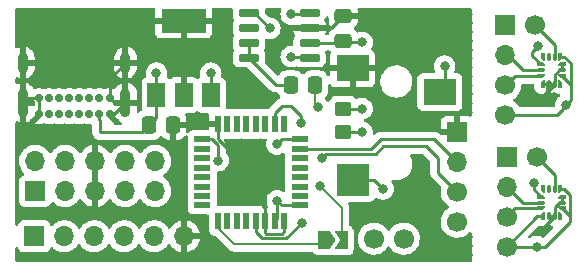
<source format=gbr>
%TF.GenerationSoftware,KiCad,Pcbnew,(6.0.2-0)*%
%TF.CreationDate,2023-10-19T17:34:18-05:00*%
%TF.ProjectId,airsticks_pcb,61697273-7469-4636-9b73-5f7063622e6b,rev?*%
%TF.SameCoordinates,Original*%
%TF.FileFunction,Copper,L1,Top*%
%TF.FilePolarity,Positive*%
%FSLAX46Y46*%
G04 Gerber Fmt 4.6, Leading zero omitted, Abs format (unit mm)*
G04 Created by KiCad (PCBNEW (6.0.2-0)) date 2023-10-19 17:34:18*
%MOMM*%
%LPD*%
G01*
G04 APERTURE LIST*
G04 Aperture macros list*
%AMRoundRect*
0 Rectangle with rounded corners*
0 $1 Rounding radius*
0 $2 $3 $4 $5 $6 $7 $8 $9 X,Y pos of 4 corners*
0 Add a 4 corners polygon primitive as box body*
4,1,4,$2,$3,$4,$5,$6,$7,$8,$9,$2,$3,0*
0 Add four circle primitives for the rounded corners*
1,1,$1+$1,$2,$3*
1,1,$1+$1,$4,$5*
1,1,$1+$1,$6,$7*
1,1,$1+$1,$8,$9*
0 Add four rect primitives between the rounded corners*
20,1,$1+$1,$2,$3,$4,$5,0*
20,1,$1+$1,$4,$5,$6,$7,0*
20,1,$1+$1,$6,$7,$8,$9,0*
20,1,$1+$1,$8,$9,$2,$3,0*%
%AMFreePoly0*
4,1,48,0.036020,0.199191,0.037970,0.199714,0.040958,0.198321,0.057086,0.195477,0.069630,0.184951,0.084467,0.178033,0.290533,-0.028033,0.293203,-0.031847,0.294953,-0.032857,0.296081,-0.035957,0.305473,-0.049370,0.306900,-0.065680,0.312500,-0.081066,0.312500,-0.125000,0.310782,-0.134742,0.311361,-0.138024,0.309695,-0.140910,0.307977,-0.150652,0.295451,-0.165579,0.285709,-0.182453,
0.279350,-0.184767,0.275000,-0.189952,0.255809,-0.193336,0.237500,-0.200000,-0.237500,-0.200000,-0.247242,-0.198282,-0.250524,-0.198861,-0.253410,-0.197195,-0.263152,-0.195477,-0.278079,-0.182951,-0.294953,-0.173209,-0.297267,-0.166850,-0.302452,-0.162500,-0.305836,-0.143309,-0.312500,-0.125000,-0.312500,0.125000,-0.310782,0.134742,-0.311361,0.138024,-0.309695,0.140910,-0.307977,0.150652,
-0.295451,0.165579,-0.285709,0.182453,-0.279350,0.184767,-0.275000,0.189952,-0.255809,0.193336,-0.237500,0.200000,0.031434,0.200000,0.036020,0.199191,0.036020,0.199191,$1*%
%AMFreePoly1*
4,1,48,0.247242,0.198282,0.250524,0.198861,0.253410,0.197195,0.263152,0.195477,0.278079,0.182951,0.294953,0.173209,0.297267,0.166850,0.302452,0.162500,0.305836,0.143309,0.312500,0.125000,0.312500,0.081066,0.311691,0.076480,0.312214,0.074529,0.310820,0.071540,0.307977,0.055414,0.297452,0.042871,0.290533,0.028033,0.084467,-0.178033,0.080653,-0.180703,0.079643,-0.182453,
0.076543,-0.183581,0.063130,-0.192973,0.046819,-0.194400,0.031434,-0.200000,-0.237500,-0.200000,-0.247242,-0.198282,-0.250524,-0.198861,-0.253410,-0.197195,-0.263152,-0.195477,-0.278079,-0.182951,-0.294953,-0.173209,-0.297267,-0.166850,-0.302452,-0.162500,-0.305836,-0.143309,-0.312500,-0.125000,-0.312500,0.125000,-0.310782,0.134742,-0.311361,0.138024,-0.309695,0.140910,-0.307977,0.150652,
-0.295451,0.165579,-0.285709,0.182453,-0.279350,0.184767,-0.275000,0.189952,-0.255809,0.193336,-0.237500,0.200000,0.237500,0.200000,0.247242,0.198282,0.247242,0.198282,$1*%
%AMFreePoly2*
4,1,48,0.134742,0.310782,0.138024,0.311361,0.140910,0.309695,0.150652,0.307977,0.165579,0.295451,0.182453,0.285709,0.184767,0.279350,0.189952,0.275000,0.193336,0.255809,0.200000,0.237500,0.200000,-0.237500,0.198282,-0.247242,0.198861,-0.250524,0.197195,-0.253410,0.195477,-0.263152,0.182951,-0.278079,0.173209,-0.294953,0.166850,-0.297267,0.162500,-0.302452,0.143309,-0.305836,
0.125000,-0.312500,-0.125000,-0.312500,-0.134742,-0.310782,-0.138024,-0.311361,-0.140910,-0.309695,-0.150652,-0.307977,-0.165579,-0.295451,-0.182453,-0.285709,-0.184767,-0.279350,-0.189952,-0.275000,-0.193336,-0.255809,-0.200000,-0.237500,-0.200000,0.031434,-0.199191,0.036020,-0.199714,0.037970,-0.198321,0.040958,-0.195477,0.057086,-0.184951,0.069630,-0.178033,0.084467,0.028033,0.290533,
0.031847,0.293203,0.032857,0.294953,0.035957,0.296081,0.049370,0.305473,0.065680,0.306900,0.081066,0.312500,0.125000,0.312500,0.134742,0.310782,0.134742,0.310782,$1*%
%AMFreePoly3*
4,1,48,-0.076480,0.311691,-0.074530,0.312214,-0.071542,0.310821,-0.055414,0.307977,-0.042870,0.297451,-0.028033,0.290533,0.178033,0.084467,0.180703,0.080653,0.182453,0.079643,0.183581,0.076543,0.192973,0.063130,0.194400,0.046820,0.200000,0.031434,0.200000,-0.237500,0.198282,-0.247242,0.198861,-0.250524,0.197195,-0.253410,0.195477,-0.263152,0.182951,-0.278079,0.173209,-0.294953,
0.166850,-0.297267,0.162500,-0.302452,0.143309,-0.305836,0.125000,-0.312500,-0.125000,-0.312500,-0.134742,-0.310782,-0.138024,-0.311361,-0.140910,-0.309695,-0.150652,-0.307977,-0.165579,-0.295451,-0.182453,-0.285709,-0.184767,-0.279350,-0.189952,-0.275000,-0.193336,-0.255809,-0.200000,-0.237500,-0.200000,0.237500,-0.198282,0.247242,-0.198861,0.250524,-0.197195,0.253410,-0.195477,0.263152,
-0.182951,0.278079,-0.173209,0.294953,-0.166850,0.297267,-0.162500,0.302452,-0.143309,0.305836,-0.125000,0.312500,-0.081066,0.312500,-0.076480,0.311691,-0.076480,0.311691,$1*%
%AMFreePoly4*
4,1,48,0.247242,0.198282,0.250524,0.198861,0.253410,0.197195,0.263152,0.195477,0.278079,0.182951,0.294953,0.173209,0.297267,0.166850,0.302452,0.162500,0.305836,0.143309,0.312500,0.125000,0.312500,-0.125000,0.310782,-0.134742,0.311361,-0.138024,0.309695,-0.140910,0.307977,-0.150652,0.295451,-0.165579,0.285709,-0.182453,0.279350,-0.184767,0.275000,-0.189952,0.255809,-0.193336,
0.237500,-0.200000,-0.031434,-0.200000,-0.036020,-0.199191,-0.037971,-0.199714,-0.040960,-0.198320,-0.057086,-0.195477,-0.069629,-0.184952,-0.084467,-0.178033,-0.290533,0.028033,-0.293203,0.031847,-0.294953,0.032857,-0.296081,0.035957,-0.305473,0.049370,-0.306900,0.065681,-0.312500,0.081066,-0.312500,0.125000,-0.310782,0.134742,-0.311361,0.138024,-0.309695,0.140910,-0.307977,0.150652,
-0.295451,0.165579,-0.285709,0.182453,-0.279350,0.184767,-0.275000,0.189952,-0.255809,0.193336,-0.237500,0.200000,0.237500,0.200000,0.247242,0.198282,0.247242,0.198282,$1*%
%AMFreePoly5*
4,1,48,0.247242,0.198282,0.250524,0.198861,0.253410,0.197195,0.263152,0.195477,0.278079,0.182951,0.294953,0.173209,0.297267,0.166850,0.302452,0.162500,0.305836,0.143309,0.312500,0.125000,0.312500,-0.125000,0.310782,-0.134742,0.311361,-0.138024,0.309695,-0.140910,0.307977,-0.150652,0.295451,-0.165579,0.285709,-0.182453,0.279350,-0.184767,0.275000,-0.189952,0.255809,-0.193336,
0.237500,-0.200000,-0.237500,-0.200000,-0.247242,-0.198282,-0.250524,-0.198861,-0.253410,-0.197195,-0.263152,-0.195477,-0.278079,-0.182951,-0.294953,-0.173209,-0.297267,-0.166850,-0.302452,-0.162500,-0.305836,-0.143309,-0.312500,-0.125000,-0.312500,-0.081066,-0.311691,-0.076480,-0.312214,-0.074530,-0.310821,-0.071542,-0.307977,-0.055414,-0.297451,-0.042870,-0.290533,-0.028033,-0.084467,0.178033,
-0.080653,0.180703,-0.079643,0.182453,-0.076543,0.183581,-0.063130,0.192973,-0.046820,0.194400,-0.031434,0.200000,0.237500,0.200000,0.247242,0.198282,0.247242,0.198282,$1*%
%AMFreePoly6*
4,1,48,0.134742,0.310782,0.138024,0.311361,0.140910,0.309695,0.150652,0.307977,0.165579,0.295451,0.182453,0.285709,0.184767,0.279350,0.189952,0.275000,0.193336,0.255809,0.200000,0.237500,0.200000,-0.031434,0.199191,-0.036020,0.199714,-0.037971,0.198320,-0.040960,0.195477,-0.057086,0.184952,-0.069629,0.178033,-0.084467,-0.028033,-0.290533,-0.031847,-0.293203,-0.032857,-0.294953,
-0.035957,-0.296081,-0.049370,-0.305473,-0.065681,-0.306900,-0.081066,-0.312500,-0.125000,-0.312500,-0.134742,-0.310782,-0.138024,-0.311361,-0.140910,-0.309695,-0.150652,-0.307977,-0.165579,-0.295451,-0.182453,-0.285709,-0.184767,-0.279350,-0.189952,-0.275000,-0.193336,-0.255809,-0.200000,-0.237500,-0.200000,0.237500,-0.198282,0.247242,-0.198861,0.250524,-0.197195,0.253410,-0.195477,0.263152,
-0.182951,0.278079,-0.173209,0.294953,-0.166850,0.297267,-0.162500,0.302452,-0.143309,0.305836,-0.125000,0.312500,0.125000,0.312500,0.134742,0.310782,0.134742,0.310782,$1*%
%AMFreePoly7*
4,1,48,0.134742,0.310782,0.138024,0.311361,0.140910,0.309695,0.150652,0.307977,0.165579,0.295451,0.182453,0.285709,0.184767,0.279350,0.189952,0.275000,0.193336,0.255809,0.200000,0.237500,0.200000,-0.237500,0.198282,-0.247242,0.198861,-0.250524,0.197195,-0.253410,0.195477,-0.263152,0.182951,-0.278079,0.173209,-0.294953,0.166850,-0.297267,0.162500,-0.302452,0.143309,-0.305836,
0.125000,-0.312500,0.081066,-0.312500,0.076480,-0.311691,0.074529,-0.312214,0.071540,-0.310820,0.055414,-0.307977,0.042871,-0.297452,0.028033,-0.290533,-0.178033,-0.084467,-0.180703,-0.080653,-0.182453,-0.079643,-0.183581,-0.076543,-0.192973,-0.063130,-0.194400,-0.046819,-0.200000,-0.031434,-0.200000,0.237500,-0.198282,0.247242,-0.198861,0.250524,-0.197195,0.253410,-0.195477,0.263152,
-0.182951,0.278079,-0.173209,0.294953,-0.166850,0.297267,-0.162500,0.302452,-0.143309,0.305836,-0.125000,0.312500,0.125000,0.312500,0.134742,0.310782,0.134742,0.310782,$1*%
%AMFreePoly8*
4,1,6,1.000000,0.000000,0.500000,-0.750000,-0.500000,-0.750000,-0.500000,0.750000,0.500000,0.750000,1.000000,0.000000,1.000000,0.000000,$1*%
%AMFreePoly9*
4,1,6,0.500000,-0.750000,-0.650000,-0.750000,-0.150000,0.000000,-0.650000,0.750000,0.500000,0.750000,0.500000,-0.750000,0.500000,-0.750000,$1*%
G04 Aperture macros list end*
%TA.AperFunction,SMDPad,CuDef*%
%ADD10R,2.800000X2.200000*%
%TD*%
%TA.AperFunction,SMDPad,CuDef*%
%ADD11R,2.800000X2.800000*%
%TD*%
%TA.AperFunction,SMDPad,CuDef*%
%ADD12FreePoly0,90.000000*%
%TD*%
%TA.AperFunction,SMDPad,CuDef*%
%ADD13RoundRect,0.100000X0.100000X-0.212500X0.100000X0.212500X-0.100000X0.212500X-0.100000X-0.212500X0*%
%TD*%
%TA.AperFunction,SMDPad,CuDef*%
%ADD14FreePoly1,90.000000*%
%TD*%
%TA.AperFunction,SMDPad,CuDef*%
%ADD15FreePoly2,90.000000*%
%TD*%
%TA.AperFunction,SMDPad,CuDef*%
%ADD16RoundRect,0.100000X0.212500X-0.100000X0.212500X0.100000X-0.212500X0.100000X-0.212500X-0.100000X0*%
%TD*%
%TA.AperFunction,SMDPad,CuDef*%
%ADD17FreePoly3,90.000000*%
%TD*%
%TA.AperFunction,SMDPad,CuDef*%
%ADD18FreePoly4,90.000000*%
%TD*%
%TA.AperFunction,SMDPad,CuDef*%
%ADD19FreePoly5,90.000000*%
%TD*%
%TA.AperFunction,SMDPad,CuDef*%
%ADD20FreePoly6,90.000000*%
%TD*%
%TA.AperFunction,SMDPad,CuDef*%
%ADD21FreePoly7,90.000000*%
%TD*%
%TA.AperFunction,ComponentPad*%
%ADD22C,1.700000*%
%TD*%
%TA.AperFunction,SMDPad,CuDef*%
%ADD23RoundRect,0.250000X0.337500X0.475000X-0.337500X0.475000X-0.337500X-0.475000X0.337500X-0.475000X0*%
%TD*%
%TA.AperFunction,ComponentPad*%
%ADD24C,0.700000*%
%TD*%
%TA.AperFunction,ComponentPad*%
%ADD25O,0.900000X1.700000*%
%TD*%
%TA.AperFunction,ComponentPad*%
%ADD26O,0.900000X2.400000*%
%TD*%
%TA.AperFunction,SMDPad,CuDef*%
%ADD27RoundRect,0.250000X-0.475000X0.337500X-0.475000X-0.337500X0.475000X-0.337500X0.475000X0.337500X0*%
%TD*%
%TA.AperFunction,ComponentPad*%
%ADD28R,1.700000X1.700000*%
%TD*%
%TA.AperFunction,ComponentPad*%
%ADD29O,1.700000X1.700000*%
%TD*%
%TA.AperFunction,SMDPad,CuDef*%
%ADD30R,1.500000X2.000000*%
%TD*%
%TA.AperFunction,SMDPad,CuDef*%
%ADD31R,3.800000X2.000000*%
%TD*%
%TA.AperFunction,SMDPad,CuDef*%
%ADD32RoundRect,0.250000X-0.450000X0.350000X-0.450000X-0.350000X0.450000X-0.350000X0.450000X0.350000X0*%
%TD*%
%TA.AperFunction,SMDPad,CuDef*%
%ADD33RoundRect,0.150000X-0.725000X-0.150000X0.725000X-0.150000X0.725000X0.150000X-0.725000X0.150000X0*%
%TD*%
%TA.AperFunction,SMDPad,CuDef*%
%ADD34FreePoly8,0.000000*%
%TD*%
%TA.AperFunction,SMDPad,CuDef*%
%ADD35FreePoly9,0.000000*%
%TD*%
%TA.AperFunction,SMDPad,CuDef*%
%ADD36R,1.473200X0.508000*%
%TD*%
%TA.AperFunction,SMDPad,CuDef*%
%ADD37R,0.508000X1.473200*%
%TD*%
%TA.AperFunction,ViaPad*%
%ADD38C,0.800000*%
%TD*%
%TA.AperFunction,Conductor*%
%ADD39C,0.250000*%
%TD*%
%TA.AperFunction,Conductor*%
%ADD40C,0.200000*%
%TD*%
G04 APERTURE END LIST*
D10*
%TO.P,J5,R*%
%TO.N,Net-(J5-PadR)*%
X56200000Y-61400000D03*
%TO.P,J5,S*%
%TO.N,GND*%
X48800000Y-59400000D03*
D11*
%TO.P,J5,T*%
%TO.N,Net-(J5-PadT)*%
X48800000Y-68800000D03*
%TD*%
D12*
%TO.P,xlr_right1,1,SDO/SA0*%
%TO.N,GND*%
X64900000Y-60712500D03*
D13*
%TO.P,xlr_right1,2,SDX*%
X65400000Y-60712500D03*
%TO.P,xlr_right1,3,SCX*%
X65900000Y-60712500D03*
D14*
%TO.P,xlr_right1,4,INT1*%
%TO.N,unconnected-(xlr_right1-Pad4)*%
X66400000Y-60712500D03*
D15*
%TO.P,xlr_right1,5,VDDIO*%
%TO.N,+3V3*%
X66562500Y-60050000D03*
D16*
%TO.P,xlr_right1,6,GND*%
%TO.N,GND*%
X66562500Y-59550000D03*
D17*
%TO.P,xlr_right1,7,GND*%
X66562500Y-59050000D03*
D18*
%TO.P,xlr_right1,8,VDD*%
%TO.N,+3V3*%
X66400000Y-58387500D03*
D13*
%TO.P,xlr_right1,9,INT2*%
%TO.N,/ACC_INT0*%
X65900000Y-58387500D03*
%TO.P,xlr_right1,10,OCS_aux*%
%TO.N,unconnected-(xlr_right1-Pad10)*%
X65400000Y-58387500D03*
D19*
%TO.P,xlr_right1,11,SDO_aux*%
%TO.N,unconnected-(xlr_right1-Pad11)*%
X64900000Y-58387500D03*
D20*
%TO.P,xlr_right1,12,CS*%
%TO.N,+3V3*%
X64737500Y-59050000D03*
D16*
%TO.P,xlr_right1,13,SCL*%
%TO.N,/I2C1_SLC*%
X64737500Y-59550000D03*
D21*
%TO.P,xlr_right1,14,SDA*%
%TO.N,/I2C1_SDA*%
X64737500Y-60050000D03*
%TD*%
D22*
%TO.P,,1,Pin_1*%
%TO.N,+3V3*%
X57625000Y-72375000D03*
%TD*%
D23*
%TO.P,C1,1*%
%TO.N,/AUDIO+*%
X45637500Y-60800000D03*
%TO.P,C1,2*%
%TO.N,Net-(C1-Pad2)*%
X43562500Y-60800000D03*
%TD*%
D24*
%TO.P,J1,A1,GND*%
%TO.N,GND*%
X28225000Y-63275000D03*
%TO.P,J1,A4,VBUS*%
%TO.N,+5V*%
X27375000Y-63275000D03*
%TO.P,J1,A5,CC1*%
%TO.N,unconnected-(J1-PadA5)*%
X26525000Y-63275000D03*
%TO.P,J1,A6,D+*%
%TO.N,unconnected-(J1-PadA6)*%
X25675000Y-63275000D03*
%TO.P,J1,A7,D-*%
%TO.N,unconnected-(J1-PadA7)*%
X24825000Y-63275000D03*
%TO.P,J1,A8,SBU1*%
%TO.N,unconnected-(J1-PadA8)*%
X23975000Y-63275000D03*
%TO.P,J1,A9,VBUS*%
%TO.N,+5V*%
X23125000Y-63275000D03*
%TO.P,J1,A12,GND*%
%TO.N,GND*%
X22275000Y-63275000D03*
%TO.P,J1,B1,GND*%
X22275000Y-61925000D03*
%TO.P,J1,B4,VBUS*%
%TO.N,+5V*%
X23125000Y-61925000D03*
%TO.P,J1,B5,CC2*%
%TO.N,unconnected-(J1-PadB5)*%
X23975000Y-61925000D03*
%TO.P,J1,B6,D+*%
%TO.N,unconnected-(J1-PadB6)*%
X24825000Y-61925000D03*
%TO.P,J1,B7,D-*%
%TO.N,unconnected-(J1-PadB7)*%
X25675000Y-61925000D03*
%TO.P,J1,B8,SBU2*%
%TO.N,unconnected-(J1-PadB8)*%
X26525000Y-61925000D03*
%TO.P,J1,B9,VBUS*%
%TO.N,+5V*%
X27375000Y-61925000D03*
%TO.P,J1,B12,GND*%
%TO.N,GND*%
X28225000Y-61925000D03*
D25*
%TO.P,J1,S1,SHIELD*%
X20925000Y-58915000D03*
X29575000Y-58915000D03*
D26*
X29575000Y-62295000D03*
X20925000Y-62295000D03*
%TD*%
D27*
%TO.P,C3,1*%
%TO.N,GND*%
X48000000Y-54962500D03*
%TO.P,C3,2*%
%TO.N,+5V*%
X48000000Y-57037500D03*
%TD*%
D28*
%TO.P,J3,1,Pin_1*%
%TO.N,unconnected-(J3-Pad1)*%
X21850000Y-73600000D03*
D29*
%TO.P,J3,2,Pin_2*%
%TO.N,/RX*%
X24390000Y-73600000D03*
%TO.P,J3,3,Pin_3*%
%TO.N,/TX*%
X26930000Y-73600000D03*
%TO.P,J3,4,Pin_4*%
%TO.N,unconnected-(J3-Pad4)*%
X29470000Y-73600000D03*
%TO.P,J3,5,Pin_5*%
%TO.N,unconnected-(J3-Pad5)*%
X32010000Y-73600000D03*
%TO.P,J3,6,Pin_6*%
%TO.N,GND*%
X34550000Y-73600000D03*
%TD*%
D30*
%TO.P,U5,1,VI*%
%TO.N,+5V*%
X32200000Y-61650000D03*
D31*
%TO.P,U5,2,GND*%
%TO.N,GND*%
X34500000Y-55350000D03*
D30*
X34500000Y-61650000D03*
%TO.P,U5,3,VO*%
%TO.N,+3V3*%
X36800000Y-61650000D03*
%TD*%
D12*
%TO.P,xlr_left1,1,SDO/SA0*%
%TO.N,+3V3*%
X64900000Y-71912500D03*
D13*
%TO.P,xlr_left1,2,SDX*%
%TO.N,GND*%
X65400000Y-71912500D03*
%TO.P,xlr_left1,3,SCX*%
X65900000Y-71912500D03*
D14*
%TO.P,xlr_left1,4,INT1*%
%TO.N,unconnected-(xlr_left1-Pad4)*%
X66400000Y-71912500D03*
D15*
%TO.P,xlr_left1,5,VDDIO*%
%TO.N,+3V3*%
X66562500Y-71250000D03*
D16*
%TO.P,xlr_left1,6,GND*%
%TO.N,GND*%
X66562500Y-70750000D03*
D17*
%TO.P,xlr_left1,7,GND*%
X66562500Y-70250000D03*
D18*
%TO.P,xlr_left1,8,VDD*%
%TO.N,+3V3*%
X66400000Y-69587500D03*
D13*
%TO.P,xlr_left1,9,INT2*%
%TO.N,/ACC_INT1*%
X65900000Y-69587500D03*
%TO.P,xlr_left1,10,OCS_aux*%
%TO.N,unconnected-(xlr_left1-Pad10)*%
X65400000Y-69587500D03*
D19*
%TO.P,xlr_left1,11,SDO_aux*%
%TO.N,unconnected-(xlr_left1-Pad11)*%
X64900000Y-69587500D03*
D20*
%TO.P,xlr_left1,12,CS*%
%TO.N,+3V3*%
X64737500Y-70250000D03*
D16*
%TO.P,xlr_left1,13,SCL*%
%TO.N,/I2C1_SLC*%
X64737500Y-70750000D03*
D21*
%TO.P,xlr_left1,14,SDA*%
%TO.N,/I2C1_SDA*%
X64737500Y-71250000D03*
%TD*%
D22*
%TO.P,,1,Pin_1*%
%TO.N,+3V3*%
X61850000Y-74475000D03*
%TD*%
D32*
%TO.P,R1,1*%
%TO.N,+5V*%
X48000000Y-62800000D03*
%TO.P,R1,2*%
%TO.N,Net-(R1-Pad2)*%
X48000000Y-64800000D03*
%TD*%
D23*
%TO.P,C4,1*%
%TO.N,GND*%
X33637500Y-64200000D03*
%TO.P,C4,2*%
%TO.N,+5V*%
X31562500Y-64200000D03*
%TD*%
D33*
%TO.P,U4,1,~{SD}*%
%TO.N,Net-(R1-Pad2)*%
X40025000Y-54695000D03*
%TO.P,U4,2,NC*%
%TO.N,unconnected-(U4-Pad2)*%
X40025000Y-55965000D03*
%TO.P,U4,3,IN+*%
%TO.N,Net-(C1-Pad2)*%
X40025000Y-57235000D03*
%TO.P,U4,4,IN-*%
X40025000Y-58505000D03*
%TO.P,U4,5,OUT+*%
%TO.N,Net-(J5-PadT)*%
X45175000Y-58505000D03*
%TO.P,U4,6,VDD*%
%TO.N,+5V*%
X45175000Y-57235000D03*
%TO.P,U4,7,GND*%
%TO.N,GND*%
X45175000Y-55965000D03*
%TO.P,U4,8,OUT-*%
%TO.N,Net-(J5-PadR)*%
X45175000Y-54695000D03*
%TD*%
D28*
%TO.P,J4,3,Pin_3*%
%TO.N,GND*%
X57625000Y-64770000D03*
D29*
%TO.P,J4,2,Pin_2*%
%TO.N,/I2C1_SLC*%
X57625000Y-67310000D03*
D22*
%TO.P,J4,1,Pin_1*%
%TO.N,/I2C1_SDA*%
X57625000Y-69850000D03*
%TD*%
D34*
%TO.P,REF\u002A\u002A,1*%
%TO.N,/AUDIO+*%
X46425000Y-73950000D03*
D35*
%TO.P,REF\u002A\u002A,2*%
X47875000Y-73950000D03*
%TD*%
D22*
%TO.P,,1,Pin_1*%
%TO.N,/ACC_INT1*%
X53125000Y-73800000D03*
%TD*%
%TO.P,J4,1,Pin_1*%
%TO.N,/I2C1_SDA*%
X61850000Y-71950000D03*
D29*
%TO.P,J4,2,Pin_2*%
%TO.N,/I2C1_SLC*%
X61850000Y-69410000D03*
D28*
%TO.P,J4,3,Pin_3*%
%TO.N,GND*%
X61850000Y-66870000D03*
%TD*%
D22*
%TO.P,J4,1,Pin_1*%
%TO.N,/I2C1_SDA*%
X61725000Y-60800000D03*
D29*
%TO.P,J4,2,Pin_2*%
%TO.N,/I2C1_SLC*%
X61725000Y-58260000D03*
D28*
%TO.P,J4,3,Pin_3*%
%TO.N,GND*%
X61725000Y-55720000D03*
%TD*%
D22*
%TO.P,,1,Pin_1*%
%TO.N,/ACC_INT1*%
X64375000Y-66875000D03*
%TD*%
D28*
%TO.P,J2,1,Pin_1*%
%TO.N,unconnected-(J2-Pad1)*%
X21925000Y-69775000D03*
D29*
%TO.P,J2,2,Pin_2*%
%TO.N,/SWDIO*%
X21925000Y-67235000D03*
%TO.P,J2,3,Pin_3*%
%TO.N,unconnected-(J2-Pad3)*%
X24465000Y-69775000D03*
%TO.P,J2,4,Pin_4*%
%TO.N,/SWCLK*%
X24465000Y-67235000D03*
%TO.P,J2,5,Pin_5*%
%TO.N,GND*%
X27005000Y-69775000D03*
%TO.P,J2,6,Pin_6*%
X27005000Y-67235000D03*
%TO.P,J2,7,Pin_7*%
%TO.N,unconnected-(J2-Pad7)*%
X29545000Y-69775000D03*
%TO.P,J2,8,Pin_8*%
%TO.N,unconnected-(J2-Pad8)*%
X29545000Y-67235000D03*
%TO.P,J2,9,Pin_9*%
%TO.N,unconnected-(J2-Pad9)*%
X32085000Y-69775000D03*
%TO.P,J2,10,Pin_10*%
%TO.N,unconnected-(J2-Pad10)*%
X32085000Y-67235000D03*
%TD*%
D22*
%TO.P,,1,Pin_1*%
%TO.N,/ACC_INT0*%
X50600000Y-73800000D03*
%TD*%
D36*
%TO.P,U1,1,VDD*%
%TO.N,+3V3*%
X36085200Y-65400001D03*
%TO.P,U1,2,PF0-OSC_IN*%
%TO.N,unconnected-(U1-Pad2)*%
X36085200Y-66199999D03*
%TO.P,U1,3,PF1-OSC_OUT*%
%TO.N,unconnected-(U1-Pad3)*%
X36085200Y-67000000D03*
%TO.P,U1,4,PG10-NRST*%
%TO.N,unconnected-(U1-Pad4)*%
X36085200Y-67800001D03*
%TO.P,U1,5,PA0*%
%TO.N,unconnected-(U1-Pad5)*%
X36085200Y-68599999D03*
%TO.P,U1,6,PA1*%
%TO.N,unconnected-(U1-Pad6)*%
X36085200Y-69400000D03*
%TO.P,U1,7,PA2*%
%TO.N,unconnected-(U1-Pad7)*%
X36085200Y-70199999D03*
%TO.P,U1,8,PA3*%
%TO.N,unconnected-(U1-Pad8)*%
X36085200Y-70999999D03*
D37*
%TO.P,U1,9,PA4*%
%TO.N,/AUDIO+*%
X37400001Y-72314800D03*
%TO.P,U1,10,PA5*%
%TO.N,unconnected-(U1-Pad10)*%
X38199999Y-72314800D03*
%TO.P,U1,11,PA6*%
%TO.N,unconnected-(U1-Pad11)*%
X39000000Y-72314800D03*
%TO.P,U1,12,PA7*%
%TO.N,unconnected-(U1-Pad12)*%
X39800001Y-72314800D03*
%TO.P,U1,13,PB0*%
%TO.N,/ACC_INT0*%
X40599999Y-72314800D03*
%TO.P,U1,14,VSSA*%
%TO.N,GND*%
X41400000Y-72314800D03*
%TO.P,U1,15,VDDA*%
%TO.N,+3V3*%
X42199999Y-72314800D03*
%TO.P,U1,16,VSS*%
%TO.N,GND*%
X42999999Y-72314800D03*
D36*
%TO.P,U1,17,VDD*%
%TO.N,+3V3*%
X44314800Y-70999999D03*
%TO.P,U1,18,PA8*%
%TO.N,unconnected-(U1-Pad18)*%
X44314800Y-70200001D03*
%TO.P,U1,19,PA9*%
%TO.N,unconnected-(U1-Pad19)*%
X44314800Y-69400000D03*
%TO.P,U1,20,PA10*%
%TO.N,unconnected-(U1-Pad20)*%
X44314800Y-68599999D03*
%TO.P,U1,21,PA11*%
%TO.N,unconnected-(U1-Pad21)*%
X44314800Y-67800001D03*
%TO.P,U1,22,PA12*%
%TO.N,unconnected-(U1-Pad22)*%
X44314800Y-67000000D03*
%TO.P,U1,23,PA13*%
%TO.N,/I2C1_SLC*%
X44314800Y-66200001D03*
%TO.P,U1,24,PA14*%
%TO.N,/I2C1_SDA*%
X44314800Y-65400001D03*
D37*
%TO.P,U1,25,PA15*%
%TO.N,unconnected-(U1-Pad25)*%
X42999999Y-64085200D03*
%TO.P,U1,26,PB3*%
%TO.N,/ACC_INT1*%
X42200001Y-64085200D03*
%TO.P,U1,27,PB4*%
%TO.N,unconnected-(U1-Pad27)*%
X41400000Y-64085200D03*
%TO.P,U1,28,PB5*%
%TO.N,unconnected-(U1-Pad28)*%
X40599999Y-64085200D03*
%TO.P,U1,29,PB6*%
%TO.N,unconnected-(U1-Pad29)*%
X39800001Y-64085200D03*
%TO.P,U1,30,PB7*%
%TO.N,unconnected-(U1-Pad30)*%
X39000000Y-64085200D03*
%TO.P,U1,31,PB8-BOOT0*%
%TO.N,unconnected-(U1-Pad31)*%
X38200001Y-64085200D03*
%TO.P,U1,32,VSS*%
%TO.N,GND*%
X37400001Y-64085200D03*
%TD*%
D22*
%TO.P,,1,Pin_1*%
%TO.N,+3V3*%
X61725000Y-63325000D03*
%TD*%
%TO.P,,1,Pin_1*%
%TO.N,/ACC_INT0*%
X64250000Y-55725000D03*
%TD*%
D38*
%TO.N,/AUDIO+*%
X45875000Y-62675000D03*
X46025000Y-69350000D03*
%TO.N,GND*%
X54500000Y-68500000D03*
X65000000Y-62000000D03*
X35800000Y-64000000D03*
X38800000Y-62400000D03*
X65000000Y-73200000D03*
%TO.N,+5V*%
X49600000Y-57200000D03*
X49600000Y-62800000D03*
X32200000Y-59800000D03*
%TO.N,+3V3*%
X36800000Y-59800000D03*
X42400000Y-70600000D03*
X64125000Y-69100000D03*
X64375000Y-74475000D03*
X37421302Y-67200000D03*
X64462500Y-57537500D03*
X66850000Y-62525000D03*
%TO.N,Net-(J5-PadR)*%
X56600000Y-59200000D03*
X43600000Y-54800000D03*
%TO.N,Net-(J5-PadT)*%
X51400000Y-69600000D03*
X43600000Y-58400000D03*
%TO.N,Net-(R1-Pad2)*%
X49600000Y-64800000D03*
X41800000Y-56000000D03*
%TO.N,/ACC_INT1*%
X44400000Y-64050000D03*
%TO.N,/I2C1_SDA*%
X42400000Y-65800000D03*
X46200000Y-67000000D03*
%TO.N,/ACC_INT0*%
X44500000Y-72450000D03*
%TD*%
D39*
%TO.N,/I2C1_SLC*%
X44314800Y-66200001D02*
X50399999Y-66200001D01*
X50399999Y-66200001D02*
X51200000Y-65400000D01*
X51200000Y-65400000D02*
X55715000Y-65400000D01*
X55715000Y-65400000D02*
X57625000Y-67310000D01*
%TO.N,/I2C1_SDA*%
X56000000Y-67000000D02*
X55000000Y-66000000D01*
X56000000Y-68225000D02*
X56000000Y-67000000D01*
X57625000Y-69850000D02*
X56000000Y-68225000D01*
X55000000Y-66000000D02*
X51400000Y-66000000D01*
X46550479Y-66649521D02*
X46200000Y-67000000D01*
X51400000Y-66000000D02*
X50750479Y-66649521D01*
X50750479Y-66649521D02*
X46550479Y-66649521D01*
D40*
%TO.N,/AUDIO+*%
X38795577Y-74300000D02*
X37400001Y-72904424D01*
X46425000Y-73950000D02*
X46075000Y-74300000D01*
X45637500Y-60800000D02*
X45637500Y-62437500D01*
X46025000Y-69350000D02*
X47875000Y-71200000D01*
X45637500Y-62437500D02*
X45875000Y-62675000D01*
X46075000Y-74300000D02*
X38795577Y-74300000D01*
X47875000Y-71200000D02*
X47875000Y-73950000D01*
X37400001Y-72904424D02*
X37400001Y-72314800D01*
D39*
%TO.N,Net-(C1-Pad2)*%
X40025000Y-57235000D02*
X40301072Y-57235000D01*
X40025000Y-58505000D02*
X40025000Y-57235000D01*
X43562500Y-60496428D02*
X43562500Y-60800000D01*
X42320000Y-60800000D02*
X40025000Y-58505000D01*
X43562500Y-60800000D02*
X42320000Y-60800000D01*
%TO.N,GND*%
X66562500Y-59050000D02*
X66562500Y-59550000D01*
X20925000Y-58915000D02*
X20925000Y-62295000D01*
X65900000Y-71126415D02*
X66276415Y-70750000D01*
X46997500Y-55965000D02*
X48000000Y-54962500D01*
X21295000Y-61925000D02*
X20925000Y-62295000D01*
X65400000Y-71912500D02*
X65900000Y-71912500D01*
X66276415Y-70750000D02*
X66562500Y-70750000D01*
X22275000Y-61925000D02*
X22275000Y-63275000D01*
X28225000Y-63275000D02*
X28595000Y-63275000D01*
X66276415Y-59550000D02*
X66562500Y-59550000D01*
X65400000Y-60712500D02*
X65900000Y-60712500D01*
X65000000Y-72812500D02*
X65900000Y-71912500D01*
X65900000Y-71912500D02*
X65900000Y-71126415D01*
X28595000Y-62295000D02*
X28225000Y-61925000D01*
X22275000Y-61925000D02*
X21295000Y-61925000D01*
X65900000Y-59926415D02*
X66276415Y-59550000D01*
X28595000Y-63275000D02*
X29575000Y-62295000D01*
X29575000Y-62295000D02*
X28595000Y-62295000D01*
X65000000Y-61612500D02*
X65900000Y-60712500D01*
X65000000Y-73200000D02*
X65000000Y-72812500D01*
X66562500Y-70250000D02*
X66562500Y-70750000D01*
X65000000Y-62000000D02*
X65000000Y-61612500D01*
X28225000Y-61925000D02*
X28225000Y-60265000D01*
X42824089Y-73375911D02*
X42999999Y-73200001D01*
X45175000Y-55965000D02*
X46997500Y-55965000D01*
X41400000Y-73301400D02*
X41474511Y-73375911D01*
X41474511Y-73375911D02*
X42824089Y-73375911D01*
X37400001Y-64085200D02*
X37400001Y-65380882D01*
X41400000Y-69380881D02*
X41400000Y-72314800D01*
X41400000Y-72314800D02*
X41400000Y-73301400D01*
X28225000Y-60265000D02*
X29575000Y-58915000D01*
X37400001Y-65380882D02*
X41400000Y-69380881D01*
X42999999Y-73200001D02*
X42999999Y-72314800D01*
X65900000Y-60712500D02*
X65900000Y-59926415D01*
X64900000Y-60712500D02*
X65400000Y-60712500D01*
%TO.N,+5V*%
X27375000Y-63275000D02*
X27375000Y-63769974D01*
X47802500Y-57235000D02*
X48000000Y-57037500D01*
X49600000Y-57200000D02*
X48162500Y-57200000D01*
X45175000Y-57235000D02*
X47802500Y-57235000D01*
X31562500Y-64200000D02*
X32200000Y-63562500D01*
X49600000Y-62800000D02*
X48000000Y-62800000D01*
X30962500Y-64800000D02*
X31562500Y-64200000D01*
X27400000Y-64800000D02*
X30962500Y-64800000D01*
X27400000Y-63794974D02*
X27400000Y-64800000D01*
X32200000Y-59800000D02*
X32200000Y-61650000D01*
X27375000Y-63769974D02*
X27400000Y-63794974D01*
X32200000Y-63562500D02*
X32200000Y-61650000D01*
X48162500Y-57200000D02*
X48000000Y-57037500D01*
%TO.N,+3V3*%
X66600000Y-62800000D02*
X66070000Y-63330000D01*
X42400000Y-72114799D02*
X42199999Y-72314800D01*
X61850000Y-74475000D02*
X65100000Y-74475000D01*
X36800000Y-59800000D02*
X36800000Y-61650000D01*
X36924824Y-65400001D02*
X36085200Y-65400001D01*
X67275000Y-60762500D02*
X66562500Y-60050000D01*
X67275000Y-62100000D02*
X66850000Y-62525000D01*
X37421302Y-65896479D02*
X36924824Y-65400001D01*
X64900000Y-71912500D02*
X64412500Y-71912500D01*
X67275000Y-58976415D02*
X67275000Y-60762500D01*
X67200000Y-70101415D02*
X67200000Y-71887500D01*
X64412500Y-71912500D02*
X61850000Y-74475000D01*
X66400000Y-58387500D02*
X66686085Y-58387500D01*
X67275000Y-60762500D02*
X67275000Y-62100000D01*
X66686085Y-69587500D02*
X67200000Y-70101415D01*
X66400000Y-69587500D02*
X66686085Y-69587500D01*
X64737500Y-59050000D02*
X64000000Y-58312500D01*
X64737500Y-70250000D02*
X64125000Y-69637500D01*
X64000000Y-58000000D02*
X64462500Y-57537500D01*
X64000000Y-58312500D02*
X64000000Y-58000000D01*
X44314800Y-70999999D02*
X42799999Y-70999999D01*
X66070000Y-63330000D02*
X61725000Y-63330000D01*
X67200000Y-72375000D02*
X67200000Y-71887500D01*
X42400000Y-70600000D02*
X42400000Y-72114799D01*
X66562500Y-71250000D02*
X67200000Y-71887500D01*
X66686085Y-58387500D02*
X67275000Y-58976415D01*
X42799999Y-70999999D02*
X42400000Y-70600000D01*
X37421302Y-67200000D02*
X37421302Y-65896479D01*
X64125000Y-69637500D02*
X64125000Y-69100000D01*
X65100000Y-74475000D02*
X67200000Y-72375000D01*
%TO.N,Net-(J5-PadR)*%
X56600000Y-61000000D02*
X56200000Y-61400000D01*
X45070000Y-54800000D02*
X45175000Y-54695000D01*
X43600000Y-54800000D02*
X45070000Y-54800000D01*
X56600000Y-59200000D02*
X56600000Y-61000000D01*
%TO.N,Net-(J5-PadT)*%
X51400000Y-69600000D02*
X50600000Y-68800000D01*
X43600000Y-58400000D02*
X45070000Y-58400000D01*
X45070000Y-58400000D02*
X45175000Y-58505000D01*
X50600000Y-68800000D02*
X48800000Y-68800000D01*
%TO.N,Net-(R1-Pad2)*%
X40025000Y-54695000D02*
X40495000Y-54695000D01*
X48000000Y-64800000D02*
X49600000Y-64800000D01*
X40495000Y-54695000D02*
X41800000Y-56000000D01*
%TO.N,/ACC_INT1*%
X42200001Y-63199999D02*
X42800000Y-62600000D01*
X65900000Y-69587500D02*
X65900000Y-68400000D01*
X65900000Y-68400000D02*
X64375000Y-66875000D01*
X44400000Y-63425000D02*
X44400000Y-64050000D01*
X43575000Y-62600000D02*
X44400000Y-63425000D01*
X42200001Y-64085200D02*
X42200001Y-63199999D01*
X42800000Y-62600000D02*
X43575000Y-62600000D01*
%TO.N,/I2C1_SLC*%
X63190000Y-70750000D02*
X61850000Y-69410000D01*
X64737500Y-70750000D02*
X63190000Y-70750000D01*
X63190000Y-59550000D02*
X61850000Y-58210000D01*
X64737500Y-59550000D02*
X63190000Y-59550000D01*
%TO.N,/I2C1_SDA*%
X44314800Y-65400001D02*
X42799999Y-65400001D01*
X64737500Y-60050000D02*
X62550000Y-60050000D01*
X62550000Y-60050000D02*
X61850000Y-60750000D01*
X64737500Y-71250000D02*
X62550000Y-71250000D01*
X62550000Y-71250000D02*
X61850000Y-71950000D01*
X42799999Y-65400001D02*
X42400000Y-65800000D01*
%TO.N,/ACC_INT0*%
X40599999Y-73274999D02*
X40599999Y-72314800D01*
X65900000Y-57375000D02*
X64250000Y-55725000D01*
X44500000Y-72450000D02*
X43175000Y-73775000D01*
X43175000Y-73775000D02*
X41100000Y-73775000D01*
X65900000Y-58387500D02*
X65900000Y-57375000D01*
X41100000Y-73775000D02*
X40599999Y-73274999D01*
%TD*%
%TA.AperFunction,Conductor*%
%TO.N,GND*%
G36*
X32034121Y-54278002D02*
G01*
X32080614Y-54331658D01*
X32092000Y-54384000D01*
X32092000Y-55077885D01*
X32096475Y-55093124D01*
X32097865Y-55094329D01*
X32105548Y-55096000D01*
X36889884Y-55096000D01*
X36905123Y-55091525D01*
X36906328Y-55090135D01*
X36907999Y-55082452D01*
X36907999Y-54384000D01*
X36928001Y-54315879D01*
X36981657Y-54269386D01*
X37033999Y-54258000D01*
X38529837Y-54258000D01*
X38597958Y-54278002D01*
X38644451Y-54331658D01*
X38654555Y-54401932D01*
X38650834Y-54419152D01*
X38646233Y-54434989D01*
X38644438Y-54441169D01*
X38643934Y-54447574D01*
X38643933Y-54447579D01*
X38642767Y-54462397D01*
X38641500Y-54478498D01*
X38641500Y-54911502D01*
X38644438Y-54948831D01*
X38646233Y-54955008D01*
X38686709Y-55094329D01*
X38690855Y-55108601D01*
X38775547Y-55251807D01*
X38778229Y-55254489D01*
X38803502Y-55318861D01*
X38789600Y-55388484D01*
X38779428Y-55404312D01*
X38775547Y-55408193D01*
X38690855Y-55551399D01*
X38688644Y-55559010D01*
X38688643Y-55559012D01*
X38683021Y-55578364D01*
X38644438Y-55711169D01*
X38643934Y-55717574D01*
X38643933Y-55717579D01*
X38641693Y-55746042D01*
X38641500Y-55748498D01*
X38641500Y-56181502D01*
X38644438Y-56218831D01*
X38648534Y-56232928D01*
X38688586Y-56370790D01*
X38690855Y-56378601D01*
X38775547Y-56521807D01*
X38778229Y-56524489D01*
X38803502Y-56588861D01*
X38789600Y-56658484D01*
X38779428Y-56674312D01*
X38775547Y-56678193D01*
X38690855Y-56821399D01*
X38688644Y-56829010D01*
X38688643Y-56829012D01*
X38677866Y-56866109D01*
X38644438Y-56981169D01*
X38643934Y-56987574D01*
X38643933Y-56987579D01*
X38641694Y-57016029D01*
X38641500Y-57018498D01*
X38641500Y-57451502D01*
X38641693Y-57453950D01*
X38641693Y-57453958D01*
X38643752Y-57480114D01*
X38644438Y-57488831D01*
X38665484Y-57561271D01*
X38686067Y-57632119D01*
X38690855Y-57648601D01*
X38775547Y-57791807D01*
X38778229Y-57794489D01*
X38803502Y-57858861D01*
X38789600Y-57928484D01*
X38779428Y-57944312D01*
X38775547Y-57948193D01*
X38690855Y-58091399D01*
X38644438Y-58251169D01*
X38643934Y-58257574D01*
X38643933Y-58257579D01*
X38643478Y-58263365D01*
X38641500Y-58288498D01*
X38641500Y-58721502D01*
X38644438Y-58758831D01*
X38660689Y-58814767D01*
X38682982Y-58891500D01*
X38690855Y-58918601D01*
X38694892Y-58925427D01*
X38771509Y-59054980D01*
X38771511Y-59054983D01*
X38775547Y-59061807D01*
X38893193Y-59179453D01*
X38900017Y-59183489D01*
X38900020Y-59183491D01*
X38985322Y-59233938D01*
X39036399Y-59264145D01*
X39044010Y-59266356D01*
X39044012Y-59266357D01*
X39096231Y-59281528D01*
X39196169Y-59310562D01*
X39202574Y-59311066D01*
X39202579Y-59311067D01*
X39231042Y-59313307D01*
X39231050Y-59313307D01*
X39233498Y-59313500D01*
X39885406Y-59313500D01*
X39953527Y-59333502D01*
X39974501Y-59350405D01*
X40898070Y-60273975D01*
X41816348Y-61192253D01*
X41823888Y-61200539D01*
X41828000Y-61207018D01*
X41833777Y-61212443D01*
X41877651Y-61253643D01*
X41880493Y-61256398D01*
X41900230Y-61276135D01*
X41903427Y-61278615D01*
X41912447Y-61286318D01*
X41944679Y-61316586D01*
X41951625Y-61320405D01*
X41951628Y-61320407D01*
X41962434Y-61326348D01*
X41978953Y-61337199D01*
X41994959Y-61349614D01*
X42002228Y-61352759D01*
X42002232Y-61352762D01*
X42035537Y-61367174D01*
X42046187Y-61372391D01*
X42084940Y-61393695D01*
X42092615Y-61395666D01*
X42092616Y-61395666D01*
X42104562Y-61398733D01*
X42123266Y-61405137D01*
X42131602Y-61408744D01*
X42141855Y-61413181D01*
X42149678Y-61414420D01*
X42149688Y-61414423D01*
X42185524Y-61420099D01*
X42197144Y-61422505D01*
X42225796Y-61429861D01*
X42239970Y-61433500D01*
X42260224Y-61433500D01*
X42279934Y-61435051D01*
X42299943Y-61438220D01*
X42307835Y-61437474D01*
X42343961Y-61434059D01*
X42355819Y-61433500D01*
X42387462Y-61433500D01*
X42455583Y-61453502D01*
X42502076Y-61507158D01*
X42506986Y-61519624D01*
X42513213Y-61538287D01*
X42533450Y-61598946D01*
X42626522Y-61749348D01*
X42631704Y-61754521D01*
X42661341Y-61784106D01*
X42695421Y-61846389D01*
X42690418Y-61917209D01*
X42647921Y-61974082D01*
X42618709Y-61990431D01*
X42600095Y-61997801D01*
X42588865Y-62001646D01*
X42583379Y-62003240D01*
X42546407Y-62013982D01*
X42539581Y-62018019D01*
X42528972Y-62024293D01*
X42511224Y-62032988D01*
X42492383Y-62040448D01*
X42485967Y-62045110D01*
X42485966Y-62045110D01*
X42456613Y-62066436D01*
X42446693Y-62072952D01*
X42415465Y-62091420D01*
X42415462Y-62091422D01*
X42408638Y-62095458D01*
X42394317Y-62109779D01*
X42379284Y-62122619D01*
X42362893Y-62134528D01*
X42342045Y-62159729D01*
X42334712Y-62168593D01*
X42326722Y-62177374D01*
X41807743Y-62696352D01*
X41799464Y-62703886D01*
X41792983Y-62707999D01*
X41764532Y-62738297D01*
X41746358Y-62757650D01*
X41743603Y-62760492D01*
X41723866Y-62780229D01*
X41721386Y-62783426D01*
X41713686Y-62792442D01*
X41706259Y-62800352D01*
X41645048Y-62836318D01*
X41614408Y-62840100D01*
X41097866Y-62840100D01*
X41035684Y-62846855D01*
X41028834Y-62849423D01*
X40971168Y-62849424D01*
X40964315Y-62846855D01*
X40956465Y-62846002D01*
X40956464Y-62846002D01*
X40905530Y-62840469D01*
X40902133Y-62840100D01*
X40297865Y-62840100D01*
X40235683Y-62846855D01*
X40228833Y-62849423D01*
X40171167Y-62849423D01*
X40164317Y-62846855D01*
X40102135Y-62840100D01*
X39497867Y-62840100D01*
X39435685Y-62846855D01*
X39428835Y-62849423D01*
X39371169Y-62849424D01*
X39364316Y-62846855D01*
X39356466Y-62846002D01*
X39356465Y-62846002D01*
X39305531Y-62840469D01*
X39302134Y-62840100D01*
X38697866Y-62840100D01*
X38635684Y-62846855D01*
X38628831Y-62849424D01*
X38571167Y-62849423D01*
X38564317Y-62846855D01*
X38502135Y-62840100D01*
X38183507Y-62840100D01*
X38115386Y-62820098D01*
X38068893Y-62766442D01*
X38058967Y-62704983D01*
X38057947Y-62704928D01*
X38058131Y-62701531D01*
X38058500Y-62698134D01*
X38058500Y-60601866D01*
X38051745Y-60539684D01*
X38000615Y-60403295D01*
X37913261Y-60286739D01*
X37796705Y-60199385D01*
X37768502Y-60188812D01*
X37756920Y-60184470D01*
X37700155Y-60141828D01*
X37675456Y-60075266D01*
X37681317Y-60027553D01*
X37693542Y-59989928D01*
X37694345Y-59982296D01*
X37712814Y-59806565D01*
X37713504Y-59800000D01*
X37699422Y-59666013D01*
X37694232Y-59616635D01*
X37694232Y-59616633D01*
X37693542Y-59610072D01*
X37634527Y-59428444D01*
X37604466Y-59376376D01*
X37579712Y-59333502D01*
X37539040Y-59263056D01*
X37493708Y-59212709D01*
X37415675Y-59126045D01*
X37415674Y-59126044D01*
X37411253Y-59121134D01*
X37256752Y-59008882D01*
X37250724Y-59006198D01*
X37250722Y-59006197D01*
X37088319Y-58933891D01*
X37088318Y-58933891D01*
X37082288Y-58931206D01*
X36976416Y-58908702D01*
X36901944Y-58892872D01*
X36901939Y-58892872D01*
X36895487Y-58891500D01*
X36704513Y-58891500D01*
X36698061Y-58892872D01*
X36698056Y-58892872D01*
X36623584Y-58908702D01*
X36517712Y-58931206D01*
X36511682Y-58933891D01*
X36511681Y-58933891D01*
X36349278Y-59006197D01*
X36349276Y-59006198D01*
X36343248Y-59008882D01*
X36188747Y-59121134D01*
X36184326Y-59126044D01*
X36184325Y-59126045D01*
X36106293Y-59212709D01*
X36060960Y-59263056D01*
X36020288Y-59333502D01*
X35995535Y-59376376D01*
X35965473Y-59428444D01*
X35906458Y-59610072D01*
X35905768Y-59616633D01*
X35905768Y-59616635D01*
X35900578Y-59666013D01*
X35886496Y-59800000D01*
X35887186Y-59806565D01*
X35905656Y-59982296D01*
X35906458Y-59989928D01*
X35918683Y-60027552D01*
X35920711Y-60098518D01*
X35884049Y-60159316D01*
X35843080Y-60184470D01*
X35831498Y-60188812D01*
X35803295Y-60199385D01*
X35733270Y-60251866D01*
X35725148Y-60257953D01*
X35658642Y-60282801D01*
X35589259Y-60267748D01*
X35574018Y-60257953D01*
X35503648Y-60205214D01*
X35488054Y-60196676D01*
X35367606Y-60151522D01*
X35352351Y-60147895D01*
X35301486Y-60142369D01*
X35294672Y-60142000D01*
X34772115Y-60142000D01*
X34756876Y-60146475D01*
X34755671Y-60147865D01*
X34754000Y-60155548D01*
X34754000Y-61778000D01*
X34733998Y-61846121D01*
X34680342Y-61892614D01*
X34628000Y-61904000D01*
X34372000Y-61904000D01*
X34303879Y-61883998D01*
X34257386Y-61830342D01*
X34246000Y-61778000D01*
X34246000Y-60160116D01*
X34241525Y-60144877D01*
X34240135Y-60143672D01*
X34232452Y-60142001D01*
X33705331Y-60142001D01*
X33698510Y-60142371D01*
X33647648Y-60147895D01*
X33632396Y-60151521D01*
X33511946Y-60196676D01*
X33496352Y-60205214D01*
X33425982Y-60257953D01*
X33359476Y-60282801D01*
X33290093Y-60267748D01*
X33274852Y-60257953D01*
X33266730Y-60251866D01*
X33196705Y-60199385D01*
X33168502Y-60188812D01*
X33156920Y-60184470D01*
X33100155Y-60141828D01*
X33075456Y-60075266D01*
X33081317Y-60027553D01*
X33093542Y-59989928D01*
X33094345Y-59982296D01*
X33112814Y-59806565D01*
X33113504Y-59800000D01*
X33099422Y-59666013D01*
X33094232Y-59616635D01*
X33094232Y-59616633D01*
X33093542Y-59610072D01*
X33034527Y-59428444D01*
X33004466Y-59376376D01*
X32979712Y-59333502D01*
X32939040Y-59263056D01*
X32893708Y-59212709D01*
X32815675Y-59126045D01*
X32815674Y-59126044D01*
X32811253Y-59121134D01*
X32656752Y-59008882D01*
X32650724Y-59006198D01*
X32650722Y-59006197D01*
X32488319Y-58933891D01*
X32488318Y-58933891D01*
X32482288Y-58931206D01*
X32376416Y-58908702D01*
X32301944Y-58892872D01*
X32301939Y-58892872D01*
X32295487Y-58891500D01*
X32104513Y-58891500D01*
X32098061Y-58892872D01*
X32098056Y-58892872D01*
X32023584Y-58908702D01*
X31917712Y-58931206D01*
X31911682Y-58933891D01*
X31911681Y-58933891D01*
X31749278Y-59006197D01*
X31749276Y-59006198D01*
X31743248Y-59008882D01*
X31588747Y-59121134D01*
X31584326Y-59126044D01*
X31584325Y-59126045D01*
X31506293Y-59212709D01*
X31460960Y-59263056D01*
X31420288Y-59333502D01*
X31395535Y-59376376D01*
X31365473Y-59428444D01*
X31306458Y-59610072D01*
X31305768Y-59616633D01*
X31305768Y-59616635D01*
X31300578Y-59666013D01*
X31286496Y-59800000D01*
X31287186Y-59806565D01*
X31305656Y-59982296D01*
X31306458Y-59989928D01*
X31318683Y-60027552D01*
X31320711Y-60098518D01*
X31284049Y-60159316D01*
X31243080Y-60184470D01*
X31231498Y-60188812D01*
X31203295Y-60199385D01*
X31086739Y-60286739D01*
X30999385Y-60403295D01*
X30948255Y-60539684D01*
X30941500Y-60601866D01*
X30941500Y-62698134D01*
X30948255Y-62760316D01*
X30963929Y-62802126D01*
X30988137Y-62866701D01*
X30993320Y-62937509D01*
X30959399Y-62999878D01*
X30914477Y-63027701D01*
X30914630Y-63028027D01*
X30911841Y-63029333D01*
X30910032Y-63030454D01*
X30908007Y-63031130D01*
X30908005Y-63031131D01*
X30901054Y-63033450D01*
X30750652Y-63126522D01*
X30745479Y-63131704D01*
X30739742Y-63136251D01*
X30738288Y-63134416D01*
X30685882Y-63163086D01*
X30615063Y-63158078D01*
X30558193Y-63115577D01*
X30533328Y-63049077D01*
X30533000Y-63039987D01*
X30533000Y-62567115D01*
X30528525Y-62551876D01*
X30527135Y-62550671D01*
X30519452Y-62549000D01*
X28703000Y-62549000D01*
X28634879Y-62528998D01*
X28588386Y-62475342D01*
X28577000Y-62423000D01*
X28577000Y-62167000D01*
X28597002Y-62098879D01*
X28650658Y-62052386D01*
X28703000Y-62041000D01*
X29302885Y-62041000D01*
X29318124Y-62036525D01*
X29319329Y-62035135D01*
X29321000Y-62027452D01*
X29321000Y-62022885D01*
X29829000Y-62022885D01*
X29833475Y-62038124D01*
X29834865Y-62039329D01*
X29842548Y-62041000D01*
X30514885Y-62041000D01*
X30530124Y-62036525D01*
X30531329Y-62035135D01*
X30533000Y-62027452D01*
X30533000Y-61499553D01*
X30532677Y-61493178D01*
X30518918Y-61357723D01*
X30516364Y-61345283D01*
X30461984Y-61171756D01*
X30456975Y-61160068D01*
X30368813Y-61001021D01*
X30361562Y-60990588D01*
X30243215Y-60852509D01*
X30234024Y-60843756D01*
X30090320Y-60732289D01*
X30079560Y-60725565D01*
X29916375Y-60645268D01*
X29904481Y-60640845D01*
X29846530Y-60625749D01*
X29832436Y-60626183D01*
X29829000Y-60634364D01*
X29829000Y-62022885D01*
X29321000Y-62022885D01*
X29321000Y-60635771D01*
X29317027Y-60622240D01*
X29310925Y-60621363D01*
X29158864Y-60677310D01*
X29147451Y-60682877D01*
X28992892Y-60778708D01*
X28982826Y-60786460D01*
X28850697Y-60911408D01*
X28842395Y-60921026D01*
X28738087Y-61069994D01*
X28729659Y-61085073D01*
X28678964Y-61134777D01*
X28609444Y-61149182D01*
X28568426Y-61138705D01*
X28497633Y-61107186D01*
X28485137Y-61103126D01*
X28321636Y-61068372D01*
X28308576Y-61067000D01*
X28141424Y-61067000D01*
X28128364Y-61068372D01*
X27964863Y-61103126D01*
X27952371Y-61107185D01*
X27851865Y-61151933D01*
X27781498Y-61161367D01*
X27749367Y-61151933D01*
X27647783Y-61106705D01*
X27647781Y-61106705D01*
X27641752Y-61104020D01*
X27552612Y-61085073D01*
X27471689Y-61067872D01*
X27471685Y-61067872D01*
X27465232Y-61066500D01*
X27284768Y-61066500D01*
X27278315Y-61067872D01*
X27278311Y-61067872D01*
X27197388Y-61085073D01*
X27108248Y-61104020D01*
X27102219Y-61106704D01*
X27102217Y-61106705D01*
X27001249Y-61151659D01*
X26930882Y-61161093D01*
X26898751Y-61151659D01*
X26797783Y-61106705D01*
X26797781Y-61106704D01*
X26791752Y-61104020D01*
X26702612Y-61085073D01*
X26621689Y-61067872D01*
X26621685Y-61067872D01*
X26615232Y-61066500D01*
X26434768Y-61066500D01*
X26428315Y-61067872D01*
X26428311Y-61067872D01*
X26347388Y-61085073D01*
X26258248Y-61104020D01*
X26252219Y-61106704D01*
X26252217Y-61106705D01*
X26151249Y-61151659D01*
X26080882Y-61161093D01*
X26048751Y-61151659D01*
X25947783Y-61106705D01*
X25947781Y-61106704D01*
X25941752Y-61104020D01*
X25852612Y-61085073D01*
X25771689Y-61067872D01*
X25771685Y-61067872D01*
X25765232Y-61066500D01*
X25584768Y-61066500D01*
X25578315Y-61067872D01*
X25578311Y-61067872D01*
X25497388Y-61085073D01*
X25408248Y-61104020D01*
X25402219Y-61106704D01*
X25402217Y-61106705D01*
X25301249Y-61151659D01*
X25230882Y-61161093D01*
X25198751Y-61151659D01*
X25097783Y-61106705D01*
X25097781Y-61106704D01*
X25091752Y-61104020D01*
X25002612Y-61085073D01*
X24921689Y-61067872D01*
X24921685Y-61067872D01*
X24915232Y-61066500D01*
X24734768Y-61066500D01*
X24728315Y-61067872D01*
X24728311Y-61067872D01*
X24647388Y-61085073D01*
X24558248Y-61104020D01*
X24552219Y-61106704D01*
X24552217Y-61106705D01*
X24451249Y-61151659D01*
X24380882Y-61161093D01*
X24348751Y-61151659D01*
X24247783Y-61106705D01*
X24247781Y-61106704D01*
X24241752Y-61104020D01*
X24152612Y-61085073D01*
X24071689Y-61067872D01*
X24071685Y-61067872D01*
X24065232Y-61066500D01*
X23884768Y-61066500D01*
X23878315Y-61067872D01*
X23878311Y-61067872D01*
X23797388Y-61085073D01*
X23708248Y-61104020D01*
X23702219Y-61106704D01*
X23702217Y-61106705D01*
X23601249Y-61151659D01*
X23530882Y-61161093D01*
X23498751Y-61151659D01*
X23397783Y-61106705D01*
X23397781Y-61106704D01*
X23391752Y-61104020D01*
X23302612Y-61085073D01*
X23221689Y-61067872D01*
X23221685Y-61067872D01*
X23215232Y-61066500D01*
X23034768Y-61066500D01*
X23028315Y-61067872D01*
X23028311Y-61067872D01*
X22951735Y-61084149D01*
X22858248Y-61104020D01*
X22750634Y-61151933D01*
X22680270Y-61161368D01*
X22648138Y-61151934D01*
X22547628Y-61107184D01*
X22535140Y-61103127D01*
X22371636Y-61068372D01*
X22358576Y-61067000D01*
X22191424Y-61067000D01*
X22178364Y-61068372D01*
X22014863Y-61103126D01*
X22002371Y-61107185D01*
X21927617Y-61140468D01*
X21857250Y-61149902D01*
X21792953Y-61119796D01*
X21766166Y-61086447D01*
X21718813Y-61001021D01*
X21711562Y-60990588D01*
X21593215Y-60852509D01*
X21584024Y-60843756D01*
X21440320Y-60732289D01*
X21429560Y-60725565D01*
X21266375Y-60645268D01*
X21254481Y-60640845D01*
X21196530Y-60625749D01*
X21182436Y-60626183D01*
X21179000Y-60634364D01*
X21179000Y-62022885D01*
X21183475Y-62038124D01*
X21184865Y-62039329D01*
X21192548Y-62041000D01*
X21797000Y-62041000D01*
X21865121Y-62061002D01*
X21911614Y-62114658D01*
X21923000Y-62167000D01*
X21923000Y-62423000D01*
X21902998Y-62491121D01*
X21849342Y-62537614D01*
X21797000Y-62549000D01*
X21197115Y-62549000D01*
X21181876Y-62553475D01*
X21180671Y-62554865D01*
X21179000Y-62562548D01*
X21179000Y-63954229D01*
X21182973Y-63967760D01*
X21189075Y-63968637D01*
X21341136Y-63912690D01*
X21352549Y-63907123D01*
X21507109Y-63811292D01*
X21513319Y-63806509D01*
X21520440Y-63794292D01*
X21519816Y-63779947D01*
X21507065Y-63734172D01*
X21528014Y-63666336D01*
X21543958Y-63646832D01*
X22050809Y-63139981D01*
X22113121Y-63105955D01*
X22183936Y-63111020D01*
X22240772Y-63153567D01*
X22265583Y-63220087D01*
X22265214Y-63242242D01*
X22261771Y-63275000D01*
X22280635Y-63454475D01*
X22288560Y-63478866D01*
X22299471Y-63512446D01*
X22301498Y-63583414D01*
X22268733Y-63640477D01*
X21886500Y-64022710D01*
X21879740Y-64035090D01*
X21883251Y-64039780D01*
X22002372Y-64092816D01*
X22014860Y-64096873D01*
X22178364Y-64131628D01*
X22191424Y-64133000D01*
X22358576Y-64133000D01*
X22371636Y-64131628D01*
X22535137Y-64096874D01*
X22547629Y-64092815D01*
X22648135Y-64048067D01*
X22718502Y-64038633D01*
X22750633Y-64048067D01*
X22851200Y-64092842D01*
X22858248Y-64095980D01*
X22931985Y-64111653D01*
X23028311Y-64132128D01*
X23028315Y-64132128D01*
X23034768Y-64133500D01*
X23215232Y-64133500D01*
X23221685Y-64132128D01*
X23221689Y-64132128D01*
X23318015Y-64111653D01*
X23391752Y-64095980D01*
X23398800Y-64092842D01*
X23498751Y-64048341D01*
X23569118Y-64038907D01*
X23601249Y-64048341D01*
X23701200Y-64092842D01*
X23708248Y-64095980D01*
X23781985Y-64111653D01*
X23878311Y-64132128D01*
X23878315Y-64132128D01*
X23884768Y-64133500D01*
X24065232Y-64133500D01*
X24071685Y-64132128D01*
X24071689Y-64132128D01*
X24168015Y-64111653D01*
X24241752Y-64095980D01*
X24248800Y-64092842D01*
X24348751Y-64048341D01*
X24419118Y-64038907D01*
X24451249Y-64048341D01*
X24551200Y-64092842D01*
X24558248Y-64095980D01*
X24631985Y-64111653D01*
X24728311Y-64132128D01*
X24728315Y-64132128D01*
X24734768Y-64133500D01*
X24915232Y-64133500D01*
X24921685Y-64132128D01*
X24921689Y-64132128D01*
X25018015Y-64111653D01*
X25091752Y-64095980D01*
X25098800Y-64092842D01*
X25198751Y-64048341D01*
X25269118Y-64038907D01*
X25301249Y-64048341D01*
X25401200Y-64092842D01*
X25408248Y-64095980D01*
X25481985Y-64111653D01*
X25578311Y-64132128D01*
X25578315Y-64132128D01*
X25584768Y-64133500D01*
X25765232Y-64133500D01*
X25771685Y-64132128D01*
X25771689Y-64132128D01*
X25868015Y-64111653D01*
X25941752Y-64095980D01*
X25948800Y-64092842D01*
X26048751Y-64048341D01*
X26119118Y-64038907D01*
X26151249Y-64048341D01*
X26251200Y-64092842D01*
X26258248Y-64095980D01*
X26331985Y-64111653D01*
X26428311Y-64132128D01*
X26428315Y-64132128D01*
X26434768Y-64133500D01*
X26615232Y-64133500D01*
X26621684Y-64132129D01*
X26627333Y-64131535D01*
X26697171Y-64144309D01*
X26749016Y-64192812D01*
X26766500Y-64256845D01*
X26766500Y-64728207D01*
X26764268Y-64751816D01*
X26762725Y-64759906D01*
X26765327Y-64801267D01*
X26766251Y-64815951D01*
X26766500Y-64823862D01*
X26766500Y-64839856D01*
X26768506Y-64855730D01*
X26769248Y-64863590D01*
X26770837Y-64888841D01*
X26771495Y-64899296D01*
X26772775Y-64919650D01*
X26775225Y-64927191D01*
X26775321Y-64927487D01*
X26780494Y-64950631D01*
X26780532Y-64950935D01*
X26780533Y-64950940D01*
X26781526Y-64958797D01*
X26784442Y-64966162D01*
X26784443Y-64966166D01*
X26802199Y-65011011D01*
X26804871Y-65018430D01*
X26822236Y-65071875D01*
X26826486Y-65078571D01*
X26826486Y-65078572D01*
X26826650Y-65078831D01*
X26837415Y-65099958D01*
X26837529Y-65100246D01*
X26837532Y-65100251D01*
X26840448Y-65107617D01*
X26845104Y-65114025D01*
X26845107Y-65114031D01*
X26873458Y-65153052D01*
X26877901Y-65159589D01*
X26908000Y-65207018D01*
X26913778Y-65212444D01*
X26913779Y-65212445D01*
X26914007Y-65212659D01*
X26929688Y-65230446D01*
X26934528Y-65237107D01*
X26940637Y-65242161D01*
X26940638Y-65242162D01*
X26977796Y-65272903D01*
X26983730Y-65278134D01*
X27018898Y-65311158D01*
X27018901Y-65311160D01*
X27024679Y-65316586D01*
X27031903Y-65320558D01*
X27051506Y-65333881D01*
X27051746Y-65334080D01*
X27051753Y-65334084D01*
X27057856Y-65339133D01*
X27081592Y-65350302D01*
X27108676Y-65363047D01*
X27115708Y-65366629D01*
X27164940Y-65393695D01*
X27172615Y-65395665D01*
X27172621Y-65395668D01*
X27172919Y-65395744D01*
X27195228Y-65403776D01*
X27195503Y-65403906D01*
X27195511Y-65403909D01*
X27202682Y-65407283D01*
X27257849Y-65417806D01*
X27265558Y-65419529D01*
X27296224Y-65427403D01*
X27312293Y-65431529D01*
X27312294Y-65431529D01*
X27319970Y-65433500D01*
X27328207Y-65433500D01*
X27351816Y-65435732D01*
X27352119Y-65435790D01*
X27352123Y-65435790D01*
X27359906Y-65437275D01*
X27415951Y-65433749D01*
X27423862Y-65433500D01*
X30883733Y-65433500D01*
X30894916Y-65434027D01*
X30902409Y-65435702D01*
X30910335Y-65435453D01*
X30910336Y-65435453D01*
X30970486Y-65433562D01*
X30974445Y-65433500D01*
X31002356Y-65433500D01*
X31006291Y-65433003D01*
X31006356Y-65432995D01*
X31018193Y-65432062D01*
X31050451Y-65431048D01*
X31054470Y-65430922D01*
X31062389Y-65430673D01*
X31069998Y-65428462D01*
X31075548Y-65427583D01*
X31108103Y-65426687D01*
X31159996Y-65432004D01*
X31174600Y-65433500D01*
X31950400Y-65433500D01*
X31953646Y-65433163D01*
X31953650Y-65433163D01*
X32049308Y-65423238D01*
X32049312Y-65423237D01*
X32056166Y-65422526D01*
X32062702Y-65420345D01*
X32062704Y-65420345D01*
X32216998Y-65368868D01*
X32223946Y-65366550D01*
X32374348Y-65273478D01*
X32499305Y-65148303D01*
X32502102Y-65143765D01*
X32559353Y-65103176D01*
X32630276Y-65099946D01*
X32691687Y-65135572D01*
X32699062Y-65144068D01*
X32707098Y-65154207D01*
X32821829Y-65268739D01*
X32833240Y-65277751D01*
X32971243Y-65362816D01*
X32984424Y-65368963D01*
X33138710Y-65420138D01*
X33152086Y-65423005D01*
X33246438Y-65432672D01*
X33252854Y-65433000D01*
X33365385Y-65433000D01*
X33380624Y-65428525D01*
X33381829Y-65427135D01*
X33383500Y-65419452D01*
X33383500Y-64072000D01*
X33403502Y-64003879D01*
X33457158Y-63957386D01*
X33509500Y-63946000D01*
X34714884Y-63946000D01*
X34730123Y-63941525D01*
X34731328Y-63940135D01*
X34732999Y-63932452D01*
X34732999Y-63677905D01*
X34732662Y-63671386D01*
X34722743Y-63575794D01*
X34719851Y-63562400D01*
X34668412Y-63408216D01*
X34662241Y-63395042D01*
X34634555Y-63350304D01*
X34615717Y-63281853D01*
X34636877Y-63214083D01*
X34691318Y-63168511D01*
X34741699Y-63158000D01*
X35294669Y-63157999D01*
X35301490Y-63157629D01*
X35352352Y-63152105D01*
X35367604Y-63148479D01*
X35488054Y-63103324D01*
X35503648Y-63094786D01*
X35574018Y-63042047D01*
X35640524Y-63017199D01*
X35709907Y-63032252D01*
X35725148Y-63042047D01*
X35803295Y-63100615D01*
X35939684Y-63151745D01*
X36001866Y-63158500D01*
X36512999Y-63158500D01*
X36581120Y-63178502D01*
X36627613Y-63232158D01*
X36637545Y-63293662D01*
X36638554Y-63293717D01*
X36638001Y-63303928D01*
X36638001Y-63813085D01*
X36642476Y-63828324D01*
X36643866Y-63829529D01*
X36651549Y-63831200D01*
X37311501Y-63831200D01*
X37379622Y-63851202D01*
X37426115Y-63904858D01*
X37437501Y-63957200D01*
X37437501Y-64213200D01*
X37417499Y-64281321D01*
X37363843Y-64327814D01*
X37311501Y-64339200D01*
X36656117Y-64339200D01*
X36640878Y-64343675D01*
X36639673Y-64345065D01*
X36638002Y-64352748D01*
X36638002Y-64511501D01*
X36618000Y-64579622D01*
X36564344Y-64626115D01*
X36512002Y-64637501D01*
X35300466Y-64637501D01*
X35238284Y-64644256D01*
X35101895Y-64695386D01*
X34985339Y-64782740D01*
X34958708Y-64818273D01*
X34901851Y-64860788D01*
X34831032Y-64865814D01*
X34768739Y-64831755D01*
X34734748Y-64769424D01*
X34732645Y-64731784D01*
X34732508Y-64731777D01*
X34732573Y-64730503D01*
X34732538Y-64729876D01*
X34732672Y-64728568D01*
X34733000Y-64722146D01*
X34733000Y-64472115D01*
X34728525Y-64456876D01*
X34727135Y-64455671D01*
X34719452Y-64454000D01*
X33909615Y-64454000D01*
X33894376Y-64458475D01*
X33893171Y-64459865D01*
X33891500Y-64467548D01*
X33891500Y-65414884D01*
X33895975Y-65430123D01*
X33897365Y-65431328D01*
X33905048Y-65432999D01*
X34022095Y-65432999D01*
X34028614Y-65432662D01*
X34124206Y-65422743D01*
X34137600Y-65419851D01*
X34291784Y-65368412D01*
X34304962Y-65362239D01*
X34442807Y-65276937D01*
X34454208Y-65267901D01*
X34568739Y-65153171D01*
X34577753Y-65141757D01*
X34606840Y-65094569D01*
X34659612Y-65047075D01*
X34729683Y-65035651D01*
X34794807Y-65063925D01*
X34834307Y-65122918D01*
X34840100Y-65160684D01*
X34840100Y-65702135D01*
X34846855Y-65764317D01*
X34849423Y-65771167D01*
X34849423Y-65828833D01*
X34846855Y-65835683D01*
X34846002Y-65843535D01*
X34841120Y-65888480D01*
X34840100Y-65897865D01*
X34840100Y-66502133D01*
X34846855Y-66564315D01*
X34849424Y-66571168D01*
X34849423Y-66628834D01*
X34846855Y-66635684D01*
X34846002Y-66643536D01*
X34843882Y-66663056D01*
X34840100Y-66697866D01*
X34840100Y-67302134D01*
X34840469Y-67305531D01*
X34845503Y-67351866D01*
X34846855Y-67364316D01*
X34849424Y-67371169D01*
X34849423Y-67428835D01*
X34846855Y-67435685D01*
X34840100Y-67497867D01*
X34840100Y-68102135D01*
X34840469Y-68105532D01*
X34840642Y-68107128D01*
X34846855Y-68164317D01*
X34849423Y-68171167D01*
X34849423Y-68228833D01*
X34846855Y-68235683D01*
X34840100Y-68297865D01*
X34840100Y-68902133D01*
X34840469Y-68905530D01*
X34844570Y-68943277D01*
X34846855Y-68964315D01*
X34849424Y-68971168D01*
X34849423Y-69028834D01*
X34846855Y-69035684D01*
X34846002Y-69043536D01*
X34843882Y-69063056D01*
X34840100Y-69097866D01*
X34840100Y-69702134D01*
X34840469Y-69705531D01*
X34840960Y-69710053D01*
X34846855Y-69764316D01*
X34849423Y-69771166D01*
X34849424Y-69828830D01*
X34846855Y-69835683D01*
X34840100Y-69897865D01*
X34840100Y-70502133D01*
X34846855Y-70564315D01*
X34849424Y-70571168D01*
X34849424Y-70628830D01*
X34846855Y-70635683D01*
X34840100Y-70697865D01*
X34840100Y-71302133D01*
X34846855Y-71364315D01*
X34897985Y-71500704D01*
X34985339Y-71617260D01*
X35101895Y-71704614D01*
X35238284Y-71755744D01*
X35300466Y-71762499D01*
X36511501Y-71762499D01*
X36579622Y-71782501D01*
X36626115Y-71836157D01*
X36637501Y-71888499D01*
X36637501Y-73099534D01*
X36644256Y-73161716D01*
X36695386Y-73298105D01*
X36782740Y-73414661D01*
X36899296Y-73502015D01*
X37035685Y-73553145D01*
X37097867Y-73559900D01*
X37142738Y-73559900D01*
X37210859Y-73579902D01*
X37231833Y-73596805D01*
X38331262Y-74696234D01*
X38342129Y-74708625D01*
X38361590Y-74733987D01*
X38368140Y-74739013D01*
X38393498Y-74758471D01*
X38393514Y-74758485D01*
X38442882Y-74796366D01*
X38488701Y-74831524D01*
X38529724Y-74848516D01*
X38629097Y-74889678D01*
X38629100Y-74889679D01*
X38636727Y-74892838D01*
X38644915Y-74893916D01*
X38695799Y-74900615D01*
X38795577Y-74913751D01*
X38827276Y-74909578D01*
X38843721Y-74908500D01*
X45385739Y-74908500D01*
X45453860Y-74928502D01*
X45491737Y-74966380D01*
X45531876Y-75028838D01*
X45531879Y-75028841D01*
X45536750Y-75036421D01*
X45543560Y-75042322D01*
X45640445Y-75126274D01*
X45640448Y-75126276D01*
X45647257Y-75132176D01*
X45780266Y-75192919D01*
X45925000Y-75213729D01*
X46925000Y-75213729D01*
X46926964Y-75213605D01*
X46926968Y-75213605D01*
X46983080Y-75210066D01*
X46983084Y-75210065D01*
X46989557Y-75209657D01*
X47035232Y-75197075D01*
X47086624Y-75193833D01*
X47225000Y-75213729D01*
X48375000Y-75213729D01*
X48406986Y-75211441D01*
X48441373Y-75208982D01*
X48441374Y-75208982D01*
X48448111Y-75208500D01*
X48545554Y-75179888D01*
X48579765Y-75169843D01*
X48579767Y-75169842D01*
X48588411Y-75167304D01*
X48652255Y-75126274D01*
X48703841Y-75093122D01*
X48703844Y-75093120D01*
X48711421Y-75088250D01*
X48726662Y-75070661D01*
X48801274Y-74984555D01*
X48801276Y-74984552D01*
X48807176Y-74977743D01*
X48816133Y-74958131D01*
X48850608Y-74882639D01*
X48867919Y-74844734D01*
X48870508Y-74826731D01*
X48878208Y-74773173D01*
X48888729Y-74700000D01*
X48888729Y-73766695D01*
X49237251Y-73766695D01*
X49237548Y-73771848D01*
X49237548Y-73771851D01*
X49244249Y-73888069D01*
X49250110Y-73989715D01*
X49251247Y-73994761D01*
X49251248Y-73994767D01*
X49253398Y-74004305D01*
X49299222Y-74207639D01*
X49339566Y-74306994D01*
X49380982Y-74408990D01*
X49383266Y-74414616D01*
X49499987Y-74605088D01*
X49646250Y-74773938D01*
X49818126Y-74916632D01*
X50011000Y-75029338D01*
X50015825Y-75031180D01*
X50015826Y-75031181D01*
X50053740Y-75045659D01*
X50219692Y-75109030D01*
X50224760Y-75110061D01*
X50224763Y-75110062D01*
X50304448Y-75126274D01*
X50438597Y-75153567D01*
X50443772Y-75153757D01*
X50443774Y-75153757D01*
X50656673Y-75161564D01*
X50656677Y-75161564D01*
X50661837Y-75161753D01*
X50666957Y-75161097D01*
X50666959Y-75161097D01*
X50878288Y-75134025D01*
X50878289Y-75134025D01*
X50883416Y-75133368D01*
X50899635Y-75128502D01*
X51092429Y-75070661D01*
X51092434Y-75070659D01*
X51097384Y-75069174D01*
X51297994Y-74970896D01*
X51479860Y-74841173D01*
X51491737Y-74829338D01*
X51562844Y-74758478D01*
X51638096Y-74683489D01*
X51651587Y-74664715D01*
X51736628Y-74546367D01*
X51762174Y-74510815D01*
X51818169Y-74467167D01*
X51888872Y-74460721D01*
X51951837Y-74493524D01*
X51971930Y-74518507D01*
X52022287Y-74600684D01*
X52022291Y-74600689D01*
X52024987Y-74605088D01*
X52171250Y-74773938D01*
X52343126Y-74916632D01*
X52536000Y-75029338D01*
X52540825Y-75031180D01*
X52540826Y-75031181D01*
X52578740Y-75045659D01*
X52744692Y-75109030D01*
X52749760Y-75110061D01*
X52749763Y-75110062D01*
X52829448Y-75126274D01*
X52963597Y-75153567D01*
X52968772Y-75153757D01*
X52968774Y-75153757D01*
X53181673Y-75161564D01*
X53181677Y-75161564D01*
X53186837Y-75161753D01*
X53191957Y-75161097D01*
X53191959Y-75161097D01*
X53403288Y-75134025D01*
X53403289Y-75134025D01*
X53408416Y-75133368D01*
X53424635Y-75128502D01*
X53617429Y-75070661D01*
X53617434Y-75070659D01*
X53622384Y-75069174D01*
X53822994Y-74970896D01*
X54004860Y-74841173D01*
X54016737Y-74829338D01*
X54087844Y-74758478D01*
X54163096Y-74683489D01*
X54176587Y-74664715D01*
X54290435Y-74506277D01*
X54293453Y-74502077D01*
X54296709Y-74495490D01*
X54390136Y-74306453D01*
X54390137Y-74306451D01*
X54392430Y-74301811D01*
X54457370Y-74088069D01*
X54486529Y-73866590D01*
X54486744Y-73857778D01*
X54488074Y-73803365D01*
X54488074Y-73803361D01*
X54488156Y-73800000D01*
X54469852Y-73577361D01*
X54415431Y-73360702D01*
X54326354Y-73155840D01*
X54218811Y-72989604D01*
X54207822Y-72972617D01*
X54207820Y-72972614D01*
X54205014Y-72968277D01*
X54054670Y-72803051D01*
X54050619Y-72799852D01*
X54050615Y-72799848D01*
X53883414Y-72667800D01*
X53883410Y-72667798D01*
X53879359Y-72664598D01*
X53872581Y-72660856D01*
X53795921Y-72618538D01*
X53683789Y-72556638D01*
X53678920Y-72554914D01*
X53678916Y-72554912D01*
X53478087Y-72483795D01*
X53478083Y-72483794D01*
X53473212Y-72482069D01*
X53468119Y-72481162D01*
X53468116Y-72481161D01*
X53258373Y-72443800D01*
X53258367Y-72443799D01*
X53253284Y-72442894D01*
X53179452Y-72441992D01*
X53035081Y-72440228D01*
X53035079Y-72440228D01*
X53029911Y-72440165D01*
X52809091Y-72473955D01*
X52596756Y-72543357D01*
X52569753Y-72557414D01*
X52423853Y-72633365D01*
X52398607Y-72646507D01*
X52394474Y-72649610D01*
X52394471Y-72649612D01*
X52224100Y-72777530D01*
X52219965Y-72780635D01*
X52192602Y-72809269D01*
X52072165Y-72935299D01*
X52065629Y-72942138D01*
X52062715Y-72946410D01*
X52062714Y-72946411D01*
X51965902Y-73088332D01*
X51910991Y-73133335D01*
X51840466Y-73141506D01*
X51776719Y-73110252D01*
X51756022Y-73085768D01*
X51750771Y-73077650D01*
X51690722Y-72984829D01*
X51682822Y-72972617D01*
X51682820Y-72972614D01*
X51680014Y-72968277D01*
X51529670Y-72803051D01*
X51525619Y-72799852D01*
X51525615Y-72799848D01*
X51358414Y-72667800D01*
X51358410Y-72667798D01*
X51354359Y-72664598D01*
X51347581Y-72660856D01*
X51270921Y-72618538D01*
X51158789Y-72556638D01*
X51153920Y-72554914D01*
X51153916Y-72554912D01*
X50953087Y-72483795D01*
X50953083Y-72483794D01*
X50948212Y-72482069D01*
X50943119Y-72481162D01*
X50943116Y-72481161D01*
X50733373Y-72443800D01*
X50733367Y-72443799D01*
X50728284Y-72442894D01*
X50654452Y-72441992D01*
X50510081Y-72440228D01*
X50510079Y-72440228D01*
X50504911Y-72440165D01*
X50284091Y-72473955D01*
X50071756Y-72543357D01*
X50044753Y-72557414D01*
X49898853Y-72633365D01*
X49873607Y-72646507D01*
X49869474Y-72649610D01*
X49869471Y-72649612D01*
X49699100Y-72777530D01*
X49694965Y-72780635D01*
X49667602Y-72809269D01*
X49547165Y-72935299D01*
X49540629Y-72942138D01*
X49537715Y-72946410D01*
X49537714Y-72946411D01*
X49504409Y-72995235D01*
X49414743Y-73126680D01*
X49378618Y-73204506D01*
X49324308Y-73321507D01*
X49320688Y-73329305D01*
X49260989Y-73544570D01*
X49237251Y-73766695D01*
X48888729Y-73766695D01*
X48888729Y-73200000D01*
X48883500Y-73126889D01*
X48842304Y-72986589D01*
X48785056Y-72897509D01*
X48768122Y-72871159D01*
X48768120Y-72871156D01*
X48763250Y-72863579D01*
X48713022Y-72820056D01*
X48659555Y-72773726D01*
X48659552Y-72773724D01*
X48652743Y-72767824D01*
X48557158Y-72724172D01*
X48503502Y-72677679D01*
X48483500Y-72609558D01*
X48483500Y-71248136D01*
X48484578Y-71231690D01*
X48484789Y-71230092D01*
X48488750Y-71200000D01*
X48483500Y-71160120D01*
X48483500Y-71160115D01*
X48469356Y-71052682D01*
X48467838Y-71041149D01*
X48406524Y-70893124D01*
X48406724Y-70893041D01*
X48391068Y-70828506D01*
X48414288Y-70761414D01*
X48470095Y-70717526D01*
X48516925Y-70708500D01*
X50248134Y-70708500D01*
X50310316Y-70701745D01*
X50446705Y-70650615D01*
X50563261Y-70563261D01*
X50650615Y-70446705D01*
X50662815Y-70414163D01*
X50671523Y-70390933D01*
X50714164Y-70334168D01*
X50780725Y-70309468D01*
X50850074Y-70324675D01*
X50863566Y-70333226D01*
X50937906Y-70387237D01*
X50943248Y-70391118D01*
X50949276Y-70393802D01*
X50949278Y-70393803D01*
X51075823Y-70450144D01*
X51117712Y-70468794D01*
X51211113Y-70488647D01*
X51298056Y-70507128D01*
X51298061Y-70507128D01*
X51304513Y-70508500D01*
X51495487Y-70508500D01*
X51501939Y-70507128D01*
X51501944Y-70507128D01*
X51588887Y-70488647D01*
X51682288Y-70468794D01*
X51724177Y-70450144D01*
X51850722Y-70393803D01*
X51850724Y-70393802D01*
X51856752Y-70391118D01*
X51866635Y-70383938D01*
X51938913Y-70331424D01*
X52011253Y-70278866D01*
X52065342Y-70218794D01*
X52134621Y-70141852D01*
X52134622Y-70141851D01*
X52139040Y-70136944D01*
X52234527Y-69971556D01*
X52293542Y-69789928D01*
X52294758Y-69778365D01*
X52312814Y-69606565D01*
X52313504Y-69600000D01*
X52308497Y-69552361D01*
X52294232Y-69416635D01*
X52294232Y-69416633D01*
X52293542Y-69410072D01*
X52234527Y-69228444D01*
X52139040Y-69063056D01*
X52131345Y-69054510D01*
X52119164Y-69040981D01*
X52088447Y-68976973D01*
X52097212Y-68906520D01*
X52142676Y-68851989D01*
X52210404Y-68830695D01*
X52235219Y-68832683D01*
X52289179Y-68842440D01*
X52367608Y-68856623D01*
X52367615Y-68856624D01*
X52371692Y-68857361D01*
X52389414Y-68858197D01*
X52394356Y-68858430D01*
X52394363Y-68858430D01*
X52395844Y-68858500D01*
X52557890Y-68858500D01*
X52624809Y-68852822D01*
X52724409Y-68844371D01*
X52724413Y-68844370D01*
X52729720Y-68843920D01*
X52734875Y-68842582D01*
X52734881Y-68842581D01*
X52947703Y-68787343D01*
X52947707Y-68787342D01*
X52952872Y-68786001D01*
X52957738Y-68783809D01*
X52957741Y-68783808D01*
X53116918Y-68712104D01*
X53163075Y-68691312D01*
X53354319Y-68562559D01*
X53360820Y-68556358D01*
X53441103Y-68479771D01*
X53521135Y-68403424D01*
X53658754Y-68218458D01*
X53661915Y-68212242D01*
X53716168Y-68105532D01*
X53763240Y-68012949D01*
X53766321Y-68003029D01*
X53830024Y-67797871D01*
X53831607Y-67792773D01*
X53838409Y-67741453D01*
X53861198Y-67569511D01*
X53861198Y-67569506D01*
X53861898Y-67564226D01*
X53853249Y-67333842D01*
X53805907Y-67108209D01*
X53770093Y-67017522D01*
X53723185Y-66898744D01*
X53723184Y-66898742D01*
X53721224Y-66893779D01*
X53706863Y-66870112D01*
X53703821Y-66865100D01*
X53679406Y-66824865D01*
X53661167Y-66756252D01*
X53682918Y-66688670D01*
X53737754Y-66643575D01*
X53787125Y-66633500D01*
X54685406Y-66633500D01*
X54753527Y-66653502D01*
X54774501Y-66670405D01*
X55329595Y-67225499D01*
X55363621Y-67287811D01*
X55366500Y-67314594D01*
X55366500Y-68146233D01*
X55365973Y-68157416D01*
X55364298Y-68164909D01*
X55364547Y-68172835D01*
X55364547Y-68172836D01*
X55366438Y-68232986D01*
X55366500Y-68236945D01*
X55366500Y-68264856D01*
X55366997Y-68268790D01*
X55366997Y-68268791D01*
X55367005Y-68268856D01*
X55367938Y-68280693D01*
X55369327Y-68324889D01*
X55374764Y-68343602D01*
X55374978Y-68344339D01*
X55378987Y-68363700D01*
X55381526Y-68383797D01*
X55384445Y-68391168D01*
X55384445Y-68391170D01*
X55397804Y-68424912D01*
X55401649Y-68436142D01*
X55410587Y-68466908D01*
X55413982Y-68478593D01*
X55418015Y-68485412D01*
X55418017Y-68485417D01*
X55424293Y-68496028D01*
X55432988Y-68513776D01*
X55440448Y-68532617D01*
X55445110Y-68539033D01*
X55445110Y-68539034D01*
X55466436Y-68568387D01*
X55472952Y-68578307D01*
X55495458Y-68616362D01*
X55509779Y-68630683D01*
X55522619Y-68645716D01*
X55534528Y-68662107D01*
X55568605Y-68690298D01*
X55577384Y-68698288D01*
X56274778Y-69395682D01*
X56308804Y-69457994D01*
X56307100Y-69518448D01*
X56285989Y-69594570D01*
X56285441Y-69599700D01*
X56285440Y-69599704D01*
X56280167Y-69649044D01*
X56262251Y-69816695D01*
X56262548Y-69821847D01*
X56262548Y-69821851D01*
X56272255Y-69990193D01*
X56275110Y-70039715D01*
X56276247Y-70044761D01*
X56276248Y-70044767D01*
X56282973Y-70074607D01*
X56324222Y-70257639D01*
X56370878Y-70372539D01*
X56402390Y-70450144D01*
X56408266Y-70464616D01*
X56431258Y-70502135D01*
X56513096Y-70635683D01*
X56524987Y-70655088D01*
X56671250Y-70823938D01*
X56843126Y-70966632D01*
X56902972Y-71001603D01*
X56951695Y-71053240D01*
X56964766Y-71123023D01*
X56938035Y-71188795D01*
X56906542Y-71217011D01*
X56903194Y-71219119D01*
X56898607Y-71221507D01*
X56894474Y-71224610D01*
X56894471Y-71224612D01*
X56739502Y-71340966D01*
X56719965Y-71355635D01*
X56663097Y-71415144D01*
X56574467Y-71507890D01*
X56565629Y-71517138D01*
X56562715Y-71521410D01*
X56562714Y-71521411D01*
X56519377Y-71584941D01*
X56439743Y-71701680D01*
X56345688Y-71904305D01*
X56285989Y-72119570D01*
X56262251Y-72341695D01*
X56262548Y-72346848D01*
X56262548Y-72346851D01*
X56274192Y-72548798D01*
X56275110Y-72564715D01*
X56276247Y-72569761D01*
X56276248Y-72569767D01*
X56298921Y-72670371D01*
X56324222Y-72782639D01*
X56408266Y-72989616D01*
X56411866Y-72995490D01*
X56518263Y-73169115D01*
X56524987Y-73180088D01*
X56671250Y-73348938D01*
X56843126Y-73491632D01*
X57036000Y-73604338D01*
X57040825Y-73606180D01*
X57040826Y-73606181D01*
X57083038Y-73622300D01*
X57244692Y-73684030D01*
X57249760Y-73685061D01*
X57249763Y-73685062D01*
X57287866Y-73692814D01*
X57463597Y-73728567D01*
X57468772Y-73728757D01*
X57468774Y-73728757D01*
X57681673Y-73736564D01*
X57681677Y-73736564D01*
X57686837Y-73736753D01*
X57691957Y-73736097D01*
X57691959Y-73736097D01*
X57903288Y-73709025D01*
X57903289Y-73709025D01*
X57908416Y-73708368D01*
X57971596Y-73689413D01*
X58117429Y-73645661D01*
X58117434Y-73645659D01*
X58122384Y-73644174D01*
X58322994Y-73545896D01*
X58504860Y-73416173D01*
X58513583Y-73407481D01*
X58593457Y-73327885D01*
X58663096Y-73258489D01*
X58665954Y-73254512D01*
X58725271Y-73215642D01*
X58796265Y-73215011D01*
X58856330Y-73252863D01*
X58886395Y-73317179D01*
X58887658Y-73329403D01*
X58887906Y-73333990D01*
X58887453Y-73341298D01*
X58888693Y-73348514D01*
X58888693Y-73348516D01*
X58891649Y-73365720D01*
X58917406Y-73515614D01*
X58920272Y-73522348D01*
X58920272Y-73522350D01*
X58962801Y-73622300D01*
X58971067Y-73692814D01*
X58955814Y-73734917D01*
X58953354Y-73739153D01*
X58953351Y-73739159D01*
X58949674Y-73745490D01*
X58947553Y-73752494D01*
X58947551Y-73752498D01*
X58916188Y-73856053D01*
X58898405Y-73914767D01*
X58887453Y-74091298D01*
X58888693Y-74098514D01*
X58888693Y-74098516D01*
X58907444Y-74207639D01*
X58917406Y-74265614D01*
X58920272Y-74272348D01*
X58920272Y-74272350D01*
X58962801Y-74372300D01*
X58971067Y-74442814D01*
X58955814Y-74484917D01*
X58953354Y-74489153D01*
X58953351Y-74489159D01*
X58949674Y-74495490D01*
X58947553Y-74502494D01*
X58947551Y-74502498D01*
X58922750Y-74584386D01*
X58898405Y-74664767D01*
X58887453Y-74841298D01*
X58888693Y-74848514D01*
X58888693Y-74848516D01*
X58912069Y-74984555D01*
X58917406Y-75015614D01*
X58920272Y-75022348D01*
X58920272Y-75022350D01*
X58962801Y-75122300D01*
X58971067Y-75192814D01*
X58955814Y-75234917D01*
X58953354Y-75239153D01*
X58953351Y-75239159D01*
X58949674Y-75245490D01*
X58947553Y-75252494D01*
X58947551Y-75252498D01*
X58919485Y-75345166D01*
X58898405Y-75414767D01*
X58887453Y-75591298D01*
X58896623Y-75644663D01*
X58888446Y-75715185D01*
X58843440Y-75770094D01*
X58772443Y-75792000D01*
X20384000Y-75792000D01*
X20315879Y-75771998D01*
X20269386Y-75718342D01*
X20258000Y-75666000D01*
X20258000Y-74614488D01*
X20278002Y-74546367D01*
X20331658Y-74499874D01*
X20401932Y-74489770D01*
X20466512Y-74519264D01*
X20501982Y-74570258D01*
X20507278Y-74584386D01*
X20549385Y-74696705D01*
X20636739Y-74813261D01*
X20753295Y-74900615D01*
X20889684Y-74951745D01*
X20951866Y-74958500D01*
X22748134Y-74958500D01*
X22810316Y-74951745D01*
X22946705Y-74900615D01*
X23063261Y-74813261D01*
X23150615Y-74696705D01*
X23162608Y-74664715D01*
X23194598Y-74579382D01*
X23237240Y-74522618D01*
X23303802Y-74497918D01*
X23373150Y-74513126D01*
X23407817Y-74541114D01*
X23436250Y-74573938D01*
X23545592Y-74664715D01*
X23598482Y-74708625D01*
X23608126Y-74716632D01*
X23801000Y-74829338D01*
X23805825Y-74831180D01*
X23805826Y-74831181D01*
X23841318Y-74844734D01*
X24009692Y-74909030D01*
X24014760Y-74910061D01*
X24014763Y-74910062D01*
X24105399Y-74928502D01*
X24228597Y-74953567D01*
X24233772Y-74953757D01*
X24233774Y-74953757D01*
X24446673Y-74961564D01*
X24446677Y-74961564D01*
X24451837Y-74961753D01*
X24456957Y-74961097D01*
X24456959Y-74961097D01*
X24668288Y-74934025D01*
X24668289Y-74934025D01*
X24673416Y-74933368D01*
X24678366Y-74931883D01*
X24882429Y-74870661D01*
X24882434Y-74870659D01*
X24887384Y-74869174D01*
X25087994Y-74770896D01*
X25269860Y-74641173D01*
X25296639Y-74614488D01*
X25409443Y-74502077D01*
X25428096Y-74483489D01*
X25439825Y-74467167D01*
X25558453Y-74302077D01*
X25559776Y-74303028D01*
X25606645Y-74259857D01*
X25676580Y-74247625D01*
X25742026Y-74275144D01*
X25769875Y-74306994D01*
X25829987Y-74405088D01*
X25976250Y-74573938D01*
X26085592Y-74664715D01*
X26138482Y-74708625D01*
X26148126Y-74716632D01*
X26341000Y-74829338D01*
X26345825Y-74831180D01*
X26345826Y-74831181D01*
X26381318Y-74844734D01*
X26549692Y-74909030D01*
X26554760Y-74910061D01*
X26554763Y-74910062D01*
X26645399Y-74928502D01*
X26768597Y-74953567D01*
X26773772Y-74953757D01*
X26773774Y-74953757D01*
X26986673Y-74961564D01*
X26986677Y-74961564D01*
X26991837Y-74961753D01*
X26996957Y-74961097D01*
X26996959Y-74961097D01*
X27208288Y-74934025D01*
X27208289Y-74934025D01*
X27213416Y-74933368D01*
X27218366Y-74931883D01*
X27422429Y-74870661D01*
X27422434Y-74870659D01*
X27427384Y-74869174D01*
X27627994Y-74770896D01*
X27809860Y-74641173D01*
X27836639Y-74614488D01*
X27949443Y-74502077D01*
X27968096Y-74483489D01*
X27979825Y-74467167D01*
X28098453Y-74302077D01*
X28099776Y-74303028D01*
X28146645Y-74259857D01*
X28216580Y-74247625D01*
X28282026Y-74275144D01*
X28309875Y-74306994D01*
X28369987Y-74405088D01*
X28516250Y-74573938D01*
X28625592Y-74664715D01*
X28678482Y-74708625D01*
X28688126Y-74716632D01*
X28881000Y-74829338D01*
X28885825Y-74831180D01*
X28885826Y-74831181D01*
X28921318Y-74844734D01*
X29089692Y-74909030D01*
X29094760Y-74910061D01*
X29094763Y-74910062D01*
X29185399Y-74928502D01*
X29308597Y-74953567D01*
X29313772Y-74953757D01*
X29313774Y-74953757D01*
X29526673Y-74961564D01*
X29526677Y-74961564D01*
X29531837Y-74961753D01*
X29536957Y-74961097D01*
X29536959Y-74961097D01*
X29748288Y-74934025D01*
X29748289Y-74934025D01*
X29753416Y-74933368D01*
X29758366Y-74931883D01*
X29962429Y-74870661D01*
X29962434Y-74870659D01*
X29967384Y-74869174D01*
X30167994Y-74770896D01*
X30349860Y-74641173D01*
X30376639Y-74614488D01*
X30489443Y-74502077D01*
X30508096Y-74483489D01*
X30519825Y-74467167D01*
X30638453Y-74302077D01*
X30639776Y-74303028D01*
X30686645Y-74259857D01*
X30756580Y-74247625D01*
X30822026Y-74275144D01*
X30849875Y-74306994D01*
X30909987Y-74405088D01*
X31056250Y-74573938D01*
X31165592Y-74664715D01*
X31218482Y-74708625D01*
X31228126Y-74716632D01*
X31421000Y-74829338D01*
X31425825Y-74831180D01*
X31425826Y-74831181D01*
X31461318Y-74844734D01*
X31629692Y-74909030D01*
X31634760Y-74910061D01*
X31634763Y-74910062D01*
X31725399Y-74928502D01*
X31848597Y-74953567D01*
X31853772Y-74953757D01*
X31853774Y-74953757D01*
X32066673Y-74961564D01*
X32066677Y-74961564D01*
X32071837Y-74961753D01*
X32076957Y-74961097D01*
X32076959Y-74961097D01*
X32288288Y-74934025D01*
X32288289Y-74934025D01*
X32293416Y-74933368D01*
X32298366Y-74931883D01*
X32502429Y-74870661D01*
X32502434Y-74870659D01*
X32507384Y-74869174D01*
X32707994Y-74770896D01*
X32889860Y-74641173D01*
X32916639Y-74614488D01*
X33029443Y-74502077D01*
X33048096Y-74483489D01*
X33059825Y-74467167D01*
X33178453Y-74302077D01*
X33179640Y-74302930D01*
X33226960Y-74259362D01*
X33296897Y-74247145D01*
X33362338Y-74274678D01*
X33390166Y-74306511D01*
X33447694Y-74400388D01*
X33453777Y-74408699D01*
X33593213Y-74569667D01*
X33600580Y-74576883D01*
X33764434Y-74712916D01*
X33772881Y-74718831D01*
X33956756Y-74826279D01*
X33966042Y-74830729D01*
X34165001Y-74906703D01*
X34174899Y-74909579D01*
X34278250Y-74930606D01*
X34292299Y-74929410D01*
X34296000Y-74919065D01*
X34296000Y-74918517D01*
X34804000Y-74918517D01*
X34808064Y-74932359D01*
X34821478Y-74934393D01*
X34828184Y-74933534D01*
X34838262Y-74931392D01*
X35042255Y-74870191D01*
X35051842Y-74866433D01*
X35243095Y-74772739D01*
X35251945Y-74767464D01*
X35425328Y-74643792D01*
X35433200Y-74637139D01*
X35584052Y-74486812D01*
X35590730Y-74478965D01*
X35715003Y-74306020D01*
X35720313Y-74297183D01*
X35814670Y-74106267D01*
X35818469Y-74096672D01*
X35880377Y-73892910D01*
X35882555Y-73882837D01*
X35883986Y-73871962D01*
X35881775Y-73857778D01*
X35868617Y-73854000D01*
X34822115Y-73854000D01*
X34806876Y-73858475D01*
X34805671Y-73859865D01*
X34804000Y-73867548D01*
X34804000Y-74918517D01*
X34296000Y-74918517D01*
X34296000Y-73327885D01*
X34804000Y-73327885D01*
X34808475Y-73343124D01*
X34809865Y-73344329D01*
X34817548Y-73346000D01*
X35868344Y-73346000D01*
X35881875Y-73342027D01*
X35883180Y-73332947D01*
X35841214Y-73165875D01*
X35837894Y-73156124D01*
X35752972Y-72960814D01*
X35748105Y-72951739D01*
X35632426Y-72772926D01*
X35626136Y-72764757D01*
X35482806Y-72607240D01*
X35475273Y-72600215D01*
X35308139Y-72468222D01*
X35299552Y-72462517D01*
X35113117Y-72359599D01*
X35103705Y-72355369D01*
X34902959Y-72284280D01*
X34892988Y-72281646D01*
X34821837Y-72268972D01*
X34808540Y-72270432D01*
X34804000Y-72284989D01*
X34804000Y-73327885D01*
X34296000Y-73327885D01*
X34296000Y-72283102D01*
X34292082Y-72269758D01*
X34277806Y-72267771D01*
X34239324Y-72273660D01*
X34229288Y-72276051D01*
X34026868Y-72342212D01*
X34017359Y-72346209D01*
X33828463Y-72444542D01*
X33819738Y-72450036D01*
X33649433Y-72577905D01*
X33641726Y-72584748D01*
X33494590Y-72738717D01*
X33488109Y-72746722D01*
X33383498Y-72900074D01*
X33328587Y-72945076D01*
X33258062Y-72953247D01*
X33194315Y-72921993D01*
X33173618Y-72897509D01*
X33092822Y-72772617D01*
X33092820Y-72772614D01*
X33090014Y-72768277D01*
X32939670Y-72603051D01*
X32935619Y-72599852D01*
X32935615Y-72599848D01*
X32768414Y-72467800D01*
X32768410Y-72467798D01*
X32764359Y-72464598D01*
X32747047Y-72455041D01*
X32638385Y-72395057D01*
X32568789Y-72356638D01*
X32563920Y-72354914D01*
X32563916Y-72354912D01*
X32363087Y-72283795D01*
X32363083Y-72283794D01*
X32358212Y-72282069D01*
X32353119Y-72281162D01*
X32353116Y-72281161D01*
X32143373Y-72243800D01*
X32143367Y-72243799D01*
X32138284Y-72242894D01*
X32064452Y-72241992D01*
X31920081Y-72240228D01*
X31920079Y-72240228D01*
X31914911Y-72240165D01*
X31694091Y-72273955D01*
X31481756Y-72343357D01*
X31445296Y-72362337D01*
X31290669Y-72442831D01*
X31283607Y-72446507D01*
X31279474Y-72449610D01*
X31279471Y-72449612D01*
X31115637Y-72572622D01*
X31104965Y-72580635D01*
X31079894Y-72606870D01*
X30954707Y-72737871D01*
X30950629Y-72742138D01*
X30843201Y-72899621D01*
X30788293Y-72944621D01*
X30717768Y-72952792D01*
X30654021Y-72921538D01*
X30633324Y-72897054D01*
X30552822Y-72772617D01*
X30552820Y-72772614D01*
X30550014Y-72768277D01*
X30399670Y-72603051D01*
X30395619Y-72599852D01*
X30395615Y-72599848D01*
X30228414Y-72467800D01*
X30228410Y-72467798D01*
X30224359Y-72464598D01*
X30207047Y-72455041D01*
X30098385Y-72395057D01*
X30028789Y-72356638D01*
X30023920Y-72354914D01*
X30023916Y-72354912D01*
X29823087Y-72283795D01*
X29823083Y-72283794D01*
X29818212Y-72282069D01*
X29813119Y-72281162D01*
X29813116Y-72281161D01*
X29603373Y-72243800D01*
X29603367Y-72243799D01*
X29598284Y-72242894D01*
X29524452Y-72241992D01*
X29380081Y-72240228D01*
X29380079Y-72240228D01*
X29374911Y-72240165D01*
X29154091Y-72273955D01*
X28941756Y-72343357D01*
X28905296Y-72362337D01*
X28750669Y-72442831D01*
X28743607Y-72446507D01*
X28739474Y-72449610D01*
X28739471Y-72449612D01*
X28575637Y-72572622D01*
X28564965Y-72580635D01*
X28539894Y-72606870D01*
X28414707Y-72737871D01*
X28410629Y-72742138D01*
X28303201Y-72899621D01*
X28248293Y-72944621D01*
X28177768Y-72952792D01*
X28114021Y-72921538D01*
X28093324Y-72897054D01*
X28012822Y-72772617D01*
X28012820Y-72772614D01*
X28010014Y-72768277D01*
X27859670Y-72603051D01*
X27855619Y-72599852D01*
X27855615Y-72599848D01*
X27688414Y-72467800D01*
X27688410Y-72467798D01*
X27684359Y-72464598D01*
X27667047Y-72455041D01*
X27558385Y-72395057D01*
X27488789Y-72356638D01*
X27483920Y-72354914D01*
X27483916Y-72354912D01*
X27283087Y-72283795D01*
X27283083Y-72283794D01*
X27278212Y-72282069D01*
X27273119Y-72281162D01*
X27273116Y-72281161D01*
X27063373Y-72243800D01*
X27063367Y-72243799D01*
X27058284Y-72242894D01*
X26984452Y-72241992D01*
X26840081Y-72240228D01*
X26840079Y-72240228D01*
X26834911Y-72240165D01*
X26614091Y-72273955D01*
X26401756Y-72343357D01*
X26365296Y-72362337D01*
X26210669Y-72442831D01*
X26203607Y-72446507D01*
X26199474Y-72449610D01*
X26199471Y-72449612D01*
X26035637Y-72572622D01*
X26024965Y-72580635D01*
X25999894Y-72606870D01*
X25874707Y-72737871D01*
X25870629Y-72742138D01*
X25763201Y-72899621D01*
X25708293Y-72944621D01*
X25637768Y-72952792D01*
X25574021Y-72921538D01*
X25553324Y-72897054D01*
X25472822Y-72772617D01*
X25472820Y-72772614D01*
X25470014Y-72768277D01*
X25319670Y-72603051D01*
X25315619Y-72599852D01*
X25315615Y-72599848D01*
X25148414Y-72467800D01*
X25148410Y-72467798D01*
X25144359Y-72464598D01*
X25127047Y-72455041D01*
X25018385Y-72395057D01*
X24948789Y-72356638D01*
X24943920Y-72354914D01*
X24943916Y-72354912D01*
X24743087Y-72283795D01*
X24743083Y-72283794D01*
X24738212Y-72282069D01*
X24733119Y-72281162D01*
X24733116Y-72281161D01*
X24523373Y-72243800D01*
X24523367Y-72243799D01*
X24518284Y-72242894D01*
X24444452Y-72241992D01*
X24300081Y-72240228D01*
X24300079Y-72240228D01*
X24294911Y-72240165D01*
X24074091Y-72273955D01*
X23861756Y-72343357D01*
X23825296Y-72362337D01*
X23670669Y-72442831D01*
X23663607Y-72446507D01*
X23659474Y-72449610D01*
X23659471Y-72449612D01*
X23495637Y-72572622D01*
X23484965Y-72580635D01*
X23407115Y-72662101D01*
X23404283Y-72665064D01*
X23342759Y-72700494D01*
X23271846Y-72697037D01*
X23214060Y-72655791D01*
X23195207Y-72622243D01*
X23153767Y-72511703D01*
X23150615Y-72503295D01*
X23063261Y-72386739D01*
X22946705Y-72299385D01*
X22810316Y-72248255D01*
X22748134Y-72241500D01*
X20951866Y-72241500D01*
X20889684Y-72248255D01*
X20753295Y-72299385D01*
X20636739Y-72386739D01*
X20549385Y-72503295D01*
X20546233Y-72511703D01*
X20501982Y-72629742D01*
X20459340Y-72686506D01*
X20392779Y-72711206D01*
X20323430Y-72695999D01*
X20273312Y-72645713D01*
X20258000Y-72585512D01*
X20258000Y-67201695D01*
X20562251Y-67201695D01*
X20562548Y-67206848D01*
X20562548Y-67206851D01*
X20573104Y-67389928D01*
X20575110Y-67424715D01*
X20576247Y-67429761D01*
X20576248Y-67429767D01*
X20589736Y-67489616D01*
X20624222Y-67642639D01*
X20708266Y-67849616D01*
X20755513Y-67926717D01*
X20822291Y-68035688D01*
X20824987Y-68040088D01*
X20971250Y-68208938D01*
X20976989Y-68213703D01*
X20979981Y-68216187D01*
X21019616Y-68275090D01*
X21021113Y-68346071D01*
X20983997Y-68406593D01*
X20943725Y-68431112D01*
X20858630Y-68463013D01*
X20828295Y-68474385D01*
X20711739Y-68561739D01*
X20624385Y-68678295D01*
X20573255Y-68814684D01*
X20566500Y-68876866D01*
X20566500Y-70673134D01*
X20573255Y-70735316D01*
X20624385Y-70871705D01*
X20711739Y-70988261D01*
X20828295Y-71075615D01*
X20964684Y-71126745D01*
X21026866Y-71133500D01*
X22823134Y-71133500D01*
X22885316Y-71126745D01*
X23021705Y-71075615D01*
X23138261Y-70988261D01*
X23225615Y-70871705D01*
X23241810Y-70828506D01*
X23269598Y-70754382D01*
X23312240Y-70697618D01*
X23378802Y-70672918D01*
X23448150Y-70688126D01*
X23482817Y-70716114D01*
X23511250Y-70748938D01*
X23683126Y-70891632D01*
X23876000Y-71004338D01*
X23880825Y-71006180D01*
X23880826Y-71006181D01*
X23907315Y-71016296D01*
X24084692Y-71084030D01*
X24089760Y-71085061D01*
X24089763Y-71085062D01*
X24184862Y-71104410D01*
X24303597Y-71128567D01*
X24308772Y-71128757D01*
X24308774Y-71128757D01*
X24521673Y-71136564D01*
X24521677Y-71136564D01*
X24526837Y-71136753D01*
X24531957Y-71136097D01*
X24531959Y-71136097D01*
X24743288Y-71109025D01*
X24743289Y-71109025D01*
X24748416Y-71108368D01*
X24753366Y-71106883D01*
X24957429Y-71045661D01*
X24957434Y-71045659D01*
X24962384Y-71044174D01*
X25162994Y-70945896D01*
X25344860Y-70816173D01*
X25393722Y-70767482D01*
X25435676Y-70725674D01*
X25503096Y-70658489D01*
X25520348Y-70634481D01*
X25633453Y-70477077D01*
X25634640Y-70477930D01*
X25681960Y-70434362D01*
X25751897Y-70422145D01*
X25817338Y-70449678D01*
X25845166Y-70481511D01*
X25902694Y-70575388D01*
X25908777Y-70583699D01*
X26048213Y-70744667D01*
X26055580Y-70751883D01*
X26219434Y-70887916D01*
X26227881Y-70893831D01*
X26411756Y-71001279D01*
X26421042Y-71005729D01*
X26620001Y-71081703D01*
X26629899Y-71084579D01*
X26733250Y-71105606D01*
X26747299Y-71104410D01*
X26751000Y-71094065D01*
X26751000Y-71093517D01*
X27259000Y-71093517D01*
X27263064Y-71107359D01*
X27276478Y-71109393D01*
X27283184Y-71108534D01*
X27293262Y-71106392D01*
X27497255Y-71045191D01*
X27506842Y-71041433D01*
X27698095Y-70947739D01*
X27706945Y-70942464D01*
X27880328Y-70818792D01*
X27888200Y-70812139D01*
X28039052Y-70661812D01*
X28045730Y-70653965D01*
X28173022Y-70476819D01*
X28174279Y-70477722D01*
X28221373Y-70434362D01*
X28291311Y-70422145D01*
X28356751Y-70449678D01*
X28384579Y-70481511D01*
X28398130Y-70503624D01*
X28444987Y-70580088D01*
X28591250Y-70748938D01*
X28763126Y-70891632D01*
X28956000Y-71004338D01*
X28960825Y-71006180D01*
X28960826Y-71006181D01*
X28987315Y-71016296D01*
X29164692Y-71084030D01*
X29169760Y-71085061D01*
X29169763Y-71085062D01*
X29264862Y-71104410D01*
X29383597Y-71128567D01*
X29388772Y-71128757D01*
X29388774Y-71128757D01*
X29601673Y-71136564D01*
X29601677Y-71136564D01*
X29606837Y-71136753D01*
X29611957Y-71136097D01*
X29611959Y-71136097D01*
X29823288Y-71109025D01*
X29823289Y-71109025D01*
X29828416Y-71108368D01*
X29833366Y-71106883D01*
X30037429Y-71045661D01*
X30037434Y-71045659D01*
X30042384Y-71044174D01*
X30242994Y-70945896D01*
X30424860Y-70816173D01*
X30473722Y-70767482D01*
X30515676Y-70725674D01*
X30583096Y-70658489D01*
X30600348Y-70634481D01*
X30713453Y-70477077D01*
X30714776Y-70478028D01*
X30761645Y-70434857D01*
X30831580Y-70422625D01*
X30897026Y-70450144D01*
X30924875Y-70481994D01*
X30938130Y-70503624D01*
X30984987Y-70580088D01*
X31131250Y-70748938D01*
X31303126Y-70891632D01*
X31496000Y-71004338D01*
X31500825Y-71006180D01*
X31500826Y-71006181D01*
X31527315Y-71016296D01*
X31704692Y-71084030D01*
X31709760Y-71085061D01*
X31709763Y-71085062D01*
X31804862Y-71104410D01*
X31923597Y-71128567D01*
X31928772Y-71128757D01*
X31928774Y-71128757D01*
X32141673Y-71136564D01*
X32141677Y-71136564D01*
X32146837Y-71136753D01*
X32151957Y-71136097D01*
X32151959Y-71136097D01*
X32363288Y-71109025D01*
X32363289Y-71109025D01*
X32368416Y-71108368D01*
X32373366Y-71106883D01*
X32577429Y-71045661D01*
X32577434Y-71045659D01*
X32582384Y-71044174D01*
X32782994Y-70945896D01*
X32964860Y-70816173D01*
X33013722Y-70767482D01*
X33055676Y-70725674D01*
X33123096Y-70658489D01*
X33140348Y-70634481D01*
X33250435Y-70481277D01*
X33253453Y-70477077D01*
X33261978Y-70459829D01*
X33350136Y-70281453D01*
X33350137Y-70281451D01*
X33352430Y-70276811D01*
X33408749Y-70091444D01*
X33415865Y-70068023D01*
X33415865Y-70068021D01*
X33417370Y-70063069D01*
X33446529Y-69841590D01*
X33447011Y-69821851D01*
X33448074Y-69778365D01*
X33448074Y-69778361D01*
X33448156Y-69775000D01*
X33429852Y-69552361D01*
X33375431Y-69335702D01*
X33286354Y-69130840D01*
X33242503Y-69063056D01*
X33167822Y-68947617D01*
X33167820Y-68947614D01*
X33165014Y-68943277D01*
X33014670Y-68778051D01*
X33010619Y-68774852D01*
X33010615Y-68774848D01*
X32843414Y-68642800D01*
X32843410Y-68642798D01*
X32839359Y-68639598D01*
X32798053Y-68616796D01*
X32748084Y-68566364D01*
X32733312Y-68496921D01*
X32758428Y-68430516D01*
X32785780Y-68403909D01*
X32852730Y-68356154D01*
X32964860Y-68276173D01*
X32980195Y-68260892D01*
X33076637Y-68164786D01*
X33123096Y-68118489D01*
X33131912Y-68106221D01*
X33250435Y-67941277D01*
X33253453Y-67937077D01*
X33256495Y-67930923D01*
X33350136Y-67741453D01*
X33350137Y-67741451D01*
X33352430Y-67736811D01*
X33400900Y-67577279D01*
X33415865Y-67528023D01*
X33415865Y-67528021D01*
X33417370Y-67523069D01*
X33446529Y-67301590D01*
X33447190Y-67274543D01*
X33448074Y-67238365D01*
X33448074Y-67238361D01*
X33448156Y-67235000D01*
X33429852Y-67012361D01*
X33375431Y-66795702D01*
X33286354Y-66590840D01*
X33239089Y-66517779D01*
X33167822Y-66407617D01*
X33167820Y-66407614D01*
X33165014Y-66403277D01*
X33014670Y-66238051D01*
X33010619Y-66234852D01*
X33010615Y-66234848D01*
X32843414Y-66102800D01*
X32843410Y-66102798D01*
X32839359Y-66099598D01*
X32803028Y-66079542D01*
X32779652Y-66066638D01*
X32643789Y-65991638D01*
X32638920Y-65989914D01*
X32638916Y-65989912D01*
X32438087Y-65918795D01*
X32438083Y-65918794D01*
X32433212Y-65917069D01*
X32428119Y-65916162D01*
X32428116Y-65916161D01*
X32218373Y-65878800D01*
X32218367Y-65878799D01*
X32213284Y-65877894D01*
X32139452Y-65876992D01*
X31995081Y-65875228D01*
X31995079Y-65875228D01*
X31989911Y-65875165D01*
X31769091Y-65908955D01*
X31556756Y-65978357D01*
X31358607Y-66081507D01*
X31354474Y-66084610D01*
X31354471Y-66084612D01*
X31198551Y-66201680D01*
X31179965Y-66215635D01*
X31176393Y-66219373D01*
X31069504Y-66331226D01*
X31025629Y-66377138D01*
X30918201Y-66534621D01*
X30863293Y-66579621D01*
X30792768Y-66587792D01*
X30729021Y-66556538D01*
X30708324Y-66532054D01*
X30627822Y-66407617D01*
X30627820Y-66407614D01*
X30625014Y-66403277D01*
X30474670Y-66238051D01*
X30470619Y-66234852D01*
X30470615Y-66234848D01*
X30303414Y-66102800D01*
X30303410Y-66102798D01*
X30299359Y-66099598D01*
X30263028Y-66079542D01*
X30239652Y-66066638D01*
X30103789Y-65991638D01*
X30098920Y-65989914D01*
X30098916Y-65989912D01*
X29898087Y-65918795D01*
X29898083Y-65918794D01*
X29893212Y-65917069D01*
X29888119Y-65916162D01*
X29888116Y-65916161D01*
X29678373Y-65878800D01*
X29678367Y-65878799D01*
X29673284Y-65877894D01*
X29599452Y-65876992D01*
X29455081Y-65875228D01*
X29455079Y-65875228D01*
X29449911Y-65875165D01*
X29229091Y-65908955D01*
X29016756Y-65978357D01*
X28818607Y-66081507D01*
X28814474Y-66084610D01*
X28814471Y-66084612D01*
X28658551Y-66201680D01*
X28639965Y-66215635D01*
X28636393Y-66219373D01*
X28529504Y-66331226D01*
X28485629Y-66377138D01*
X28378204Y-66534618D01*
X28377898Y-66535066D01*
X28322987Y-66580069D01*
X28252462Y-66588240D01*
X28188715Y-66556986D01*
X28168018Y-66532502D01*
X28087426Y-66407926D01*
X28081136Y-66399757D01*
X27937806Y-66242240D01*
X27930273Y-66235215D01*
X27763139Y-66103222D01*
X27754552Y-66097517D01*
X27568117Y-65994599D01*
X27558705Y-65990369D01*
X27357959Y-65919280D01*
X27347988Y-65916646D01*
X27276837Y-65903972D01*
X27263540Y-65905432D01*
X27259000Y-65919989D01*
X27259000Y-71093517D01*
X26751000Y-71093517D01*
X26751000Y-65918102D01*
X26747082Y-65904758D01*
X26732806Y-65902771D01*
X26694324Y-65908660D01*
X26684288Y-65911051D01*
X26481868Y-65977212D01*
X26472359Y-65981209D01*
X26283463Y-66079542D01*
X26274738Y-66085036D01*
X26104433Y-66212905D01*
X26096726Y-66219748D01*
X25949590Y-66373717D01*
X25943109Y-66381722D01*
X25838498Y-66535074D01*
X25783587Y-66580076D01*
X25713062Y-66588247D01*
X25649315Y-66556993D01*
X25628618Y-66532509D01*
X25547822Y-66407617D01*
X25547820Y-66407614D01*
X25545014Y-66403277D01*
X25394670Y-66238051D01*
X25390619Y-66234852D01*
X25390615Y-66234848D01*
X25223414Y-66102800D01*
X25223410Y-66102798D01*
X25219359Y-66099598D01*
X25183028Y-66079542D01*
X25159652Y-66066638D01*
X25023789Y-65991638D01*
X25018920Y-65989914D01*
X25018916Y-65989912D01*
X24818087Y-65918795D01*
X24818083Y-65918794D01*
X24813212Y-65917069D01*
X24808119Y-65916162D01*
X24808116Y-65916161D01*
X24598373Y-65878800D01*
X24598367Y-65878799D01*
X24593284Y-65877894D01*
X24519452Y-65876992D01*
X24375081Y-65875228D01*
X24375079Y-65875228D01*
X24369911Y-65875165D01*
X24149091Y-65908955D01*
X23936756Y-65978357D01*
X23738607Y-66081507D01*
X23734474Y-66084610D01*
X23734471Y-66084612D01*
X23578551Y-66201680D01*
X23559965Y-66215635D01*
X23556393Y-66219373D01*
X23449504Y-66331226D01*
X23405629Y-66377138D01*
X23298201Y-66534621D01*
X23243293Y-66579621D01*
X23172768Y-66587792D01*
X23109021Y-66556538D01*
X23088324Y-66532054D01*
X23007822Y-66407617D01*
X23007820Y-66407614D01*
X23005014Y-66403277D01*
X22854670Y-66238051D01*
X22850619Y-66234852D01*
X22850615Y-66234848D01*
X22683414Y-66102800D01*
X22683410Y-66102798D01*
X22679359Y-66099598D01*
X22643028Y-66079542D01*
X22619652Y-66066638D01*
X22483789Y-65991638D01*
X22478920Y-65989914D01*
X22478916Y-65989912D01*
X22278087Y-65918795D01*
X22278083Y-65918794D01*
X22273212Y-65917069D01*
X22268119Y-65916162D01*
X22268116Y-65916161D01*
X22058373Y-65878800D01*
X22058367Y-65878799D01*
X22053284Y-65877894D01*
X21979452Y-65876992D01*
X21835081Y-65875228D01*
X21835079Y-65875228D01*
X21829911Y-65875165D01*
X21609091Y-65908955D01*
X21396756Y-65978357D01*
X21198607Y-66081507D01*
X21194474Y-66084610D01*
X21194471Y-66084612D01*
X21038551Y-66201680D01*
X21019965Y-66215635D01*
X21016393Y-66219373D01*
X20909504Y-66331226D01*
X20865629Y-66377138D01*
X20739743Y-66561680D01*
X20705601Y-66635233D01*
X20668290Y-66715614D01*
X20645688Y-66764305D01*
X20585989Y-66979570D01*
X20562251Y-67201695D01*
X20258000Y-67201695D01*
X20258000Y-63986933D01*
X20278002Y-63918812D01*
X20331658Y-63872319D01*
X20401932Y-63862215D01*
X20439629Y-63873878D01*
X20583621Y-63944730D01*
X20595519Y-63949155D01*
X20653470Y-63964251D01*
X20667564Y-63963817D01*
X20671000Y-63955636D01*
X20671000Y-60635771D01*
X20667027Y-60622240D01*
X20660925Y-60621363D01*
X20508864Y-60677310D01*
X20497453Y-60682875D01*
X20450396Y-60712052D01*
X20381961Y-60730948D01*
X20314173Y-60709847D01*
X20268554Y-60655445D01*
X20258000Y-60604965D01*
X20258000Y-60256933D01*
X20278002Y-60188812D01*
X20331658Y-60142319D01*
X20401932Y-60132215D01*
X20439629Y-60143878D01*
X20583621Y-60214730D01*
X20595519Y-60219155D01*
X20653470Y-60234251D01*
X20667564Y-60233817D01*
X20671000Y-60225636D01*
X20671000Y-60224229D01*
X21179000Y-60224229D01*
X21182973Y-60237760D01*
X21189075Y-60238637D01*
X21341136Y-60182690D01*
X21352549Y-60177123D01*
X21507108Y-60081292D01*
X21517174Y-60073540D01*
X21649303Y-59948592D01*
X21657605Y-59938974D01*
X21761908Y-59790013D01*
X21768108Y-59778919D01*
X21840332Y-59612020D01*
X21844171Y-59599917D01*
X21881675Y-59420400D01*
X21882915Y-59410848D01*
X21883000Y-59407616D01*
X21883000Y-59360447D01*
X28617000Y-59360447D01*
X28617323Y-59366822D01*
X28631082Y-59502277D01*
X28633636Y-59514717D01*
X28688016Y-59688244D01*
X28693025Y-59699932D01*
X28781187Y-59858979D01*
X28788438Y-59869412D01*
X28906785Y-60007491D01*
X28915976Y-60016244D01*
X29059680Y-60127711D01*
X29070440Y-60134435D01*
X29233625Y-60214732D01*
X29245519Y-60219155D01*
X29303470Y-60234251D01*
X29317564Y-60233817D01*
X29321000Y-60225636D01*
X29321000Y-60224229D01*
X29829000Y-60224229D01*
X29832973Y-60237760D01*
X29839075Y-60238637D01*
X29991136Y-60182690D01*
X30002549Y-60177123D01*
X30157108Y-60081292D01*
X30167174Y-60073540D01*
X30299303Y-59948592D01*
X30307605Y-59938974D01*
X30411908Y-59790013D01*
X30418108Y-59778919D01*
X30490332Y-59612020D01*
X30494171Y-59599917D01*
X30531675Y-59420400D01*
X30532915Y-59410848D01*
X30533000Y-59407616D01*
X30533000Y-59187115D01*
X30528525Y-59171876D01*
X30527135Y-59170671D01*
X30519452Y-59169000D01*
X29847115Y-59169000D01*
X29831876Y-59173475D01*
X29830671Y-59174865D01*
X29829000Y-59182548D01*
X29829000Y-60224229D01*
X29321000Y-60224229D01*
X29321000Y-59187115D01*
X29316525Y-59171876D01*
X29315135Y-59170671D01*
X29307452Y-59169000D01*
X28635115Y-59169000D01*
X28619876Y-59173475D01*
X28618671Y-59174865D01*
X28617000Y-59182548D01*
X28617000Y-59360447D01*
X21883000Y-59360447D01*
X21883000Y-59187115D01*
X21878525Y-59171876D01*
X21877135Y-59170671D01*
X21869452Y-59169000D01*
X21197115Y-59169000D01*
X21181876Y-59173475D01*
X21180671Y-59174865D01*
X21179000Y-59182548D01*
X21179000Y-60224229D01*
X20671000Y-60224229D01*
X20671000Y-58642885D01*
X21179000Y-58642885D01*
X21183475Y-58658124D01*
X21184865Y-58659329D01*
X21192548Y-58661000D01*
X21864885Y-58661000D01*
X21880124Y-58656525D01*
X21881329Y-58655135D01*
X21883000Y-58647452D01*
X21883000Y-58642885D01*
X28617000Y-58642885D01*
X28621475Y-58658124D01*
X28622865Y-58659329D01*
X28630548Y-58661000D01*
X29302885Y-58661000D01*
X29318124Y-58656525D01*
X29319329Y-58655135D01*
X29321000Y-58647452D01*
X29321000Y-58642885D01*
X29829000Y-58642885D01*
X29833475Y-58658124D01*
X29834865Y-58659329D01*
X29842548Y-58661000D01*
X30514885Y-58661000D01*
X30530124Y-58656525D01*
X30531329Y-58655135D01*
X30533000Y-58647452D01*
X30533000Y-58469553D01*
X30532677Y-58463178D01*
X30518918Y-58327723D01*
X30516364Y-58315283D01*
X30461984Y-58141756D01*
X30456975Y-58130068D01*
X30368813Y-57971021D01*
X30361562Y-57960588D01*
X30243215Y-57822509D01*
X30234024Y-57813756D01*
X30090320Y-57702289D01*
X30079560Y-57695565D01*
X29916375Y-57615268D01*
X29904481Y-57610845D01*
X29846530Y-57595749D01*
X29832436Y-57596183D01*
X29829000Y-57604364D01*
X29829000Y-58642885D01*
X29321000Y-58642885D01*
X29321000Y-57605771D01*
X29317027Y-57592240D01*
X29310925Y-57591363D01*
X29158864Y-57647310D01*
X29147451Y-57652877D01*
X28992892Y-57748708D01*
X28982826Y-57756460D01*
X28850697Y-57881408D01*
X28842395Y-57891026D01*
X28738092Y-58039987D01*
X28731892Y-58051081D01*
X28659668Y-58217980D01*
X28655829Y-58230083D01*
X28618325Y-58409600D01*
X28617085Y-58419152D01*
X28617000Y-58422384D01*
X28617000Y-58642885D01*
X21883000Y-58642885D01*
X21883000Y-58469553D01*
X21882677Y-58463178D01*
X21868918Y-58327723D01*
X21866364Y-58315283D01*
X21811984Y-58141756D01*
X21806975Y-58130068D01*
X21718813Y-57971021D01*
X21711562Y-57960588D01*
X21593215Y-57822509D01*
X21584024Y-57813756D01*
X21440320Y-57702289D01*
X21429560Y-57695565D01*
X21266375Y-57615268D01*
X21254481Y-57610845D01*
X21196530Y-57595749D01*
X21182436Y-57596183D01*
X21179000Y-57604364D01*
X21179000Y-58642885D01*
X20671000Y-58642885D01*
X20671000Y-57605771D01*
X20667027Y-57592240D01*
X20660925Y-57591363D01*
X20508864Y-57647310D01*
X20497453Y-57652875D01*
X20450396Y-57682052D01*
X20381961Y-57700948D01*
X20314173Y-57679847D01*
X20268554Y-57625445D01*
X20258000Y-57574965D01*
X20258000Y-56394669D01*
X32092001Y-56394669D01*
X32092371Y-56401490D01*
X32097895Y-56452352D01*
X32101521Y-56467604D01*
X32146676Y-56588054D01*
X32155214Y-56603649D01*
X32231715Y-56705724D01*
X32244276Y-56718285D01*
X32346351Y-56794786D01*
X32361946Y-56803324D01*
X32482394Y-56848478D01*
X32497649Y-56852105D01*
X32548514Y-56857631D01*
X32555328Y-56858000D01*
X34227885Y-56858000D01*
X34243124Y-56853525D01*
X34244329Y-56852135D01*
X34246000Y-56844452D01*
X34246000Y-56839884D01*
X34754000Y-56839884D01*
X34758475Y-56855123D01*
X34759865Y-56856328D01*
X34767548Y-56857999D01*
X36444669Y-56857999D01*
X36451490Y-56857629D01*
X36502352Y-56852105D01*
X36517604Y-56848479D01*
X36638054Y-56803324D01*
X36653649Y-56794786D01*
X36755724Y-56718285D01*
X36768285Y-56705724D01*
X36844786Y-56603649D01*
X36853324Y-56588054D01*
X36898478Y-56467606D01*
X36902105Y-56452351D01*
X36907631Y-56401486D01*
X36908000Y-56394672D01*
X36908000Y-55622115D01*
X36903525Y-55606876D01*
X36902135Y-55605671D01*
X36894452Y-55604000D01*
X34772115Y-55604000D01*
X34756876Y-55608475D01*
X34755671Y-55609865D01*
X34754000Y-55617548D01*
X34754000Y-56839884D01*
X34246000Y-56839884D01*
X34246000Y-55622115D01*
X34241525Y-55606876D01*
X34240135Y-55605671D01*
X34232452Y-55604000D01*
X32110116Y-55604000D01*
X32094877Y-55608475D01*
X32093672Y-55609865D01*
X32092001Y-55617548D01*
X32092001Y-56394669D01*
X20258000Y-56394669D01*
X20258000Y-54384000D01*
X20278002Y-54315879D01*
X20331658Y-54269386D01*
X20384000Y-54258000D01*
X31966000Y-54258000D01*
X32034121Y-54278002D01*
G37*
%TD.AperFunction*%
%TA.AperFunction,Conductor*%
G36*
X65537003Y-72597758D02*
G01*
X65585995Y-72649142D01*
X65600000Y-72706875D01*
X65600000Y-72706965D01*
X65604044Y-72720736D01*
X65617583Y-72722765D01*
X65633554Y-72720663D01*
X65666445Y-72720663D01*
X65671147Y-72721282D01*
X65736074Y-72750004D01*
X65775166Y-72809269D01*
X65776011Y-72880260D01*
X65743796Y-72935299D01*
X65002522Y-73676573D01*
X64940210Y-73710599D01*
X64869395Y-73705534D01*
X64839365Y-73689413D01*
X64837095Y-73687764D01*
X64831752Y-73683882D01*
X64825724Y-73681198D01*
X64825722Y-73681197D01*
X64663319Y-73608891D01*
X64663318Y-73608891D01*
X64657288Y-73606206D01*
X64563887Y-73586353D01*
X64476944Y-73567872D01*
X64476939Y-73567872D01*
X64470487Y-73566500D01*
X64279513Y-73566500D01*
X64273061Y-73567872D01*
X64273056Y-73567872D01*
X64186113Y-73586353D01*
X64092712Y-73606206D01*
X64086682Y-73608891D01*
X64086681Y-73608891D01*
X63924278Y-73681197D01*
X63924276Y-73681198D01*
X63918248Y-73683882D01*
X63912907Y-73687762D01*
X63912906Y-73687763D01*
X63819369Y-73755722D01*
X63752501Y-73779580D01*
X63683350Y-73763500D01*
X63633870Y-73712586D01*
X63619770Y-73643004D01*
X63645528Y-73576845D01*
X63656213Y-73564691D01*
X64473849Y-72747055D01*
X64536161Y-72713029D01*
X64597022Y-72715203D01*
X64602968Y-72717919D01*
X64611881Y-72719201D01*
X64611883Y-72719201D01*
X64633852Y-72722359D01*
X64636674Y-72722765D01*
X64639442Y-72723163D01*
X64653154Y-72725919D01*
X64695475Y-72736900D01*
X64695479Y-72736900D01*
X64704199Y-72739163D01*
X64728661Y-72738387D01*
X64735157Y-72738181D01*
X64745291Y-72738382D01*
X64747702Y-72738729D01*
X64754905Y-72738729D01*
X64754905Y-72737586D01*
X64755151Y-72737546D01*
X64769711Y-72737084D01*
X64781558Y-72738168D01*
X64781558Y-72738729D01*
X64952526Y-72738729D01*
X64952526Y-72741478D01*
X64954265Y-72741199D01*
X64954200Y-72739163D01*
X64965891Y-72738792D01*
X64969887Y-72738729D01*
X65004905Y-72738729D01*
X65004905Y-72737586D01*
X65005151Y-72737546D01*
X65019711Y-72737084D01*
X65031558Y-72738168D01*
X65031558Y-72738729D01*
X65038223Y-72738729D01*
X65070766Y-72737697D01*
X65076150Y-72736571D01*
X65081613Y-72735918D01*
X65081651Y-72736234D01*
X65094361Y-72734716D01*
X65095832Y-72734669D01*
X65095843Y-72734668D01*
X65100347Y-72734525D01*
X65104781Y-72733743D01*
X65104783Y-72733743D01*
X65120764Y-72730925D01*
X65121179Y-72733281D01*
X65134038Y-72730537D01*
X65133704Y-72728644D01*
X65154124Y-72725043D01*
X65154222Y-72725597D01*
X65166562Y-72725129D01*
X65204771Y-72719172D01*
X65218206Y-72711242D01*
X65217460Y-72709676D01*
X65240728Y-72698600D01*
X65248301Y-72695424D01*
X65248259Y-72695319D01*
X65250108Y-72694579D01*
X65251987Y-72693895D01*
X65253811Y-72693097D01*
X65253818Y-72693094D01*
X65305743Y-72670371D01*
X65311705Y-72667762D01*
X65317007Y-72663987D01*
X65322662Y-72660781D01*
X65322705Y-72660856D01*
X65334156Y-72654124D01*
X65341341Y-72650703D01*
X65341342Y-72650702D01*
X65349485Y-72646826D01*
X65376935Y-72622266D01*
X65387865Y-72613529D01*
X65400916Y-72604236D01*
X65468008Y-72581018D01*
X65537003Y-72597758D01*
G37*
%TD.AperFunction*%
%TA.AperFunction,Conductor*%
G36*
X43193987Y-72237538D02*
G01*
X43241543Y-72290254D01*
X43253999Y-72344877D01*
X43253999Y-72442800D01*
X43233997Y-72510921D01*
X43180341Y-72557414D01*
X43127999Y-72568800D01*
X43088499Y-72568800D01*
X43020378Y-72548798D01*
X42973885Y-72495142D01*
X42962499Y-72442800D01*
X42962499Y-72438956D01*
X42978084Y-72378256D01*
X42989877Y-72356804D01*
X42993695Y-72349859D01*
X42998733Y-72330236D01*
X43005137Y-72311532D01*
X43010394Y-72299385D01*
X43012363Y-72294835D01*
X43057773Y-72240262D01*
X43125480Y-72218902D01*
X43193987Y-72237538D01*
G37*
%TD.AperFunction*%
%TA.AperFunction,Conductor*%
G36*
X41028834Y-65320977D02*
G01*
X41035684Y-65323545D01*
X41097866Y-65330300D01*
X41423938Y-65330300D01*
X41492059Y-65350302D01*
X41538552Y-65403958D01*
X41548656Y-65474232D01*
X41543772Y-65495231D01*
X41506458Y-65610072D01*
X41505768Y-65616633D01*
X41505768Y-65616635D01*
X41490902Y-65758075D01*
X41486496Y-65800000D01*
X41487186Y-65806565D01*
X41505542Y-65981209D01*
X41506458Y-65989928D01*
X41565473Y-66171556D01*
X41660960Y-66336944D01*
X41665378Y-66341851D01*
X41665379Y-66341852D01*
X41754400Y-66440720D01*
X41788747Y-66478866D01*
X41820774Y-66502135D01*
X41896270Y-66556986D01*
X41943248Y-66591118D01*
X41949276Y-66593802D01*
X41949278Y-66593803D01*
X42104824Y-66663056D01*
X42117712Y-66668794D01*
X42211112Y-66688647D01*
X42298056Y-66707128D01*
X42298061Y-66707128D01*
X42304513Y-66708500D01*
X42495487Y-66708500D01*
X42501939Y-66707128D01*
X42501944Y-66707128D01*
X42588888Y-66688647D01*
X42682288Y-66668794D01*
X42695176Y-66663056D01*
X42850722Y-66593803D01*
X42850724Y-66593802D01*
X42856752Y-66591118D01*
X42870507Y-66581124D01*
X42937373Y-66557267D01*
X43006525Y-66573347D01*
X43056005Y-66624260D01*
X43068746Y-66690990D01*
X43070253Y-66691072D01*
X43070069Y-66694469D01*
X43069700Y-66697866D01*
X43069700Y-67302134D01*
X43070069Y-67305531D01*
X43075103Y-67351866D01*
X43076455Y-67364316D01*
X43079024Y-67371169D01*
X43079023Y-67428835D01*
X43076455Y-67435685D01*
X43069700Y-67497867D01*
X43069700Y-68102135D01*
X43070069Y-68105532D01*
X43070242Y-68107128D01*
X43076455Y-68164317D01*
X43079023Y-68171167D01*
X43079023Y-68228833D01*
X43076455Y-68235683D01*
X43069700Y-68297865D01*
X43069700Y-68902133D01*
X43070069Y-68905530D01*
X43074170Y-68943277D01*
X43076455Y-68964315D01*
X43079024Y-68971168D01*
X43079023Y-69028834D01*
X43076455Y-69035684D01*
X43075602Y-69043536D01*
X43073482Y-69063056D01*
X43069700Y-69097866D01*
X43069700Y-69702134D01*
X43070069Y-69705531D01*
X43070253Y-69708928D01*
X43068813Y-69709006D01*
X43057300Y-69773217D01*
X43008978Y-69825231D01*
X42940206Y-69842864D01*
X42870507Y-69818876D01*
X42856752Y-69808882D01*
X42850724Y-69806198D01*
X42850722Y-69806197D01*
X42688319Y-69733891D01*
X42688318Y-69733891D01*
X42682288Y-69731206D01*
X42577479Y-69708928D01*
X42501944Y-69692872D01*
X42501939Y-69692872D01*
X42495487Y-69691500D01*
X42304513Y-69691500D01*
X42298061Y-69692872D01*
X42298056Y-69692872D01*
X42222521Y-69708928D01*
X42117712Y-69731206D01*
X42111682Y-69733891D01*
X42111681Y-69733891D01*
X41949278Y-69806197D01*
X41949276Y-69806198D01*
X41943248Y-69808882D01*
X41937907Y-69812762D01*
X41937906Y-69812763D01*
X41915358Y-69829145D01*
X41788747Y-69921134D01*
X41784326Y-69926044D01*
X41784325Y-69926045D01*
X41686630Y-70034547D01*
X41660960Y-70063056D01*
X41565473Y-70228444D01*
X41506458Y-70410072D01*
X41505768Y-70416633D01*
X41505768Y-70416635D01*
X41494207Y-70526632D01*
X41486496Y-70600000D01*
X41487186Y-70606565D01*
X41500910Y-70737137D01*
X41506458Y-70789928D01*
X41565473Y-70971556D01*
X41568776Y-70977278D01*
X41568777Y-70977279D01*
X41613194Y-71054211D01*
X41629932Y-71123206D01*
X41606712Y-71190298D01*
X41593170Y-71206306D01*
X41589918Y-71209558D01*
X41582738Y-71214939D01*
X41570184Y-71231690D01*
X41500825Y-71324235D01*
X41443966Y-71366750D01*
X41373147Y-71371776D01*
X41310854Y-71337716D01*
X41299173Y-71324235D01*
X41229814Y-71231690D01*
X41217260Y-71214939D01*
X41196435Y-71199331D01*
X41153921Y-71142475D01*
X41146000Y-71098506D01*
X41146000Y-71088316D01*
X41141525Y-71073077D01*
X41140135Y-71071872D01*
X41132452Y-71070201D01*
X41101331Y-71070201D01*
X41094510Y-71070571D01*
X41043653Y-71076094D01*
X41030238Y-71079284D01*
X40971945Y-71079283D01*
X40971709Y-71079227D01*
X40964315Y-71076455D01*
X40956467Y-71075602D01*
X40956465Y-71075602D01*
X40905530Y-71070069D01*
X40902133Y-71069700D01*
X40297865Y-71069700D01*
X40294468Y-71070069D01*
X40243535Y-71075602D01*
X40235683Y-71076455D01*
X40228833Y-71079023D01*
X40171167Y-71079023D01*
X40164317Y-71076455D01*
X40156465Y-71075602D01*
X40105532Y-71070069D01*
X40102135Y-71069700D01*
X39497867Y-71069700D01*
X39494470Y-71070069D01*
X39443537Y-71075602D01*
X39435685Y-71076455D01*
X39428835Y-71079023D01*
X39371169Y-71079024D01*
X39364316Y-71076455D01*
X39356466Y-71075602D01*
X39356465Y-71075602D01*
X39305531Y-71070069D01*
X39302134Y-71069700D01*
X38697866Y-71069700D01*
X38694469Y-71070069D01*
X38643536Y-71075602D01*
X38635684Y-71076455D01*
X38628834Y-71079023D01*
X38571168Y-71079024D01*
X38564315Y-71076455D01*
X38556465Y-71075602D01*
X38556464Y-71075602D01*
X38505530Y-71070069D01*
X38502133Y-71069700D01*
X37897865Y-71069700D01*
X37894468Y-71070069D01*
X37843535Y-71075602D01*
X37835683Y-71076455D01*
X37828833Y-71079023D01*
X37771167Y-71079023D01*
X37764317Y-71076455D01*
X37756465Y-71075602D01*
X37705532Y-71070069D01*
X37702135Y-71069700D01*
X37456300Y-71069700D01*
X37388179Y-71049698D01*
X37341686Y-70996042D01*
X37330300Y-70943700D01*
X37330300Y-70697865D01*
X37323545Y-70635683D01*
X37320976Y-70628830D01*
X37320976Y-70571168D01*
X37323545Y-70564315D01*
X37330300Y-70502133D01*
X37330300Y-69897865D01*
X37323545Y-69835683D01*
X37320976Y-69828830D01*
X37320977Y-69771166D01*
X37323545Y-69764316D01*
X37329440Y-69710053D01*
X37329931Y-69705531D01*
X37330300Y-69702134D01*
X37330300Y-69097866D01*
X37326519Y-69063056D01*
X37324398Y-69043536D01*
X37323545Y-69035684D01*
X37320977Y-69028834D01*
X37320976Y-68971168D01*
X37323545Y-68964315D01*
X37325831Y-68943277D01*
X37329931Y-68905530D01*
X37330300Y-68902133D01*
X37330300Y-68297865D01*
X37329931Y-68294466D01*
X37324895Y-68248107D01*
X37337423Y-68178225D01*
X37385744Y-68126209D01*
X37450158Y-68108500D01*
X37516789Y-68108500D01*
X37523241Y-68107128D01*
X37523246Y-68107128D01*
X37622793Y-68085968D01*
X37703590Y-68068794D01*
X37723185Y-68060070D01*
X37872024Y-67993803D01*
X37872026Y-67993802D01*
X37878054Y-67991118D01*
X37894344Y-67979283D01*
X37966694Y-67926717D01*
X38032555Y-67878866D01*
X38042472Y-67867852D01*
X38155923Y-67741852D01*
X38155924Y-67741851D01*
X38160342Y-67736944D01*
X38255829Y-67571556D01*
X38314844Y-67389928D01*
X38316849Y-67370858D01*
X38334116Y-67206565D01*
X38334806Y-67200000D01*
X38325707Y-67113428D01*
X38315534Y-67016635D01*
X38315534Y-67016633D01*
X38314844Y-67010072D01*
X38255829Y-66828444D01*
X38160342Y-66663056D01*
X38087165Y-66581785D01*
X38056449Y-66517779D01*
X38054802Y-66497476D01*
X38054802Y-65975246D01*
X38055329Y-65964063D01*
X38057004Y-65956570D01*
X38054864Y-65888479D01*
X38054802Y-65884522D01*
X38054802Y-65856623D01*
X38054298Y-65852632D01*
X38053365Y-65840790D01*
X38053206Y-65835707D01*
X38051976Y-65796590D01*
X38049764Y-65788976D01*
X38049763Y-65788971D01*
X38046325Y-65777138D01*
X38042314Y-65757774D01*
X38040769Y-65745543D01*
X38039776Y-65737682D01*
X38036859Y-65730315D01*
X38036858Y-65730310D01*
X38023500Y-65696571D01*
X38019656Y-65685344D01*
X38009532Y-65650501D01*
X38007320Y-65642886D01*
X37997009Y-65625451D01*
X37988314Y-65607703D01*
X37980854Y-65588862D01*
X37954866Y-65553092D01*
X37948350Y-65543172D01*
X37934906Y-65520440D01*
X37917446Y-65451624D01*
X37939962Y-65384293D01*
X37995306Y-65339823D01*
X38043359Y-65330300D01*
X38502135Y-65330300D01*
X38564317Y-65323545D01*
X38571167Y-65320977D01*
X38628831Y-65320976D01*
X38635684Y-65323545D01*
X38697866Y-65330300D01*
X39302134Y-65330300D01*
X39305531Y-65329931D01*
X39356465Y-65324398D01*
X39356466Y-65324398D01*
X39364316Y-65323545D01*
X39371169Y-65320976D01*
X39428835Y-65320977D01*
X39435685Y-65323545D01*
X39497867Y-65330300D01*
X40102135Y-65330300D01*
X40164317Y-65323545D01*
X40171167Y-65320977D01*
X40228833Y-65320977D01*
X40235683Y-65323545D01*
X40297865Y-65330300D01*
X40902133Y-65330300D01*
X40905530Y-65329931D01*
X40956464Y-65324398D01*
X40956465Y-65324398D01*
X40964315Y-65323545D01*
X40971168Y-65320976D01*
X41028834Y-65320977D01*
G37*
%TD.AperFunction*%
%TA.AperFunction,Conductor*%
G36*
X42716213Y-54278002D02*
G01*
X42762706Y-54331658D01*
X42772810Y-54401932D01*
X42765189Y-54428352D01*
X42765473Y-54428444D01*
X42706458Y-54610072D01*
X42705768Y-54616633D01*
X42705768Y-54616635D01*
X42694916Y-54719886D01*
X42686496Y-54800000D01*
X42687186Y-54806565D01*
X42702139Y-54948831D01*
X42706458Y-54989928D01*
X42765473Y-55171556D01*
X42860960Y-55336944D01*
X42865378Y-55341851D01*
X42865379Y-55341852D01*
X42979660Y-55468774D01*
X42988747Y-55478866D01*
X43048529Y-55522300D01*
X43125694Y-55578364D01*
X43143248Y-55591118D01*
X43149276Y-55593802D01*
X43149278Y-55593803D01*
X43265370Y-55645490D01*
X43317712Y-55668794D01*
X43411113Y-55688647D01*
X43498056Y-55707128D01*
X43498061Y-55707128D01*
X43504513Y-55708500D01*
X43695487Y-55708500D01*
X43701942Y-55707128D01*
X43701951Y-55707127D01*
X43727396Y-55701718D01*
X43798187Y-55707119D01*
X43805613Y-55710203D01*
X43807371Y-55711000D01*
X46536878Y-55711000D01*
X46550409Y-55707027D01*
X46551544Y-55699129D01*
X46510893Y-55559210D01*
X46504648Y-55544779D01*
X46428089Y-55415323D01*
X46422129Y-55407640D01*
X46396180Y-55341556D01*
X46410078Y-55271933D01*
X46420421Y-55255839D01*
X46424453Y-55251807D01*
X46509145Y-55108601D01*
X46520004Y-55071224D01*
X46558218Y-55011389D01*
X46622714Y-54981712D01*
X46693017Y-54991616D01*
X46746804Y-55037956D01*
X46767001Y-55106378D01*
X46767001Y-55347095D01*
X46767338Y-55353614D01*
X46777257Y-55449206D01*
X46780149Y-55462600D01*
X46831588Y-55616784D01*
X46837761Y-55629962D01*
X46923063Y-55767807D01*
X46932099Y-55779208D01*
X47046828Y-55893738D01*
X47055762Y-55900794D01*
X47096823Y-55958712D01*
X47100053Y-56029635D01*
X47064426Y-56091046D01*
X47056593Y-56097846D01*
X47050652Y-56101522D01*
X46925695Y-56226697D01*
X46921855Y-56232927D01*
X46921854Y-56232928D01*
X46844546Y-56358345D01*
X46832885Y-56377262D01*
X46821575Y-56411361D01*
X46787144Y-56515167D01*
X46746713Y-56573527D01*
X46681149Y-56600764D01*
X46667551Y-56601500D01*
X46597643Y-56601500D01*
X46529522Y-56581498D01*
X46483029Y-56527842D01*
X46472925Y-56457568D01*
X46489189Y-56411361D01*
X46504648Y-56385221D01*
X46510893Y-56370790D01*
X46549939Y-56236395D01*
X46549899Y-56222294D01*
X46542630Y-56219000D01*
X43813122Y-56219000D01*
X43799591Y-56222973D01*
X43798456Y-56230871D01*
X43839107Y-56370790D01*
X43845352Y-56385221D01*
X43921911Y-56514677D01*
X43927871Y-56522360D01*
X43953820Y-56588444D01*
X43939922Y-56658067D01*
X43929579Y-56674161D01*
X43925547Y-56678193D01*
X43840855Y-56821399D01*
X43838644Y-56829010D01*
X43838643Y-56829012D01*
X43827866Y-56866109D01*
X43794438Y-56981169D01*
X43793934Y-56987574D01*
X43793933Y-56987579D01*
X43791694Y-57016029D01*
X43791500Y-57018498D01*
X43791500Y-57365500D01*
X43771498Y-57433621D01*
X43717842Y-57480114D01*
X43665500Y-57491500D01*
X43504513Y-57491500D01*
X43498061Y-57492872D01*
X43498056Y-57492872D01*
X43411112Y-57511353D01*
X43317712Y-57531206D01*
X43311682Y-57533891D01*
X43311681Y-57533891D01*
X43149278Y-57606197D01*
X43149276Y-57606198D01*
X43143248Y-57608882D01*
X42988747Y-57721134D01*
X42984326Y-57726044D01*
X42984325Y-57726045D01*
X42872002Y-57850793D01*
X42860960Y-57863056D01*
X42842234Y-57895490D01*
X42774718Y-58012432D01*
X42765473Y-58028444D01*
X42706458Y-58210072D01*
X42705768Y-58216633D01*
X42705768Y-58216635D01*
X42691090Y-58356291D01*
X42686496Y-58400000D01*
X42687186Y-58406565D01*
X42705243Y-58578364D01*
X42706458Y-58589928D01*
X42765473Y-58771556D01*
X42768776Y-58777278D01*
X42768777Y-58777279D01*
X42786376Y-58807761D01*
X42860960Y-58936944D01*
X42865378Y-58941851D01*
X42865379Y-58941852D01*
X42973387Y-59061807D01*
X42988747Y-59078866D01*
X43041579Y-59117251D01*
X43132730Y-59183476D01*
X43143248Y-59191118D01*
X43149276Y-59193802D01*
X43149278Y-59193803D01*
X43309377Y-59265083D01*
X43317712Y-59268794D01*
X43411113Y-59288647D01*
X43498056Y-59307128D01*
X43498061Y-59307128D01*
X43504513Y-59308500D01*
X43695487Y-59308500D01*
X43701939Y-59307128D01*
X43701944Y-59307128D01*
X43788887Y-59288647D01*
X43882288Y-59268794D01*
X43890882Y-59264968D01*
X43985914Y-59222657D01*
X44000859Y-59216003D01*
X44071226Y-59206569D01*
X44116247Y-59222657D01*
X44186399Y-59264145D01*
X44194010Y-59266356D01*
X44194012Y-59266357D01*
X44246231Y-59281528D01*
X44346169Y-59310562D01*
X44352574Y-59311066D01*
X44352579Y-59311067D01*
X44381042Y-59313307D01*
X44381050Y-59313307D01*
X44383498Y-59313500D01*
X45966502Y-59313500D01*
X45968950Y-59313307D01*
X45968958Y-59313307D01*
X45997421Y-59311067D01*
X45997426Y-59311066D01*
X46003831Y-59310562D01*
X46103769Y-59281528D01*
X46155988Y-59266357D01*
X46155990Y-59266356D01*
X46163601Y-59264145D01*
X46214678Y-59233938D01*
X46299980Y-59183491D01*
X46299983Y-59183489D01*
X46306807Y-59179453D01*
X46424453Y-59061807D01*
X46428489Y-59054983D01*
X46428491Y-59054980D01*
X46505108Y-58925427D01*
X46509145Y-58918601D01*
X46517019Y-58891500D01*
X46539311Y-58814767D01*
X46555562Y-58758831D01*
X46558500Y-58721502D01*
X46558500Y-58288498D01*
X46556522Y-58263365D01*
X46556067Y-58257579D01*
X46556066Y-58257574D01*
X46555562Y-58251169D01*
X46509145Y-58091399D01*
X46489769Y-58058637D01*
X46472311Y-57989822D01*
X46494828Y-57922491D01*
X46550173Y-57878022D01*
X46598224Y-57868500D01*
X46839953Y-57868500D01*
X46908074Y-57888502D01*
X46954567Y-57942158D01*
X46964671Y-58012432D01*
X46950474Y-58055007D01*
X46946678Y-58061941D01*
X46901522Y-58182394D01*
X46897895Y-58197649D01*
X46892369Y-58248514D01*
X46892000Y-58255328D01*
X46892000Y-59127885D01*
X46896475Y-59143124D01*
X46897865Y-59144329D01*
X46905548Y-59146000D01*
X50689884Y-59146000D01*
X50705123Y-59141525D01*
X50706328Y-59140135D01*
X50707999Y-59132452D01*
X50707999Y-58255331D01*
X50707629Y-58248510D01*
X50702105Y-58197648D01*
X50698479Y-58182396D01*
X50653324Y-58061946D01*
X50644786Y-58046351D01*
X50568285Y-57944276D01*
X50555724Y-57931715D01*
X50453649Y-57855214D01*
X50430182Y-57842366D01*
X50431646Y-57839692D01*
X50387059Y-57806202D01*
X50362355Y-57739642D01*
X50378929Y-57667855D01*
X50431223Y-57577279D01*
X50431224Y-57577278D01*
X50434527Y-57571556D01*
X50493542Y-57389928D01*
X50495949Y-57367033D01*
X50512814Y-57206565D01*
X50513504Y-57200000D01*
X50510887Y-57175100D01*
X50494232Y-57016635D01*
X50494232Y-57016633D01*
X50493542Y-57010072D01*
X50434527Y-56828444D01*
X50339040Y-56663056D01*
X50211253Y-56521134D01*
X50056752Y-56408882D01*
X50050724Y-56406198D01*
X50050722Y-56406197D01*
X49888319Y-56333891D01*
X49888318Y-56333891D01*
X49882288Y-56331206D01*
X49788888Y-56311353D01*
X49701944Y-56292872D01*
X49701939Y-56292872D01*
X49695487Y-56291500D01*
X49504513Y-56291500D01*
X49498061Y-56292872D01*
X49498056Y-56292872D01*
X49369905Y-56320112D01*
X49317712Y-56331206D01*
X49311679Y-56333892D01*
X49311676Y-56333893D01*
X49277945Y-56348911D01*
X49207578Y-56358345D01*
X49143281Y-56328238D01*
X49119553Y-56300108D01*
X49114226Y-56291500D01*
X49073478Y-56225652D01*
X48948303Y-56100695D01*
X48943765Y-56097898D01*
X48903176Y-56040647D01*
X48899946Y-55969724D01*
X48935572Y-55908313D01*
X48944068Y-55900938D01*
X48954207Y-55892902D01*
X49068739Y-55778171D01*
X49077751Y-55766760D01*
X49162816Y-55628757D01*
X49168963Y-55615576D01*
X49220138Y-55461290D01*
X49223005Y-55447914D01*
X49232672Y-55353562D01*
X49233000Y-55347146D01*
X49233000Y-55234615D01*
X49228525Y-55219376D01*
X49227135Y-55218171D01*
X49219452Y-55216500D01*
X47872000Y-55216500D01*
X47803879Y-55196498D01*
X47757386Y-55142842D01*
X47746000Y-55090500D01*
X47746000Y-54834500D01*
X47766002Y-54766379D01*
X47819658Y-54719886D01*
X47872000Y-54708500D01*
X49214884Y-54708500D01*
X49230123Y-54704025D01*
X49231328Y-54702635D01*
X49232999Y-54694952D01*
X49232999Y-54577905D01*
X49232662Y-54571386D01*
X49222743Y-54475794D01*
X49219850Y-54462397D01*
X49206999Y-54423875D01*
X49204415Y-54352925D01*
X49240599Y-54291842D01*
X49304064Y-54260018D01*
X49326523Y-54258000D01*
X58767868Y-54258000D01*
X58835989Y-54278002D01*
X58882482Y-54331658D01*
X58893626Y-54391801D01*
X58887453Y-54491298D01*
X58888693Y-54498514D01*
X58888693Y-54498516D01*
X58901235Y-54571507D01*
X58917406Y-54665614D01*
X58920272Y-54672348D01*
X58920272Y-54672350D01*
X58962801Y-54772300D01*
X58971067Y-54842814D01*
X58955814Y-54884917D01*
X58953354Y-54889153D01*
X58953351Y-54889159D01*
X58949674Y-54895490D01*
X58947553Y-54902494D01*
X58947551Y-54902498D01*
X58920560Y-54991616D01*
X58898405Y-55064767D01*
X58887453Y-55241298D01*
X58888693Y-55248514D01*
X58888693Y-55248516D01*
X58916036Y-55407640D01*
X58917406Y-55415614D01*
X58920272Y-55422348D01*
X58920272Y-55422350D01*
X58962801Y-55522300D01*
X58971067Y-55592814D01*
X58955814Y-55634917D01*
X58953354Y-55639153D01*
X58953351Y-55639159D01*
X58949674Y-55645490D01*
X58947553Y-55652494D01*
X58947551Y-55652498D01*
X58922750Y-55734386D01*
X58898405Y-55814767D01*
X58887453Y-55991298D01*
X58888693Y-55998514D01*
X58888693Y-55998516D01*
X58910751Y-56126885D01*
X58917406Y-56165614D01*
X58920272Y-56172348D01*
X58920272Y-56172350D01*
X58962801Y-56272300D01*
X58971067Y-56342814D01*
X58955814Y-56384917D01*
X58953354Y-56389153D01*
X58953351Y-56389159D01*
X58949674Y-56395490D01*
X58947553Y-56402494D01*
X58947551Y-56402498D01*
X58940282Y-56426500D01*
X58898405Y-56564767D01*
X58887453Y-56741298D01*
X58888693Y-56748514D01*
X58888693Y-56748516D01*
X58910466Y-56875227D01*
X58917406Y-56915614D01*
X58920272Y-56922348D01*
X58920272Y-56922350D01*
X58962801Y-57022300D01*
X58971067Y-57092814D01*
X58955814Y-57134917D01*
X58953354Y-57139153D01*
X58953351Y-57139159D01*
X58949674Y-57145490D01*
X58947553Y-57152494D01*
X58947551Y-57152498D01*
X58920234Y-57242694D01*
X58898405Y-57314767D01*
X58887453Y-57491298D01*
X58888693Y-57498514D01*
X58888693Y-57498516D01*
X58916166Y-57658398D01*
X58917406Y-57665614D01*
X58920272Y-57672348D01*
X58920272Y-57672350D01*
X58962801Y-57772300D01*
X58971067Y-57842814D01*
X58955814Y-57884917D01*
X58953354Y-57889153D01*
X58953351Y-57889159D01*
X58949674Y-57895490D01*
X58947553Y-57902494D01*
X58947551Y-57902498D01*
X58920711Y-57991118D01*
X58898405Y-58064767D01*
X58887453Y-58241298D01*
X58888693Y-58248514D01*
X58888693Y-58248516D01*
X58913595Y-58393435D01*
X58917406Y-58415614D01*
X58920272Y-58422348D01*
X58920272Y-58422350D01*
X58962801Y-58522300D01*
X58971067Y-58592814D01*
X58955814Y-58634917D01*
X58953354Y-58639153D01*
X58953351Y-58639159D01*
X58949674Y-58645490D01*
X58947553Y-58652494D01*
X58947551Y-58652498D01*
X58913396Y-58765271D01*
X58898405Y-58814767D01*
X58887453Y-58991298D01*
X58888693Y-58998514D01*
X58888693Y-58998516D01*
X58914036Y-59146000D01*
X58917406Y-59165614D01*
X58920272Y-59172348D01*
X58920272Y-59172350D01*
X58962801Y-59272300D01*
X58971067Y-59342814D01*
X58955814Y-59384917D01*
X58953354Y-59389153D01*
X58953351Y-59389159D01*
X58949674Y-59395490D01*
X58947553Y-59402494D01*
X58947551Y-59402498D01*
X58920427Y-59492055D01*
X58898405Y-59564767D01*
X58887453Y-59741298D01*
X58888693Y-59748514D01*
X58888693Y-59748516D01*
X58905484Y-59846233D01*
X58917406Y-59915614D01*
X58920272Y-59922348D01*
X58920272Y-59922350D01*
X58962801Y-60022300D01*
X58971067Y-60092814D01*
X58955814Y-60134917D01*
X58953354Y-60139153D01*
X58953351Y-60139159D01*
X58949674Y-60145490D01*
X58947553Y-60152494D01*
X58947551Y-60152498D01*
X58918485Y-60248469D01*
X58898405Y-60314767D01*
X58887453Y-60491298D01*
X58888693Y-60498514D01*
X58888693Y-60498516D01*
X58912036Y-60634364D01*
X58917406Y-60665614D01*
X58920272Y-60672348D01*
X58920272Y-60672350D01*
X58962801Y-60772300D01*
X58971067Y-60842814D01*
X58955814Y-60884917D01*
X58953354Y-60889153D01*
X58953351Y-60889159D01*
X58949674Y-60895490D01*
X58947553Y-60902494D01*
X58947551Y-60902498D01*
X58919701Y-60994452D01*
X58898405Y-61064767D01*
X58887453Y-61241298D01*
X58888693Y-61248514D01*
X58888693Y-61248516D01*
X58916166Y-61408398D01*
X58917406Y-61415614D01*
X58920272Y-61422348D01*
X58920272Y-61422350D01*
X58962801Y-61522300D01*
X58971067Y-61592814D01*
X58955814Y-61634917D01*
X58953354Y-61639153D01*
X58953351Y-61639159D01*
X58949674Y-61645490D01*
X58947553Y-61652494D01*
X58947551Y-61652498D01*
X58919376Y-61745525D01*
X58898405Y-61814767D01*
X58887453Y-61991298D01*
X58888693Y-61998514D01*
X58888693Y-61998516D01*
X58910232Y-62123865D01*
X58917406Y-62165614D01*
X58932677Y-62201502D01*
X58975081Y-62301159D01*
X58983347Y-62371672D01*
X58968094Y-62413778D01*
X58955925Y-62434729D01*
X58949674Y-62445490D01*
X58947553Y-62452494D01*
X58947551Y-62452498D01*
X58914221Y-62562548D01*
X58898405Y-62614767D01*
X58887453Y-62791298D01*
X58888693Y-62798514D01*
X58888693Y-62798516D01*
X58912577Y-62937509D01*
X58917406Y-62965614D01*
X58920272Y-62972348D01*
X58920272Y-62972350D01*
X58962801Y-63072300D01*
X58971067Y-63142814D01*
X58955814Y-63184917D01*
X58953354Y-63189153D01*
X58953351Y-63189159D01*
X58949674Y-63195490D01*
X58947553Y-63202494D01*
X58947551Y-63202498D01*
X58906832Y-63336944D01*
X58898405Y-63364767D01*
X58897951Y-63372080D01*
X58896871Y-63378084D01*
X58865121Y-63441586D01*
X58804080Y-63477842D01*
X58733128Y-63475342D01*
X58714357Y-63467165D01*
X58592606Y-63421522D01*
X58577351Y-63417895D01*
X58526486Y-63412369D01*
X58519672Y-63412000D01*
X57897115Y-63412000D01*
X57881876Y-63416475D01*
X57880671Y-63417865D01*
X57879000Y-63425548D01*
X57879000Y-64898000D01*
X57858998Y-64966121D01*
X57805342Y-65012614D01*
X57753000Y-65024000D01*
X56289918Y-65024000D01*
X56221797Y-65003998D01*
X56203666Y-64989851D01*
X56157350Y-64946358D01*
X56154507Y-64943602D01*
X56134770Y-64923865D01*
X56131573Y-64921385D01*
X56122551Y-64913680D01*
X56107234Y-64899296D01*
X56090321Y-64883414D01*
X56083375Y-64879595D01*
X56083372Y-64879593D01*
X56072566Y-64873652D01*
X56056047Y-64862801D01*
X56046910Y-64855714D01*
X56040041Y-64850386D01*
X56032772Y-64847241D01*
X56032768Y-64847238D01*
X55999463Y-64832826D01*
X55988813Y-64827609D01*
X55950060Y-64806305D01*
X55930437Y-64801267D01*
X55911734Y-64794863D01*
X55900420Y-64789967D01*
X55900419Y-64789967D01*
X55893145Y-64786819D01*
X55885322Y-64785580D01*
X55885312Y-64785577D01*
X55849476Y-64779901D01*
X55837856Y-64777495D01*
X55802711Y-64768472D01*
X55802710Y-64768472D01*
X55795030Y-64766500D01*
X55774776Y-64766500D01*
X55755065Y-64764949D01*
X55742886Y-64763020D01*
X55735057Y-64761780D01*
X55705786Y-64764547D01*
X55691039Y-64765941D01*
X55679181Y-64766500D01*
X51278767Y-64766500D01*
X51267584Y-64765973D01*
X51260091Y-64764298D01*
X51252165Y-64764547D01*
X51252164Y-64764547D01*
X51192014Y-64766438D01*
X51188055Y-64766500D01*
X51160144Y-64766500D01*
X51156210Y-64766997D01*
X51156209Y-64766997D01*
X51156144Y-64767005D01*
X51144307Y-64767938D01*
X51112490Y-64768938D01*
X51108029Y-64769078D01*
X51100110Y-64769327D01*
X51082454Y-64774456D01*
X51080658Y-64774978D01*
X51061306Y-64778986D01*
X51054235Y-64779880D01*
X51041203Y-64781526D01*
X51033834Y-64784443D01*
X51033832Y-64784444D01*
X51000097Y-64797800D01*
X50988869Y-64801645D01*
X50946407Y-64813982D01*
X50939585Y-64818016D01*
X50939579Y-64818019D01*
X50928968Y-64824294D01*
X50911218Y-64832990D01*
X50899756Y-64837528D01*
X50899751Y-64837531D01*
X50892383Y-64840448D01*
X50878703Y-64850387D01*
X50856625Y-64866427D01*
X50846707Y-64872943D01*
X50835463Y-64879593D01*
X50808637Y-64895458D01*
X50794313Y-64909782D01*
X50779281Y-64922621D01*
X50762893Y-64934528D01*
X50749320Y-64950935D01*
X50734712Y-64968593D01*
X50726722Y-64977373D01*
X50719227Y-64984868D01*
X50656915Y-65018894D01*
X50586100Y-65013829D01*
X50529264Y-64971282D01*
X50504453Y-64904762D01*
X50504822Y-64882602D01*
X50505139Y-64879593D01*
X50513504Y-64800000D01*
X50510134Y-64767938D01*
X50494232Y-64616635D01*
X50494232Y-64616633D01*
X50493542Y-64610072D01*
X50457090Y-64497885D01*
X56267000Y-64497885D01*
X56271475Y-64513124D01*
X56272865Y-64514329D01*
X56280548Y-64516000D01*
X57352885Y-64516000D01*
X57368124Y-64511525D01*
X57369329Y-64510135D01*
X57371000Y-64502452D01*
X57371000Y-63430116D01*
X57366525Y-63414877D01*
X57365135Y-63413672D01*
X57357452Y-63412001D01*
X56730331Y-63412001D01*
X56723510Y-63412371D01*
X56672648Y-63417895D01*
X56657396Y-63421521D01*
X56536946Y-63466676D01*
X56521351Y-63475214D01*
X56419276Y-63551715D01*
X56406715Y-63564276D01*
X56330214Y-63666351D01*
X56321676Y-63681946D01*
X56276522Y-63802394D01*
X56272895Y-63817649D01*
X56267369Y-63868514D01*
X56267000Y-63875328D01*
X56267000Y-64497885D01*
X50457090Y-64497885D01*
X50434527Y-64428444D01*
X50339040Y-64263056D01*
X50318216Y-64239928D01*
X50215675Y-64126045D01*
X50215674Y-64126044D01*
X50211253Y-64121134D01*
X50056752Y-64008882D01*
X50050724Y-64006198D01*
X50050722Y-64006197D01*
X49888319Y-63933891D01*
X49888318Y-63933891D01*
X49882288Y-63931206D01*
X49844844Y-63923247D01*
X49782371Y-63889518D01*
X49748049Y-63827369D01*
X49752777Y-63756530D01*
X49795053Y-63699492D01*
X49844844Y-63676753D01*
X49882288Y-63668794D01*
X49888319Y-63666109D01*
X50050722Y-63593803D01*
X50050724Y-63593802D01*
X50056752Y-63591118D01*
X50211253Y-63478866D01*
X50244820Y-63441586D01*
X50334621Y-63341852D01*
X50334622Y-63341851D01*
X50339040Y-63336944D01*
X50434527Y-63171556D01*
X50493542Y-62989928D01*
X50496098Y-62965614D01*
X50512814Y-62806565D01*
X50513504Y-62800000D01*
X50503908Y-62708702D01*
X50494232Y-62616635D01*
X50494232Y-62616633D01*
X50493542Y-62610072D01*
X50473417Y-62548134D01*
X54291500Y-62548134D01*
X54291869Y-62551531D01*
X54292080Y-62553475D01*
X54298255Y-62610316D01*
X54349385Y-62746705D01*
X54436739Y-62863261D01*
X54553295Y-62950615D01*
X54689684Y-63001745D01*
X54751866Y-63008500D01*
X57648134Y-63008500D01*
X57710316Y-63001745D01*
X57846705Y-62950615D01*
X57963261Y-62863261D01*
X58050615Y-62746705D01*
X58101745Y-62610316D01*
X58107920Y-62553475D01*
X58108131Y-62551531D01*
X58108500Y-62548134D01*
X58108500Y-60251866D01*
X58101745Y-60189684D01*
X58050615Y-60053295D01*
X57963261Y-59936739D01*
X57846705Y-59849385D01*
X57710316Y-59798255D01*
X57648134Y-59791500D01*
X57525780Y-59791500D01*
X57457659Y-59771498D01*
X57411166Y-59717842D01*
X57401062Y-59647568D01*
X57416662Y-59602499D01*
X57431222Y-59577281D01*
X57431223Y-59577278D01*
X57434527Y-59571556D01*
X57493542Y-59389928D01*
X57494470Y-59381105D01*
X57512814Y-59206565D01*
X57513504Y-59200000D01*
X57508888Y-59156080D01*
X57494232Y-59016635D01*
X57494232Y-59016633D01*
X57493542Y-59010072D01*
X57434527Y-58828444D01*
X57339040Y-58663056D01*
X57333160Y-58656525D01*
X57215675Y-58526045D01*
X57215674Y-58526044D01*
X57211253Y-58521134D01*
X57097191Y-58438263D01*
X57062094Y-58412763D01*
X57062093Y-58412762D01*
X57056752Y-58408882D01*
X57050724Y-58406198D01*
X57050722Y-58406197D01*
X56888319Y-58333891D01*
X56888318Y-58333891D01*
X56882288Y-58331206D01*
X56788887Y-58311353D01*
X56701944Y-58292872D01*
X56701939Y-58292872D01*
X56695487Y-58291500D01*
X56504513Y-58291500D01*
X56498061Y-58292872D01*
X56498056Y-58292872D01*
X56411113Y-58311353D01*
X56317712Y-58331206D01*
X56311682Y-58333891D01*
X56311681Y-58333891D01*
X56149278Y-58406197D01*
X56149276Y-58406198D01*
X56143248Y-58408882D01*
X56137907Y-58412762D01*
X56137906Y-58412763D01*
X56102809Y-58438263D01*
X55988747Y-58521134D01*
X55984326Y-58526044D01*
X55984325Y-58526045D01*
X55866841Y-58656525D01*
X55860960Y-58663056D01*
X55765473Y-58828444D01*
X55706458Y-59010072D01*
X55705768Y-59016633D01*
X55705768Y-59016635D01*
X55691112Y-59156080D01*
X55686496Y-59200000D01*
X55687186Y-59206565D01*
X55705531Y-59381105D01*
X55706458Y-59389928D01*
X55765473Y-59571556D01*
X55768777Y-59577278D01*
X55768778Y-59577281D01*
X55783338Y-59602499D01*
X55800077Y-59671494D01*
X55776857Y-59738586D01*
X55721051Y-59782474D01*
X55674220Y-59791500D01*
X54751866Y-59791500D01*
X54689684Y-59798255D01*
X54553295Y-59849385D01*
X54436739Y-59936739D01*
X54349385Y-60053295D01*
X54298255Y-60189684D01*
X54291500Y-60251866D01*
X54291500Y-62548134D01*
X50473417Y-62548134D01*
X50434527Y-62428444D01*
X50339040Y-62263056D01*
X50277137Y-62194305D01*
X50215675Y-62126045D01*
X50215674Y-62126044D01*
X50211253Y-62121134D01*
X50106615Y-62045110D01*
X50062094Y-62012763D01*
X50062093Y-62012762D01*
X50056752Y-62008882D01*
X50050724Y-62006198D01*
X50050722Y-62006197D01*
X49888319Y-61933891D01*
X49888318Y-61933891D01*
X49882288Y-61931206D01*
X49754295Y-61904000D01*
X49701944Y-61892872D01*
X49701939Y-61892872D01*
X49695487Y-61891500D01*
X49504513Y-61891500D01*
X49498061Y-61892872D01*
X49498056Y-61892872D01*
X49445705Y-61904000D01*
X49317712Y-61931206D01*
X49311685Y-61933889D01*
X49311677Y-61933892D01*
X49179765Y-61992623D01*
X49109398Y-62002057D01*
X49045101Y-61971950D01*
X49039499Y-61966689D01*
X49009740Y-61936981D01*
X48923303Y-61850695D01*
X48917072Y-61846854D01*
X48778968Y-61761725D01*
X48778966Y-61761724D01*
X48772738Y-61757885D01*
X48612254Y-61704655D01*
X48611389Y-61704368D01*
X48611387Y-61704368D01*
X48604861Y-61702203D01*
X48598025Y-61701503D01*
X48598022Y-61701502D01*
X48554969Y-61697091D01*
X48500400Y-61691500D01*
X47499600Y-61691500D01*
X47496354Y-61691837D01*
X47496350Y-61691837D01*
X47400692Y-61701762D01*
X47400688Y-61701763D01*
X47393834Y-61702474D01*
X47387298Y-61704655D01*
X47387296Y-61704655D01*
X47264795Y-61745525D01*
X47226054Y-61758450D01*
X47075652Y-61851522D01*
X47070479Y-61856704D01*
X47068911Y-61858275D01*
X46950695Y-61976697D01*
X46946855Y-61982927D01*
X46946854Y-61982928D01*
X46868662Y-62109779D01*
X46857885Y-62127262D01*
X46855581Y-62134209D01*
X46855005Y-62135945D01*
X46854290Y-62136977D01*
X46852487Y-62140844D01*
X46851825Y-62140535D01*
X46814575Y-62194305D01*
X46749010Y-62221542D01*
X46679129Y-62209009D01*
X46626294Y-62159280D01*
X46617341Y-62143774D01*
X46614040Y-62138056D01*
X46490621Y-62000986D01*
X46459906Y-61936981D01*
X46468670Y-61866527D01*
X46495086Y-61827660D01*
X46514951Y-61807761D01*
X46574305Y-61748303D01*
X46581904Y-61735976D01*
X46663275Y-61603968D01*
X46663276Y-61603966D01*
X46667115Y-61597738D01*
X46708026Y-61474394D01*
X46720632Y-61436389D01*
X46720632Y-61436387D01*
X46722797Y-61429861D01*
X46724088Y-61417266D01*
X46729220Y-61367174D01*
X46733500Y-61325400D01*
X46733500Y-60836035D01*
X46753502Y-60767914D01*
X46807158Y-60721421D01*
X46877432Y-60711317D01*
X46942012Y-60740811D01*
X46960326Y-60760470D01*
X47031715Y-60855724D01*
X47044276Y-60868285D01*
X47146351Y-60944786D01*
X47161946Y-60953324D01*
X47282394Y-60998478D01*
X47297649Y-61002105D01*
X47348514Y-61007631D01*
X47355328Y-61008000D01*
X48527885Y-61008000D01*
X48543124Y-61003525D01*
X48544329Y-61002135D01*
X48546000Y-60994452D01*
X48546000Y-60989884D01*
X49054000Y-60989884D01*
X49058475Y-61005123D01*
X49059865Y-61006328D01*
X49067548Y-61007999D01*
X50244669Y-61007999D01*
X50251490Y-61007629D01*
X50302352Y-61002105D01*
X50317604Y-60998479D01*
X50438054Y-60953324D01*
X50453649Y-60944786D01*
X50555724Y-60868285D01*
X50568285Y-60855724D01*
X50644786Y-60753649D01*
X50653324Y-60738054D01*
X50698478Y-60617606D01*
X50702105Y-60602351D01*
X50707631Y-60551486D01*
X50708000Y-60544672D01*
X50708000Y-60435774D01*
X51138102Y-60435774D01*
X51138302Y-60441103D01*
X51138302Y-60441105D01*
X51141725Y-60532285D01*
X51146751Y-60666158D01*
X51147846Y-60671377D01*
X51160720Y-60732736D01*
X51194093Y-60891791D01*
X51196051Y-60896750D01*
X51196052Y-60896752D01*
X51267257Y-61077052D01*
X51278776Y-61106221D01*
X51281543Y-61110780D01*
X51281544Y-61110783D01*
X51334771Y-61198498D01*
X51398377Y-61303317D01*
X51401874Y-61307347D01*
X51545693Y-61473084D01*
X51549477Y-61477445D01*
X51576440Y-61499553D01*
X51723627Y-61620240D01*
X51723633Y-61620244D01*
X51727755Y-61623624D01*
X51732391Y-61626263D01*
X51732394Y-61626265D01*
X51898076Y-61720577D01*
X51928114Y-61737675D01*
X52144825Y-61816337D01*
X52150074Y-61817286D01*
X52150077Y-61817287D01*
X52367608Y-61856623D01*
X52367615Y-61856624D01*
X52371692Y-61857361D01*
X52389414Y-61858197D01*
X52394356Y-61858430D01*
X52394363Y-61858430D01*
X52395844Y-61858500D01*
X52557890Y-61858500D01*
X52624809Y-61852822D01*
X52724409Y-61844371D01*
X52724413Y-61844370D01*
X52729720Y-61843920D01*
X52734875Y-61842582D01*
X52734881Y-61842581D01*
X52947703Y-61787343D01*
X52947707Y-61787342D01*
X52952872Y-61786001D01*
X52957738Y-61783809D01*
X52957741Y-61783808D01*
X53133454Y-61704655D01*
X53163075Y-61691312D01*
X53354319Y-61562559D01*
X53359952Y-61557186D01*
X53450159Y-61471132D01*
X53521135Y-61403424D01*
X53658754Y-61218458D01*
X53661813Y-61212443D01*
X53713499Y-61110783D01*
X53763240Y-61012949D01*
X53764892Y-61007631D01*
X53830024Y-60797871D01*
X53831607Y-60792773D01*
X53836939Y-60752542D01*
X53861198Y-60569511D01*
X53861198Y-60569506D01*
X53861898Y-60564226D01*
X53853249Y-60333842D01*
X53805907Y-60108209D01*
X53795277Y-60081292D01*
X53723185Y-59898744D01*
X53723184Y-59898742D01*
X53721224Y-59893779D01*
X53697554Y-59854771D01*
X53604390Y-59701243D01*
X53601623Y-59696683D01*
X53564585Y-59654000D01*
X53454023Y-59526588D01*
X53454021Y-59526586D01*
X53450523Y-59522555D01*
X53403973Y-59484386D01*
X53276373Y-59379760D01*
X53276367Y-59379756D01*
X53272245Y-59376376D01*
X53267609Y-59373737D01*
X53267606Y-59373735D01*
X53078969Y-59266357D01*
X53071886Y-59262325D01*
X52855175Y-59183663D01*
X52849926Y-59182714D01*
X52849923Y-59182713D01*
X52632392Y-59143377D01*
X52632385Y-59143376D01*
X52628308Y-59142639D01*
X52610586Y-59141803D01*
X52605644Y-59141570D01*
X52605637Y-59141570D01*
X52604156Y-59141500D01*
X52442110Y-59141500D01*
X52375191Y-59147178D01*
X52275591Y-59155629D01*
X52275587Y-59155630D01*
X52270280Y-59156080D01*
X52265125Y-59157418D01*
X52265119Y-59157419D01*
X52052297Y-59212657D01*
X52052293Y-59212658D01*
X52047128Y-59213999D01*
X52042262Y-59216191D01*
X52042259Y-59216192D01*
X51938225Y-59263056D01*
X51836925Y-59308688D01*
X51645681Y-59437441D01*
X51478865Y-59596576D01*
X51475682Y-59600854D01*
X51427202Y-59666013D01*
X51341246Y-59781542D01*
X51338830Y-59786293D01*
X51338828Y-59786297D01*
X51303718Y-59855354D01*
X51236760Y-59987051D01*
X51235178Y-59992145D01*
X51235177Y-59992148D01*
X51186816Y-60147895D01*
X51168393Y-60207227D01*
X51167692Y-60212516D01*
X51142287Y-60404199D01*
X51138102Y-60435774D01*
X50708000Y-60435774D01*
X50708000Y-59672115D01*
X50703525Y-59656876D01*
X50702135Y-59655671D01*
X50694452Y-59654000D01*
X49072115Y-59654000D01*
X49056876Y-59658475D01*
X49055671Y-59659865D01*
X49054000Y-59667548D01*
X49054000Y-60989884D01*
X48546000Y-60989884D01*
X48546000Y-59672115D01*
X48541525Y-59656876D01*
X48540135Y-59655671D01*
X48532452Y-59654000D01*
X46910116Y-59654000D01*
X46894877Y-59658475D01*
X46893672Y-59659865D01*
X46892001Y-59667548D01*
X46892001Y-59922319D01*
X46871999Y-59990440D01*
X46818343Y-60036933D01*
X46748069Y-60047037D01*
X46683489Y-60017543D01*
X46658857Y-59988622D01*
X46577332Y-59856880D01*
X46573478Y-59850652D01*
X46448303Y-59725695D01*
X46435563Y-59717842D01*
X46303968Y-59636725D01*
X46303966Y-59636724D01*
X46297738Y-59632885D01*
X46188269Y-59596576D01*
X46136389Y-59579368D01*
X46136387Y-59579368D01*
X46129861Y-59577203D01*
X46123025Y-59576503D01*
X46123022Y-59576502D01*
X46074746Y-59571556D01*
X46025400Y-59566500D01*
X45249600Y-59566500D01*
X45246354Y-59566837D01*
X45246350Y-59566837D01*
X45150692Y-59576762D01*
X45150688Y-59576763D01*
X45143834Y-59577474D01*
X45137298Y-59579655D01*
X45137296Y-59579655D01*
X45016491Y-59619959D01*
X44976054Y-59633450D01*
X44825652Y-59726522D01*
X44700695Y-59851697D01*
X44698094Y-59855916D01*
X44640970Y-59896417D01*
X44570047Y-59899649D01*
X44508635Y-59864024D01*
X44502078Y-59856470D01*
X44498478Y-59850652D01*
X44373303Y-59725695D01*
X44360563Y-59717842D01*
X44228968Y-59636725D01*
X44228966Y-59636724D01*
X44222738Y-59632885D01*
X44113269Y-59596576D01*
X44061389Y-59579368D01*
X44061387Y-59579368D01*
X44054861Y-59577203D01*
X44048025Y-59576503D01*
X44048022Y-59576502D01*
X43999746Y-59571556D01*
X43950400Y-59566500D01*
X43174600Y-59566500D01*
X43171354Y-59566837D01*
X43171350Y-59566837D01*
X43075692Y-59576762D01*
X43075688Y-59576763D01*
X43068834Y-59577474D01*
X43062298Y-59579655D01*
X43062296Y-59579655D01*
X42941491Y-59619959D01*
X42901054Y-59633450D01*
X42750652Y-59726522D01*
X42625695Y-59851697D01*
X42621853Y-59857929D01*
X42621852Y-59857931D01*
X42572778Y-59937542D01*
X42520006Y-59985035D01*
X42449934Y-59996457D01*
X42384811Y-59968183D01*
X42376424Y-59960520D01*
X41406289Y-58990385D01*
X41372263Y-58928073D01*
X41374387Y-58866137D01*
X41405562Y-58758831D01*
X41408500Y-58721502D01*
X41408500Y-58288498D01*
X41406522Y-58263365D01*
X41406067Y-58257579D01*
X41406066Y-58257574D01*
X41405562Y-58251169D01*
X41359145Y-58091399D01*
X41274453Y-57948193D01*
X41271771Y-57945511D01*
X41246498Y-57881139D01*
X41260400Y-57811516D01*
X41270572Y-57795688D01*
X41274453Y-57791807D01*
X41359145Y-57648601D01*
X41363934Y-57632119D01*
X41384516Y-57561271D01*
X41405562Y-57488831D01*
X41406249Y-57480114D01*
X41408307Y-57453958D01*
X41408307Y-57453950D01*
X41408500Y-57451502D01*
X41408500Y-57018498D01*
X41408232Y-57015083D01*
X41407899Y-57010858D01*
X41422492Y-56941377D01*
X41472332Y-56890816D01*
X41541596Y-56875227D01*
X41559702Y-56877719D01*
X41618870Y-56890296D01*
X41698056Y-56907128D01*
X41698061Y-56907128D01*
X41704513Y-56908500D01*
X41895487Y-56908500D01*
X41901939Y-56907128D01*
X41901944Y-56907128D01*
X41988888Y-56888647D01*
X42082288Y-56868794D01*
X42107361Y-56857631D01*
X42250722Y-56793803D01*
X42250724Y-56793802D01*
X42256752Y-56791118D01*
X42411253Y-56678866D01*
X42429908Y-56658148D01*
X42534621Y-56541852D01*
X42534622Y-56541851D01*
X42539040Y-56536944D01*
X42617247Y-56401486D01*
X42631223Y-56377279D01*
X42631224Y-56377278D01*
X42634527Y-56371556D01*
X42693542Y-56189928D01*
X42696098Y-56165614D01*
X42712814Y-56006565D01*
X42713504Y-56000000D01*
X42708480Y-55952203D01*
X42694232Y-55816635D01*
X42694232Y-55816633D01*
X42693542Y-55810072D01*
X42634527Y-55628444D01*
X42623801Y-55609865D01*
X42586104Y-55544573D01*
X42539040Y-55463056D01*
X42526570Y-55449206D01*
X42415675Y-55326045D01*
X42415674Y-55326044D01*
X42411253Y-55321134D01*
X42256752Y-55208882D01*
X42250724Y-55206198D01*
X42250722Y-55206197D01*
X42088319Y-55133891D01*
X42088318Y-55133891D01*
X42082288Y-55131206D01*
X41988888Y-55111353D01*
X41901944Y-55092872D01*
X41901939Y-55092872D01*
X41895487Y-55091500D01*
X41839595Y-55091500D01*
X41771474Y-55071498D01*
X41750499Y-55054595D01*
X41445404Y-54749499D01*
X41411379Y-54687187D01*
X41408500Y-54660404D01*
X41408500Y-54478498D01*
X41407233Y-54462397D01*
X41406067Y-54447579D01*
X41406066Y-54447574D01*
X41405562Y-54441169D01*
X41403767Y-54434989D01*
X41399166Y-54419152D01*
X41399369Y-54348155D01*
X41437924Y-54288539D01*
X41502589Y-54259232D01*
X41520163Y-54258000D01*
X42648092Y-54258000D01*
X42716213Y-54278002D01*
G37*
%TD.AperFunction*%
%TA.AperFunction,Conductor*%
G36*
X28432201Y-63125747D02*
G01*
X28449191Y-63139981D01*
X28958173Y-63648963D01*
X28992199Y-63711275D01*
X28987134Y-63782090D01*
X28982243Y-63792800D01*
X28990535Y-63804077D01*
X29059680Y-63857711D01*
X29070440Y-63864435D01*
X29198493Y-63927445D01*
X29250784Y-63975468D01*
X29268810Y-64044138D01*
X29246850Y-64111653D01*
X29191874Y-64156577D01*
X29142863Y-64166500D01*
X28751157Y-64166500D01*
X28683036Y-64146498D01*
X28636543Y-64092842D01*
X28633321Y-64070430D01*
X28631077Y-64071066D01*
X28618910Y-64028120D01*
X28231267Y-63640477D01*
X28197241Y-63578165D01*
X28200529Y-63512446D01*
X28211440Y-63478866D01*
X28219365Y-63454475D01*
X28238229Y-63275000D01*
X28234786Y-63242247D01*
X28247557Y-63172410D01*
X28296058Y-63120563D01*
X28364891Y-63103167D01*
X28432201Y-63125747D01*
G37*
%TD.AperFunction*%
%TA.AperFunction,Conductor*%
G36*
X65628392Y-60532502D02*
G01*
X65674885Y-60586158D01*
X65686271Y-60638500D01*
X65686271Y-60798165D01*
X65666269Y-60866286D01*
X65612613Y-60912779D01*
X65603598Y-60916142D01*
X65601671Y-60918365D01*
X65600000Y-60926048D01*
X65600000Y-61506965D01*
X65604044Y-61520736D01*
X65617583Y-61522765D01*
X65633553Y-61520663D01*
X65666446Y-61520663D01*
X65682041Y-61522716D01*
X65696222Y-61520505D01*
X65700000Y-61507348D01*
X65700000Y-61506256D01*
X65720002Y-61438135D01*
X65773658Y-61391642D01*
X65843932Y-61381538D01*
X65906989Y-61409733D01*
X65917482Y-61418538D01*
X65919089Y-61419721D01*
X65919090Y-61419722D01*
X65944214Y-61438220D01*
X65969959Y-61457176D01*
X65975881Y-61459880D01*
X65975880Y-61459880D01*
X65993398Y-61467881D01*
X66000755Y-61471667D01*
X66000806Y-61471572D01*
X66002581Y-61472523D01*
X66004296Y-61473513D01*
X66006065Y-61474390D01*
X66006073Y-61474394D01*
X66019064Y-61480832D01*
X66062663Y-61502440D01*
X66068959Y-61504073D01*
X66073277Y-61505684D01*
X66096823Y-61519654D01*
X66135119Y-61525393D01*
X66135097Y-61525543D01*
X66156873Y-61526884D01*
X66195475Y-61536900D01*
X66195479Y-61536900D01*
X66204199Y-61539163D01*
X66229007Y-61538376D01*
X66235157Y-61538181D01*
X66245291Y-61538382D01*
X66247702Y-61538729D01*
X66254905Y-61538729D01*
X66254905Y-61537586D01*
X66255151Y-61537546D01*
X66269711Y-61537084D01*
X66281558Y-61538169D01*
X66281558Y-61538729D01*
X66287667Y-61538729D01*
X66300515Y-61539906D01*
X66302600Y-61540360D01*
X66364905Y-61574397D01*
X66398918Y-61636716D01*
X66393839Y-61707531D01*
X66349854Y-61765410D01*
X66324121Y-61784106D01*
X66250591Y-61837529D01*
X66238747Y-61846134D01*
X66234326Y-61851044D01*
X66234325Y-61851045D01*
X66116840Y-61981526D01*
X66110960Y-61988056D01*
X66063692Y-62069927D01*
X66022748Y-62140844D01*
X66015473Y-62153444D01*
X65956458Y-62335072D01*
X65955768Y-62341633D01*
X65955768Y-62341635D01*
X65947002Y-62425041D01*
X65936496Y-62525000D01*
X65934237Y-62524763D01*
X65917184Y-62582840D01*
X65900281Y-62603814D01*
X65844500Y-62659595D01*
X65782188Y-62693621D01*
X65755405Y-62696500D01*
X63005040Y-62696500D01*
X62936919Y-62676498D01*
X62899248Y-62638940D01*
X62807822Y-62497617D01*
X62807820Y-62497614D01*
X62805014Y-62493277D01*
X62654670Y-62328051D01*
X62650619Y-62324852D01*
X62650615Y-62324848D01*
X62483414Y-62192800D01*
X62483410Y-62192798D01*
X62479359Y-62189598D01*
X62474835Y-62187100D01*
X62474831Y-62187098D01*
X62449909Y-62173340D01*
X62399938Y-62122907D01*
X62385167Y-62053464D01*
X62410284Y-61987059D01*
X62437635Y-61960453D01*
X62600656Y-61844172D01*
X62600659Y-61844170D01*
X62604860Y-61841173D01*
X62618421Y-61827660D01*
X62701725Y-61744646D01*
X62763096Y-61683489D01*
X62794955Y-61639153D01*
X62887476Y-61510395D01*
X62893453Y-61502077D01*
X62907346Y-61473968D01*
X62990136Y-61306453D01*
X62990137Y-61306451D01*
X62992430Y-61301811D01*
X63051562Y-61107185D01*
X63055865Y-61093023D01*
X63055865Y-61093021D01*
X63057370Y-61088069D01*
X63086529Y-60866590D01*
X63086795Y-60855724D01*
X63087999Y-60806423D01*
X63109658Y-60738811D01*
X63164434Y-60693642D01*
X63213961Y-60683500D01*
X64060776Y-60683500D01*
X64128897Y-60703502D01*
X64175390Y-60757158D01*
X64186776Y-60809500D01*
X64186776Y-60877567D01*
X64184025Y-60877567D01*
X64184305Y-60879320D01*
X64186338Y-60879255D01*
X64186713Y-60891068D01*
X64186776Y-60895066D01*
X64186776Y-60922776D01*
X64187952Y-60930126D01*
X64188416Y-60944724D01*
X64186781Y-60962592D01*
X64186807Y-60964186D01*
X64187633Y-60990239D01*
X64189585Y-61006575D01*
X64189267Y-61006613D01*
X64190785Y-61019310D01*
X64190831Y-61020770D01*
X64191755Y-61029694D01*
X64194573Y-61045677D01*
X64192217Y-61046092D01*
X64194960Y-61058950D01*
X64196854Y-61058616D01*
X64200105Y-61077052D01*
X64200928Y-61080984D01*
X64214274Y-61135993D01*
X64218602Y-61148184D01*
X64226879Y-61165571D01*
X64230031Y-61173125D01*
X64230151Y-61173077D01*
X64232382Y-61178650D01*
X64255079Y-61230515D01*
X64264666Y-61247429D01*
X64264590Y-61247472D01*
X64271312Y-61258905D01*
X64274723Y-61266071D01*
X64284603Y-61280918D01*
X64303117Y-61301611D01*
X64311853Y-61312540D01*
X64337196Y-61348129D01*
X64349505Y-61361038D01*
X64366783Y-61374626D01*
X64376567Y-61383171D01*
X64377249Y-61383831D01*
X64382446Y-61386943D01*
X64393917Y-61395964D01*
X64406595Y-61408744D01*
X64416272Y-61416864D01*
X64419409Y-61419332D01*
X64465000Y-61452899D01*
X64476149Y-61459455D01*
X64493690Y-61467466D01*
X64501000Y-61471233D01*
X64501054Y-61471132D01*
X64506349Y-61473968D01*
X64557034Y-61499087D01*
X64575242Y-61505879D01*
X64575210Y-61505964D01*
X64587693Y-61510395D01*
X64594912Y-61513692D01*
X64612024Y-61518716D01*
X64639541Y-61522672D01*
X64653255Y-61525429D01*
X64695533Y-61536399D01*
X64713258Y-61538376D01*
X64735204Y-61537679D01*
X64748196Y-61537937D01*
X64749145Y-61538005D01*
X64755126Y-61537048D01*
X64769724Y-61536584D01*
X64787651Y-61538224D01*
X64952567Y-61538224D01*
X64952567Y-61540975D01*
X64954320Y-61540695D01*
X64954255Y-61538662D01*
X64966068Y-61538287D01*
X64970066Y-61538224D01*
X64997776Y-61538224D01*
X65005126Y-61537048D01*
X65019724Y-61536584D01*
X65037592Y-61538219D01*
X65039186Y-61538193D01*
X65065239Y-61537367D01*
X65081575Y-61535415D01*
X65081613Y-61535733D01*
X65094310Y-61534215D01*
X65095770Y-61534169D01*
X65104694Y-61533245D01*
X65120677Y-61530427D01*
X65121092Y-61532783D01*
X65133953Y-61530039D01*
X65133619Y-61528145D01*
X65152845Y-61524755D01*
X65171593Y-61524345D01*
X65196221Y-61520505D01*
X65200000Y-61507347D01*
X65200000Y-60930615D01*
X65195526Y-60915377D01*
X65195488Y-60915344D01*
X65157104Y-60855618D01*
X65152000Y-60820119D01*
X65152000Y-60680482D01*
X65172002Y-60612361D01*
X65178948Y-60602607D01*
X65192844Y-60584936D01*
X65202784Y-60573738D01*
X65227117Y-60549405D01*
X65289429Y-60515379D01*
X65316212Y-60512500D01*
X65560271Y-60512500D01*
X65628392Y-60532502D01*
G37*
%TD.AperFunction*%
%TD*%
M02*

</source>
